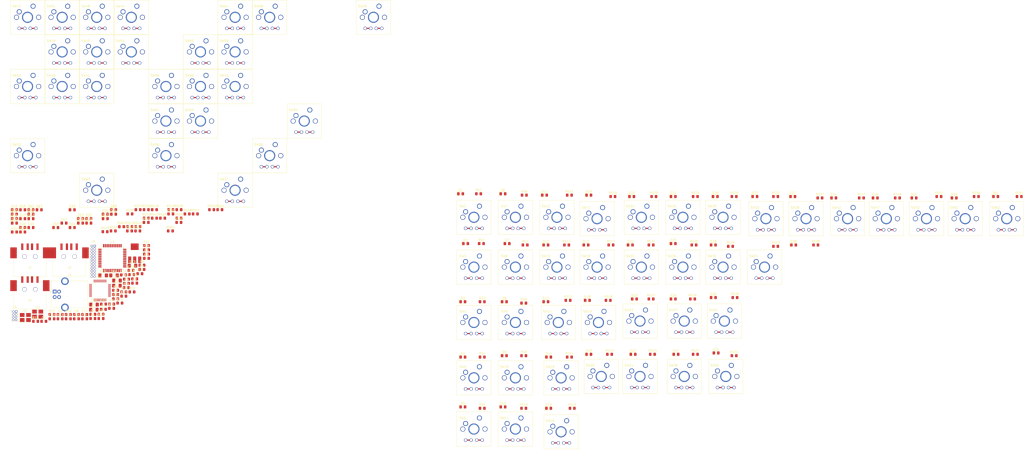
<source format=kicad_pcb>
(kicad_pcb (version 20171130) (host pcbnew "(5.0.1)-3")
  (layers (0 F.Cu signal) (31 B.Cu signal) (34 B.Paste user) (35 F.Paste user) (36 B.SilkS user) (37 F.SilkS user) (38 B.Mask user) (39 F.Mask user) (44 Edge.Cuts user))
  (net 0 "")
  (net 1 GND)
  (net 2 VCC)
  (net 3 DGND)
  (net 4 /RESET1#)
  (net 5 "Net-(C4-Pad2)")
  (net 6 "Net-(C5-Pad2)")
  (net 7 DVCC)
  (net 8 "Net-(C8-Pad2)")
  (net 9 "Net-(C9-Pad2)")
  (net 10 "Net-(C10-Pad1)")
  (net 11 AVCC)
  (net 12 "Net-(D1-Pad1)")
  (net 13 row1)
  (net 14 row2)
  (net 15 "Net-(D2-Pad1)")
  (net 16 "Net-(D3-Pad1)")
  (net 17 row3)
  (net 18 "Net-(D4-Pad1)")
  (net 19 row4)
  (net 20 row5)
  (net 21 "Net-(D5-Pad1)")
  (net 22 "Net-(D6-Pad1)")
  (net 23 "Net-(D7-Pad1)")
  (net 24 "Net-(D8-Pad1)")
  (net 25 "Net-(D9-Pad1)")
  (net 26 "Net-(D10-Pad1)")
  (net 27 "Net-(D11-Pad1)")
  (net 28 "Net-(D12-Pad1)")
  (net 29 "Net-(D13-Pad1)")
  (net 30 "Net-(D14-Pad1)")
  (net 31 "Net-(D15-Pad1)")
  (net 32 "Net-(D16-Pad1)")
  (net 33 "Net-(D17-Pad1)")
  (net 34 "Net-(D18-Pad1)")
  (net 35 "Net-(D19-Pad1)")
  (net 36 "Net-(D20-Pad1)")
  (net 37 "Net-(D21-Pad1)")
  (net 38 "Net-(D22-Pad1)")
  (net 39 "Net-(D23-Pad1)")
  (net 40 "Net-(D24-Pad1)")
  (net 41 "Net-(D25-Pad1)")
  (net 42 "Net-(D26-Pad1)")
  (net 43 "Net-(D27-Pad1)")
  (net 44 "Net-(D28-Pad1)")
  (net 45 "Net-(D29-Pad1)")
  (net 46 "Net-(D30-Pad1)")
  (net 47 "Net-(D31-Pad1)")
  (net 48 "Net-(D32-Pad1)")
  (net 49 "Net-(D33-Pad1)")
  (net 50 "Net-(D34-Pad1)")
  (net 51 "Net-(D35-Pad1)")
  (net 52 "Net-(D36-Pad1)")
  (net 53 "Net-(D37-Pad1)")
  (net 54 "Net-(D38-Pad1)")
  (net 55 "Net-(D39-Pad1)")
  (net 56 "Net-(D40-Pad1)")
  (net 57 "Net-(D41-Pad1)")
  (net 58 "Net-(D42-Pad1)")
  (net 59 "Net-(D43-Pad1)")
  (net 60 "Net-(D44-Pad1)")
  (net 61 "Net-(D45-Pad1)")
  (net 62 "Net-(D45-Pad2)")
  (net 63 "Net-(D46-Pad1)")
  (net 64 "Net-(D47-Pad1)")
  (net 65 "Net-(D48-Pad1)")
  (net 66 "Net-(D49-Pad1)")
  (net 67 "Net-(D50-Pad2)")
  (net 68 "Net-(D50-Pad1)")
  (net 69 "Net-(D51-Pad1)")
  (net 70 "Net-(D52-Pad1)")
  (net 71 "Net-(D53-Pad1)")
  (net 72 "Net-(D54-Pad1)")
  (net 73 "Net-(D55-Pad1)")
  (net 74 "Net-(D56-Pad1)")
  (net 75 "Net-(D57-Pad1)")
  (net 76 "Net-(D58-Pad1)")
  (net 77 "Net-(D59-Pad1)")
  (net 78 "Net-(D60-Pad1)")
  (net 79 "Net-(D61-Pad1)")
  (net 80 "Net-(D62-Pad1)")
  (net 81 "Net-(D63-Pad1)")
  (net 82 "Net-(D64-Pad1)")
  (net 83 "Net-(D65-Pad1)")
  (net 84 "Net-(DF1-Pad1)")
  (net 85 "Net-(DF2-Pad1)")
  (net 86 "Net-(DF3-Pad1)")
  (net 87 "Net-(DF4-Pad1)")
  (net 88 "Net-(DF5-Pad1)")
  (net 89 "Net-(J1-Pad2)")
  (net 90 "Net-(J1-Pad3)")
  (net 91 "Net-(J1-Pad5)")
  (net 92 "Net-(J2-Pad5)")
  (net 93 "Net-(J2-Pad3)")
  (net 94 "Net-(J2-Pad2)")
  (net 95 "Net-(J3-Pad2)")
  (net 96 "Net-(J3-Pad3)")
  (net 97 "Net-(J3-Pad5)")
  (net 98 "Net-(J4-Pad2)")
  (net 99 "Net-(J4-Pad3)")
  (net 100 "Net-(J4-Pad5)")
  (net 101 col8)
  (net 102 col14)
  (net 103 caps_led)
  (net 104 "Net-(J5-Pad5)")
  (net 105 "Net-(J5-Pad6)")
  (net 106 /RESET2#)
  (net 107 lrow1)
  (net 108 lrow2)
  (net 109 lrow3)
  (net 110 lrow4)
  (net 111 lrow5)
  (net 112 lcol1)
  (net 113 lcol2)
  (net 114 lcol3)
  (net 115 lcol4)
  (net 116 lcol5)
  (net 117 lcol6)
  (net 118 lcol7)
  (net 119 lcol8)
  (net 120 lcol9)
  (net 121 lcol10)
  (net 122 lcol11)
  (net 123 lcol12)
  (net 124 lcol13)
  (net 125 lcol14)
  (net 126 "Net-(J6-Pad20)")
  (net 127 /GPIO0)
  (net 128 /GPIO1)
  (net 129 /GPIO2)
  (net 130 /GPIO3)
  (net 131 /DP2)
  (net 132 /DM2)
  (net 133 "Net-(R4-Pad1)")
  (net 134 "Net-(R5-Pad1)")
  (net 135 "Net-(R7-Pad1)")
  (net 136 /DP3)
  (net 137 /DM3)
  (net 138 /DP4)
  (net 139 /DM4)
  (net 140 /DM0)
  (net 141 "Net-(R13-Pad1)")
  (net 142 /DP0)
  (net 143 "Net-(R17-Pad1)")
  (net 144 /DM1)
  (net 145 /DP1)
  (net 146 "Net-(R18-Pad1)")
  (net 147 "Net-(R19-Pad1)")
  (net 148 "Net-(RS1-Pad2)")
  (net 149 "Net-(RS2-Pad2)")
  (net 150 "Net-(RS3-Pad2)")
  (net 151 "Net-(RS4-Pad2)")
  (net 152 "Net-(RS5-Pad2)")
  (net 153 "Net-(RS6-Pad2)")
  (net 154 "Net-(RS7-Pad2)")
  (net 155 "Net-(RS8-Pad2)")
  (net 156 "Net-(RS9-Pad2)")
  (net 157 "Net-(RS10-Pad2)")
  (net 158 "Net-(RS11-Pad2)")
  (net 159 "Net-(RS12-Pad2)")
  (net 160 "Net-(RS13-Pad2)")
  (net 161 "Net-(RS14-Pad2)")
  (net 162 "Net-(RS15-Pad2)")
  (net 163 "Net-(RS16-Pad2)")
  (net 164 "Net-(RS17-Pad2)")
  (net 165 "Net-(RS18-Pad2)")
  (net 166 "Net-(RS19-Pad2)")
  (net 167 "Net-(RS20-Pad2)")
  (net 168 "Net-(RS21-Pad2)")
  (net 169 "Net-(RS22-Pad2)")
  (net 170 "Net-(RS23-Pad2)")
  (net 171 "Net-(RS24-Pad2)")
  (net 172 "Net-(RS25-Pad2)")
  (net 173 "Net-(RS26-Pad2)")
  (net 174 "Net-(RS27-Pad2)")
  (net 175 "Net-(RS28-Pad2)")
  (net 176 "Net-(RS29-Pad2)")
  (net 177 "Net-(RS30-Pad2)")
  (net 178 "Net-(RS31-Pad2)")
  (net 179 "Net-(RS32-Pad2)")
  (net 180 "Net-(RS33-Pad1)")
  (net 181 "Net-(RS33-Pad2)")
  (net 182 "Net-(RS34-Pad1)")
  (net 183 "Net-(RS34-Pad2)")
  (net 184 "Net-(RS35-Pad2)")
  (net 185 "Net-(RS36-Pad2)")
  (net 186 "Net-(RS37-Pad2)")
  (net 187 "Net-(RS38-Pad2)")
  (net 188 "Net-(RS39-Pad2)")
  (net 189 "Net-(RS40-Pad2)")
  (net 190 "Net-(RS41-Pad2)")
  (net 191 "Net-(RS42-Pad2)")
  (net 192 "Net-(RS43-Pad2)")
  (net 193 "Net-(RS44-Pad2)")
  (net 194 "Net-(RS45-Pad2)")
  (net 195 col11)
  (net 196 "Net-(RS46-Pad2)")
  (net 197 "Net-(RS47-Pad2)")
  (net 198 "Net-(RS48-Pad2)")
  (net 199 "Net-(RS49-Pad2)")
  (net 200 "Net-(RS50-Pad2)")
  (net 201 "Net-(RS51-Pad2)")
  (net 202 "Net-(RS52-Pad2)")
  (net 203 "Net-(RS53-Pad2)")
  (net 204 "Net-(RS54-Pad2)")
  (net 205 "Net-(RS55-Pad2)")
  (net 206 "Net-(RS56-Pad2)")
  (net 207 "Net-(RS57-Pad2)")
  (net 208 "Net-(RS58-Pad2)")
  (net 209 "Net-(RS59-Pad2)")
  (net 210 "Net-(RS60-Pad2)")
  (net 211 "Net-(RS61-Pad2)")
  (net 212 "Net-(RS62-Pad2)")
  (net 213 "Net-(RS63-Pad2)")
  (net 214 "Net-(RS64-Pad2)")
  (net 215 "Net-(RS65-Pad2)")
  (net 216 col1)
  (net 217 col2)
  (net 218 col3)
  (net 219 col4)
  (net 220 col5)
  (net 221 col6)
  (net 222 col7)
  (net 223 col9)
  (net 224 col10)
  (net 225 "Net-(SW46-Pad3)")
  (net 226 "Net-(SW51-Pad1)")
  (net 227 "Net-(SW51-Pad3)")
  (net 228 col12)
  (net 229 col13)
  (net 230 "Net-(U2-Pad24)")
  (net 231 "Net-(U2-Pad25)")
  (net 232 "Net-(U2-Pad31)")
  (net 233 "Net-(U2-Pad32)")
  (net 234 "Net-(U2-Pad35)")
  (net 235 "Net-(U2-Pad36)")
  (net 236 "Net-(U2-Pad45)")
  (net 237 "Net-(U2-Pad46)")
  (net 238 "Net-(U3-Pad8)")
  (net 239 /col15)
  (net 240 "Net-(U3-Pad42)")
  (net 241 "Net-(X1-Pad4)")
  (net 242 "Net-(X1-Pad2)")
  (net 243 "Net-(X2-Pad2)")
  (net 244 "Net-(X2-Pad4)")
  (module Capacitor_SMD:C_1206_3216Metric_Pad1.42x1.75mm_HandSolder (layer F.Cu) (at 117.125001 185.900001)
    (fp_text reference C1 (at 0 -1.82) (layer F.SilkS))
    (fp_text value 10u)
    (pad 2 smd roundrect (at 1.4875 0) (size 1.425 1.75) (layers F.Cu F.Paste F.Mask) (roundrect_rratio 0.175439) (net 1 GND))
    (pad 1 smd roundrect (at -1.4875 0) (size 1.425 1.75) (layers F.Cu F.Paste F.Mask) (roundrect_rratio 0.175439) (net 2 VCC))
  )
  (module Capacitor_SMD:C_0805_2012Metric_Pad1.15x1.40mm_HandSolder (layer F.Cu) (at 135.815001 173.730001)
    (fp_text reference C2 (at 0 -1.65) (layer F.SilkS))
    (fp_text value 104)
    (pad 2 smd roundrect (at 1.025 0) (size 1.15 1.4) (layers F.Cu F.Paste F.Mask) (roundrect_rratio 0.217391) (net 3 DGND))
    (pad 1 smd roundrect (at -1.025 0) (size 1.15 1.4) (layers F.Cu F.Paste F.Mask) (roundrect_rratio 0.217391) (net 4 /RESET1#))
  )
  (module Capacitor_SMD:C_0805_2012Metric_Pad1.15x1.40mm_HandSolder (layer F.Cu) (at 141.265001 162.340001)
    (fp_text reference C3 (at 0 -1.65) (layer F.SilkS))
    (fp_text value 104)
    (pad 2 smd roundrect (at 1.025 0) (size 1.15 1.4) (layers F.Cu F.Paste F.Mask) (roundrect_rratio 0.217391) (net 1 GND))
    (pad 1 smd roundrect (at -1.025 0) (size 1.15 1.4) (layers F.Cu F.Paste F.Mask) (roundrect_rratio 0.217391) (net 2 VCC))
  )
  (module Capacitor_SMD:C_0805_2012Metric_Pad1.15x1.40mm_HandSolder (layer F.Cu) (at 116.615001 188.020001)
    (fp_text reference C4 (at 0 -1.65) (layer F.SilkS))
    (fp_text value 22p)
    (pad 1 smd roundrect (at -1.025 0) (size 1.15 1.4) (layers F.Cu F.Paste F.Mask) (roundrect_rratio 0.217391) (net 3 DGND))
    (pad 2 smd roundrect (at 1.025 0) (size 1.15 1.4) (layers F.Cu F.Paste F.Mask) (roundrect_rratio 0.217391) (net 5 "Net-(C4-Pad2)"))
  )
  (module Capacitor_SMD:C_0805_2012Metric_Pad1.15x1.40mm_HandSolder (layer F.Cu) (at 141.265001 160.390001)
    (fp_text reference C5 (at 0 -1.65) (layer F.SilkS))
    (fp_text value 22p)
    (pad 1 smd roundrect (at -1.025 0) (size 1.15 1.4) (layers F.Cu F.Paste F.Mask) (roundrect_rratio 0.217391) (net 3 DGND))
    (pad 2 smd roundrect (at 1.025 0) (size 1.15 1.4) (layers F.Cu F.Paste F.Mask) (roundrect_rratio 0.217391) (net 6 "Net-(C5-Pad2)"))
  )
  (module Capacitor_SMD:C_1206_3216Metric_Pad1.42x1.75mm_HandSolder (layer F.Cu) (at 127.675001 174.890001)
    (fp_text reference C6 (at 0 -1.82) (layer F.SilkS))
    (fp_text value 10u)
    (pad 1 smd roundrect (at -1.4875 0) (size 1.425 1.75) (layers F.Cu F.Paste F.Mask) (roundrect_rratio 0.175439) (net 7 DVCC))
    (pad 2 smd roundrect (at 1.4875 0) (size 1.425 1.75) (layers F.Cu F.Paste F.Mask) (roundrect_rratio 0.175439) (net 3 DGND))
  )
  (module Capacitor_SMD:C_0805_2012Metric_Pad1.15x1.40mm_HandSolder (layer F.Cu) (at 94.115001 191.240001)
    (fp_text reference C7 (at 0 -1.65) (layer F.SilkS))
    (fp_text value 104)
    (pad 1 smd roundrect (at -1.025 0) (size 1.15 1.4) (layers F.Cu F.Paste F.Mask) (roundrect_rratio 0.217391) (net 7 DVCC))
    (pad 2 smd roundrect (at 1.025 0) (size 1.15 1.4) (layers F.Cu F.Paste F.Mask) (roundrect_rratio 0.217391) (net 3 DGND))
  )
  (module Capacitor_SMD:C_0805_2012Metric_Pad1.15x1.40mm_HandSolder (layer F.Cu) (at 109.115001 188.130001)
    (fp_text reference C8 (at 0 -1.65) (layer F.SilkS))
    (fp_text value 22p)
    (pad 2 smd roundrect (at 1.025 0) (size 1.15 1.4) (layers F.Cu F.Paste F.Mask) (roundrect_rratio 0.217391) (net 8 "Net-(C8-Pad2)"))
    (pad 1 smd roundrect (at -1.025 0) (size 1.15 1.4) (layers F.Cu F.Paste F.Mask) (roundrect_rratio 0.217391) (net 1 GND))
  )
  (module Capacitor_SMD:C_0805_2012Metric_Pad1.15x1.40mm_HandSolder (layer F.Cu) (at 101.615001 188.130001)
    (fp_text reference C9 (at 0 -1.65) (layer F.SilkS))
    (fp_text value 22p)
    (pad 1 smd roundrect (at -1.025 0) (size 1.15 1.4) (layers F.Cu F.Paste F.Mask) (roundrect_rratio 0.217391) (net 1 GND))
    (pad 2 smd roundrect (at 1.025 0) (size 1.15 1.4) (layers F.Cu F.Paste F.Mask) (roundrect_rratio 0.217391) (net 9 "Net-(C9-Pad2)"))
  )
  (module Capacitor_SMD:C_0805_2012Metric_Pad1.15x1.40mm_HandSolder (layer F.Cu) (at 97.865001 190.080001)
    (fp_text reference C10 (at 0 -1.65) (layer F.SilkS))
    (fp_text value 104)
    (pad 1 smd roundrect (at -1.025 0) (size 1.15 1.4) (layers F.Cu F.Paste F.Mask) (roundrect_rratio 0.217391) (net 10 "Net-(C10-Pad1)"))
    (pad 2 smd roundrect (at 1.025 0) (size 1.15 1.4) (layers F.Cu F.Paste F.Mask) (roundrect_rratio 0.217391) (net 1 GND))
  )
  (module Capacitor_SMD:C_0805_2012Metric_Pad1.15x1.40mm_HandSolder (layer F.Cu) (at 105.365001 190.080001)
    (fp_text reference C11 (at 0 -1.65) (layer F.SilkS))
    (fp_text value 104)
    (pad 1 smd roundrect (at -1.025 0) (size 1.15 1.4) (layers F.Cu F.Paste F.Mask) (roundrect_rratio 0.217391) (net 11 AVCC))
    (pad 2 smd roundrect (at 1.025 0) (size 1.15 1.4) (layers F.Cu F.Paste F.Mask) (roundrect_rratio 0.217391) (net 1 GND))
  )
  (module Capacitor_SMD:C_0805_2012Metric_Pad1.15x1.40mm_HandSolder (layer F.Cu) (at 134.165001 167.880001)
    (fp_text reference C12 (at 0 -1.65) (layer F.SilkS))
    (fp_text value 104)
    (pad 2 smd roundrect (at 1.025 0) (size 1.15 1.4) (layers F.Cu F.Paste F.Mask) (roundrect_rratio 0.217391) (net 1 GND))
    (pad 1 smd roundrect (at -1.025 0) (size 1.15 1.4) (layers F.Cu F.Paste F.Mask) (roundrect_rratio 0.217391) (net 11 AVCC))
  )
  (module Capacitor_SMD:C_0805_2012Metric_Pad1.15x1.40mm_HandSolder (layer F.Cu) (at 109.115001 190.080001)
    (fp_text reference C13 (at 0 -1.65) (layer F.SilkS))
    (fp_text value 104)
    (pad 1 smd roundrect (at -1.025 0) (size 1.15 1.4) (layers F.Cu F.Paste F.Mask) (roundrect_rratio 0.217391) (net 11 AVCC))
    (pad 2 smd roundrect (at 1.025 0) (size 1.15 1.4) (layers F.Cu F.Paste F.Mask) (roundrect_rratio 0.217391) (net 1 GND))
  )
  (module Capacitor_SMD:C_0805_2012Metric_Pad1.15x1.40mm_HandSolder (layer F.Cu) (at 112.865001 188.130001)
    (fp_text reference C14 (at 0 -1.65) (layer F.SilkS))
    (fp_text value 104)
    (pad 2 smd roundrect (at 1.025 0) (size 1.15 1.4) (layers F.Cu F.Paste F.Mask) (roundrect_rratio 0.217391) (net 1 GND))
    (pad 1 smd roundrect (at -1.025 0) (size 1.15 1.4) (layers F.Cu F.Paste F.Mask) (roundrect_rratio 0.217391) (net 11 AVCC))
  )
  (module Capacitor_SMD:C_0805_2012Metric_Pad1.15x1.40mm_HandSolder (layer F.Cu) (at 141.265001 158.440001)
    (fp_text reference C15 (at 0 -1.65) (layer F.SilkS))
    (fp_text value 104)
    (pad 1 smd roundrect (at -1.025 0) (size 1.15 1.4) (layers F.Cu F.Paste F.Mask) (roundrect_rratio 0.217391) (net 7 DVCC))
    (pad 2 smd roundrect (at 1.025 0) (size 1.15 1.4) (layers F.Cu F.Paste F.Mask) (roundrect_rratio 0.217391) (net 3 DGND))
  )
  (module Capacitor_SMD:C_0805_2012Metric_Pad1.15x1.40mm_HandSolder (layer F.Cu) (at 130.695001 169.940001)
    (fp_text reference C16 (at 0 -1.65) (layer F.SilkS))
    (fp_text value 104)
    (pad 2 smd roundrect (at 1.025 0) (size 1.15 1.4) (layers F.Cu F.Paste F.Mask) (roundrect_rratio 0.217391) (net 3 DGND))
    (pad 1 smd roundrect (at -1.025 0) (size 1.15 1.4) (layers F.Cu F.Paste F.Mask) (roundrect_rratio 0.217391) (net 7 DVCC))
  )
  (module Capacitor_SMD:C_0805_2012Metric_Pad1.15x1.40mm_HandSolder (layer F.Cu) (at 121.515001 183.340001)
    (fp_text reference C17 (at 0 -1.65) (layer F.SilkS))
    (fp_text value 104)
    (pad 2 smd roundrect (at 1.025 0) (size 1.15 1.4) (layers F.Cu F.Paste F.Mask) (roundrect_rratio 0.217391) (net 3 DGND))
    (pad 1 smd roundrect (at -1.025 0) (size 1.15 1.4) (layers F.Cu F.Paste F.Mask) (roundrect_rratio 0.217391) (net 7 DVCC))
  )
  (module Capacitor_SMD:C_0805_2012Metric_Pad1.15x1.40mm_HandSolder (layer F.Cu) (at 134.445001 169.830001)
    (fp_text reference C18 (at 0 -1.65) (layer F.SilkS))
    (fp_text value 104)
    (pad 2 smd roundrect (at 1.025 0) (size 1.15 1.4) (layers F.Cu F.Paste F.Mask) (roundrect_rratio 0.217391) (net 3 DGND))
    (pad 1 smd roundrect (at -1.025 0) (size 1.15 1.4) (layers F.Cu F.Paste F.Mask) (roundrect_rratio 0.217391) (net 7 DVCC))
  )
  (module Diode_SMD:D_0805_2012Metric_Pad1.15x1.40mm_HandSolder (layer F.Cu) (at 285.36 132.715)
    (fp_text reference D1 (at 0 -1.65) (layer F.SilkS))
    (fp_text value D_ALT)
    (pad 1 smd roundrect (at -1.025 0) (size 1.15 1.4) (layers F.Cu F.Paste F.Mask) (roundrect_rratio 0.217391) (net 12 "Net-(D1-Pad1)"))
    (pad 2 smd roundrect (at 1.025 0) (size 1.15 1.4) (layers F.Cu F.Paste F.Mask) (roundrect_rratio 0.217391) (net 13 row1))
  )
  (module Diode_SMD:D_0805_2012Metric_Pad1.15x1.40mm_HandSolder (layer F.Cu) (at 287.655 155.575)
    (fp_text reference D2 (at 0 -1.65) (layer F.SilkS))
    (fp_text value D_ALT)
    (pad 2 smd roundrect (at 1.025 0) (size 1.15 1.4) (layers F.Cu F.Paste F.Mask) (roundrect_rratio 0.217391) (net 14 row2))
    (pad 1 smd roundrect (at -1.025 0) (size 1.15 1.4) (layers F.Cu F.Paste F.Mask) (roundrect_rratio 0.217391) (net 15 "Net-(D2-Pad1)"))
  )
  (module Diode_SMD:D_0805_2012Metric_Pad1.15x1.40mm_HandSolder (layer F.Cu) (at 286.385 182.245)
    (fp_text reference D3 (at 0 -1.65) (layer F.SilkS))
    (fp_text value D_ALT)
    (pad 1 smd roundrect (at -1.025 0) (size 1.15 1.4) (layers F.Cu F.Paste F.Mask) (roundrect_rratio 0.217391) (net 16 "Net-(D3-Pad1)"))
    (pad 2 smd roundrect (at 1.025 0) (size 1.15 1.4) (layers F.Cu F.Paste F.Mask) (roundrect_rratio 0.217391) (net 17 row3))
  )
  (module Diode_SMD:D_0805_2012Metric_Pad1.15x1.40mm_HandSolder (layer F.Cu) (at 286.385 207.645)
    (fp_text reference D4 (at 0 -1.65) (layer F.SilkS))
    (fp_text value D_ALT)
    (pad 1 smd roundrect (at -1.025 0) (size 1.15 1.4) (layers F.Cu F.Paste F.Mask) (roundrect_rratio 0.217391) (net 18 "Net-(D4-Pad1)"))
    (pad 2 smd roundrect (at 1.025 0) (size 1.15 1.4) (layers F.Cu F.Paste F.Mask) (roundrect_rratio 0.217391) (net 19 row4))
  )
  (module Diode_SMD:D_0805_2012Metric_Pad1.15x1.40mm_HandSolder (layer F.Cu) (at 286.385 230.505)
    (fp_text reference D5 (at 0 -1.65) (layer F.SilkS))
    (fp_text value D_ALT)
    (pad 2 smd roundrect (at 1.025 0) (size 1.15 1.4) (layers F.Cu F.Paste F.Mask) (roundrect_rratio 0.217391) (net 20 row5))
    (pad 1 smd roundrect (at -1.025 0) (size 1.15 1.4) (layers F.Cu F.Paste F.Mask) (roundrect_rratio 0.217391) (net 21 "Net-(D5-Pad1)"))
  )
  (module Diode_SMD:D_0805_2012Metric_Pad1.15x1.40mm_HandSolder (layer F.Cu) (at 304.8 132.715)
    (fp_text reference D6 (at 0 -1.65) (layer F.SilkS))
    (fp_text value D_ALT)
    (pad 2 smd roundrect (at 1.025 0) (size 1.15 1.4) (layers F.Cu F.Paste F.Mask) (roundrect_rratio 0.217391) (net 13 row1))
    (pad 1 smd roundrect (at -1.025 0) (size 1.15 1.4) (layers F.Cu F.Paste F.Mask) (roundrect_rratio 0.217391) (net 22 "Net-(D6-Pad1)"))
  )
  (module Diode_SMD:D_0805_2012Metric_Pad1.15x1.40mm_HandSolder (layer F.Cu) (at 306.705 155.575)
    (fp_text reference D7 (at 0 -1.65) (layer F.SilkS))
    (fp_text value D_ALT)
    (pad 1 smd roundrect (at -1.025 0) (size 1.15 1.4) (layers F.Cu F.Paste F.Mask) (roundrect_rratio 0.217391) (net 23 "Net-(D7-Pad1)"))
    (pad 2 smd roundrect (at 1.025 0) (size 1.15 1.4) (layers F.Cu F.Paste F.Mask) (roundrect_rratio 0.217391) (net 14 row2))
  )
  (module Diode_SMD:D_0805_2012Metric_Pad1.15x1.40mm_HandSolder (layer F.Cu) (at 305.435 182.245)
    (fp_text reference D8 (at 0 -1.65) (layer F.SilkS))
    (fp_text value D_ALT)
    (pad 2 smd roundrect (at 1.025 0) (size 1.15 1.4) (layers F.Cu F.Paste F.Mask) (roundrect_rratio 0.217391) (net 17 row3))
    (pad 1 smd roundrect (at -1.025 0) (size 1.15 1.4) (layers F.Cu F.Paste F.Mask) (roundrect_rratio 0.217391) (net 24 "Net-(D8-Pad1)"))
  )
  (module Diode_SMD:D_0805_2012Metric_Pad1.15x1.40mm_HandSolder (layer F.Cu) (at 305.435 207.01)
    (fp_text reference D9 (at 0 -1.65) (layer F.SilkS))
    (fp_text value D_ALT)
    (pad 1 smd roundrect (at -1.025 0) (size 1.15 1.4) (layers F.Cu F.Paste F.Mask) (roundrect_rratio 0.217391) (net 25 "Net-(D9-Pad1)"))
    (pad 2 smd roundrect (at 1.025 0) (size 1.15 1.4) (layers F.Cu F.Paste F.Mask) (roundrect_rratio 0.217391) (net 19 row4))
  )
  (module Diode_SMD:D_0805_2012Metric_Pad1.15x1.40mm_HandSolder (layer F.Cu) (at 304.8 230.505)
    (fp_text reference D10 (at 0 -1.65) (layer F.SilkS))
    (fp_text value D_ALT)
    (pad 1 smd roundrect (at -1.025 0) (size 1.15 1.4) (layers F.Cu F.Paste F.Mask) (roundrect_rratio 0.217391) (net 26 "Net-(D10-Pad1)"))
    (pad 2 smd roundrect (at 1.025 0) (size 1.15 1.4) (layers F.Cu F.Paste F.Mask) (roundrect_rratio 0.217391) (net 20 row5))
  )
  (module Diode_SMD:D_0805_2012Metric_Pad1.15x1.40mm_HandSolder (layer F.Cu) (at 323.85 133.35)
    (fp_text reference D11 (at 0 -1.65) (layer F.SilkS))
    (fp_text value D_ALT)
    (pad 1 smd roundrect (at -1.025 0) (size 1.15 1.4) (layers F.Cu F.Paste F.Mask) (roundrect_rratio 0.217391) (net 27 "Net-(D11-Pad1)"))
    (pad 2 smd roundrect (at 1.025 0) (size 1.15 1.4) (layers F.Cu F.Paste F.Mask) (roundrect_rratio 0.217391) (net 13 row1))
  )
  (module Diode_SMD:D_0805_2012Metric_Pad1.15x1.40mm_HandSolder (layer F.Cu) (at 324.485 156.21)
    (fp_text reference D12 (at 0 -1.65) (layer F.SilkS))
    (fp_text value D_ALT)
    (pad 2 smd roundrect (at 1.025 0) (size 1.15 1.4) (layers F.Cu F.Paste F.Mask) (roundrect_rratio 0.217391) (net 14 row2))
    (pad 1 smd roundrect (at -1.025 0) (size 1.15 1.4) (layers F.Cu F.Paste F.Mask) (roundrect_rratio 0.217391) (net 28 "Net-(D12-Pad1)"))
  )
  (module Diode_SMD:D_0805_2012Metric_Pad1.15x1.40mm_HandSolder (layer F.Cu) (at 324.485 182.245)
    (fp_text reference D13 (at 0 -1.65) (layer F.SilkS))
    (fp_text value D_ALT)
    (pad 1 smd roundrect (at -1.025 0) (size 1.15 1.4) (layers F.Cu F.Paste F.Mask) (roundrect_rratio 0.217391) (net 29 "Net-(D13-Pad1)"))
    (pad 2 smd roundrect (at 1.025 0) (size 1.15 1.4) (layers F.Cu F.Paste F.Mask) (roundrect_rratio 0.217391) (net 17 row3))
  )
  (module Diode_SMD:D_0805_2012Metric_Pad1.15x1.40mm_HandSolder (layer F.Cu) (at 325.755 207.645)
    (fp_text reference D14 (at 0 -1.65) (layer F.SilkS))
    (fp_text value D_ALT)
    (pad 1 smd roundrect (at -1.025 0) (size 1.15 1.4) (layers F.Cu F.Paste F.Mask) (roundrect_rratio 0.217391) (net 30 "Net-(D14-Pad1)"))
    (pad 2 smd roundrect (at 1.025 0) (size 1.15 1.4) (layers F.Cu F.Paste F.Mask) (roundrect_rratio 0.217391) (net 19 row4))
  )
  (module Diode_SMD:D_0805_2012Metric_Pad1.15x1.40mm_HandSolder (layer F.Cu) (at 325.755 231.14)
    (fp_text reference D15 (at 0 -1.65) (layer F.SilkS))
    (fp_text value D_ALT)
    (pad 1 smd roundrect (at -1.025 0) (size 1.15 1.4) (layers F.Cu F.Paste F.Mask) (roundrect_rratio 0.217391) (net 31 "Net-(D15-Pad1)"))
    (pad 2 smd roundrect (at 1.025 0) (size 1.15 1.4) (layers F.Cu F.Paste F.Mask) (roundrect_rratio 0.217391) (net 20 row5))
  )
  (module Diode_SMD:D_0805_2012Metric_Pad1.15x1.40mm_HandSolder (layer F.Cu) (at 344.17 133.35)
    (fp_text reference D16 (at 0 -1.65) (layer F.SilkS))
    (fp_text value D_ALT)
    (pad 2 smd roundrect (at 1.025 0) (size 1.15 1.4) (layers F.Cu F.Paste F.Mask) (roundrect_rratio 0.217391) (net 13 row1))
    (pad 1 smd roundrect (at -1.025 0) (size 1.15 1.4) (layers F.Cu F.Paste F.Mask) (roundrect_rratio 0.217391) (net 32 "Net-(D16-Pad1)"))
  )
  (module Diode_SMD:D_0805_2012Metric_Pad1.15x1.40mm_HandSolder (layer F.Cu) (at 342.9 156.21)
    (fp_text reference D17 (at 0 -1.65) (layer F.SilkS))
    (fp_text value D_ALT)
    (pad 1 smd roundrect (at -1.025 0) (size 1.15 1.4) (layers F.Cu F.Paste F.Mask) (roundrect_rratio 0.217391) (net 33 "Net-(D17-Pad1)"))
    (pad 2 smd roundrect (at 1.025 0) (size 1.15 1.4) (layers F.Cu F.Paste F.Mask) (roundrect_rratio 0.217391) (net 14 row2))
  )
  (module Diode_SMD:D_0805_2012Metric_Pad1.15x1.40mm_HandSolder (layer F.Cu) (at 343.535 181.61)
    (fp_text reference D18 (at 0 -1.65) (layer F.SilkS))
    (fp_text value D_ALT)
    (pad 1 smd roundrect (at -1.025 0) (size 1.15 1.4) (layers F.Cu F.Paste F.Mask) (roundrect_rratio 0.217391) (net 34 "Net-(D18-Pad1)"))
    (pad 2 smd roundrect (at 1.025 0) (size 1.15 1.4) (layers F.Cu F.Paste F.Mask) (roundrect_rratio 0.217391) (net 17 row3))
  )
  (module Diode_SMD:D_0805_2012Metric_Pad1.15x1.40mm_HandSolder (layer F.Cu) (at 344.17 206.375)
    (fp_text reference D19 (at 0 -1.65) (layer F.SilkS))
    (fp_text value D_ALT)
    (pad 2 smd roundrect (at 1.025 0) (size 1.15 1.4) (layers F.Cu F.Paste F.Mask) (roundrect_rratio 0.217391) (net 19 row4))
    (pad 1 smd roundrect (at -1.025 0) (size 1.15 1.4) (layers F.Cu F.Paste F.Mask) (roundrect_rratio 0.217391) (net 35 "Net-(D19-Pad1)"))
  )
  (module Diode_SMD:D_0805_2012Metric_Pad1.15x1.40mm_HandSolder (layer F.Cu) (at 363.855 133.985)
    (fp_text reference D20 (at 0 -1.65) (layer F.SilkS))
    (fp_text value D_ALT)
    (pad 1 smd roundrect (at -1.025 0) (size 1.15 1.4) (layers F.Cu F.Paste F.Mask) (roundrect_rratio 0.217391) (net 36 "Net-(D20-Pad1)"))
    (pad 2 smd roundrect (at 1.025 0) (size 1.15 1.4) (layers F.Cu F.Paste F.Mask) (roundrect_rratio 0.217391) (net 13 row1))
  )
  (module Diode_SMD:D_0805_2012Metric_Pad1.15x1.40mm_HandSolder (layer F.Cu) (at 363.22 156.21)
    (fp_text reference D21 (at 0 -1.65) (layer F.SilkS))
    (fp_text value D_ALT)
    (pad 2 smd roundrect (at 1.025 0) (size 1.15 1.4) (layers F.Cu F.Paste F.Mask) (roundrect_rratio 0.217391) (net 14 row2))
    (pad 1 smd roundrect (at -1.025 0) (size 1.15 1.4) (layers F.Cu F.Paste F.Mask) (roundrect_rratio 0.217391) (net 37 "Net-(D21-Pad1)"))
  )
  (module Diode_SMD:D_0805_2012Metric_Pad1.15x1.40mm_HandSolder (layer F.Cu) (at 365.125 180.975)
    (fp_text reference D22 (at 0 -1.65) (layer F.SilkS))
    (fp_text value D_ALT)
    (pad 2 smd roundrect (at 1.025 0) (size 1.15 1.4) (layers F.Cu F.Paste F.Mask) (roundrect_rratio 0.217391) (net 17 row3))
    (pad 1 smd roundrect (at -1.025 0) (size 1.15 1.4) (layers F.Cu F.Paste F.Mask) (roundrect_rratio 0.217391) (net 38 "Net-(D22-Pad1)"))
  )
  (module Diode_SMD:D_0805_2012Metric_Pad1.15x1.40mm_HandSolder (layer F.Cu) (at 364.49 206.375)
    (fp_text reference D23 (at 0 -1.65) (layer F.SilkS))
    (fp_text value D_ALT)
    (pad 1 smd roundrect (at -1.025 0) (size 1.15 1.4) (layers F.Cu F.Paste F.Mask) (roundrect_rratio 0.217391) (net 39 "Net-(D23-Pad1)"))
    (pad 2 smd roundrect (at 1.025 0) (size 1.15 1.4) (layers F.Cu F.Paste F.Mask) (roundrect_rratio 0.217391) (net 19 row4))
  )
  (module Diode_SMD:D_0805_2012Metric_Pad1.15x1.40mm_HandSolder (layer F.Cu) (at 382.905 133.985)
    (fp_text reference D24 (at 0 -1.65) (layer F.SilkS))
    (fp_text value D_ALT)
    (pad 2 smd roundrect (at 1.025 0) (size 1.15 1.4) (layers F.Cu F.Paste F.Mask) (roundrect_rratio 0.217391) (net 13 row1))
    (pad 1 smd roundrect (at -1.025 0) (size 1.15 1.4) (layers F.Cu F.Paste F.Mask) (roundrect_rratio 0.217391) (net 40 "Net-(D24-Pad1)"))
  )
  (module Diode_SMD:D_0805_2012Metric_Pad1.15x1.40mm_HandSolder (layer F.Cu) (at 382.905 155.575)
    (fp_text reference D25 (at 0 -1.65) (layer F.SilkS))
    (fp_text value D_ALT)
    (pad 1 smd roundrect (at -1.025 0) (size 1.15 1.4) (layers F.Cu F.Paste F.Mask) (roundrect_rratio 0.217391) (net 41 "Net-(D25-Pad1)"))
    (pad 2 smd roundrect (at 1.025 0) (size 1.15 1.4) (layers F.Cu F.Paste F.Mask) (roundrect_rratio 0.217391) (net 14 row2))
  )
  (module Diode_SMD:D_0805_2012Metric_Pad1.15x1.40mm_HandSolder (layer F.Cu) (at 382.905 180.975)
    (fp_text reference D26 (at 0 -1.65) (layer F.SilkS))
    (fp_text value D_ALT)
    (pad 1 smd roundrect (at -1.025 0) (size 1.15 1.4) (layers F.Cu F.Paste F.Mask) (roundrect_rratio 0.217391) (net 42 "Net-(D26-Pad1)"))
    (pad 2 smd roundrect (at 1.025 0) (size 1.15 1.4) (layers F.Cu F.Paste F.Mask) (roundrect_rratio 0.217391) (net 17 row3))
  )
  (module Diode_SMD:D_0805_2012Metric_Pad1.15x1.40mm_HandSolder (layer F.Cu) (at 384.175 206.375)
    (fp_text reference D27 (at 0 -1.65) (layer F.SilkS))
    (fp_text value D_ALT)
    (pad 2 smd roundrect (at 1.025 0) (size 1.15 1.4) (layers F.Cu F.Paste F.Mask) (roundrect_rratio 0.217391) (net 19 row4))
    (pad 1 smd roundrect (at -1.025 0) (size 1.15 1.4) (layers F.Cu F.Paste F.Mask) (roundrect_rratio 0.217391) (net 43 "Net-(D27-Pad1)"))
  )
  (module Diode_SMD:D_0805_2012Metric_Pad1.15x1.40mm_HandSolder (layer F.Cu) (at 402.2 133.985)
    (fp_text reference D28 (at 0 -1.65) (layer F.SilkS))
    (fp_text value D_ALT)
    (pad 1 smd roundrect (at -1.025 0) (size 1.15 1.4) (layers F.Cu F.Paste F.Mask) (roundrect_rratio 0.217391) (net 44 "Net-(D28-Pad1)"))
    (pad 2 smd roundrect (at 1.025 0) (size 1.15 1.4) (layers F.Cu F.Paste F.Mask) (roundrect_rratio 0.217391) (net 13 row1))
  )
  (module Diode_SMD:D_0805_2012Metric_Pad1.15x1.40mm_HandSolder (layer F.Cu) (at 401.32 156.21)
    (fp_text reference D29 (at 0 -1.65) (layer F.SilkS))
    (fp_text value D_ALT)
    (pad 2 smd roundrect (at 1.025 0) (size 1.15 1.4) (layers F.Cu F.Paste F.Mask) (roundrect_rratio 0.217391) (net 14 row2))
    (pad 1 smd roundrect (at -1.025 0) (size 1.15 1.4) (layers F.Cu F.Paste F.Mask) (roundrect_rratio 0.217391) (net 45 "Net-(D29-Pad1)"))
  )
  (module Diode_SMD:D_0805_2012Metric_Pad1.15x1.40mm_HandSolder (layer F.Cu) (at 401.32 180.34)
    (fp_text reference D30 (at 0 -1.65) (layer F.SilkS))
    (fp_text value D_ALT)
    (pad 2 smd roundrect (at 1.025 0) (size 1.15 1.4) (layers F.Cu F.Paste F.Mask) (roundrect_rratio 0.217391) (net 17 row3))
    (pad 1 smd roundrect (at -1.025 0) (size 1.15 1.4) (layers F.Cu F.Paste F.Mask) (roundrect_rratio 0.217391) (net 46 "Net-(D30-Pad1)"))
  )
  (module Diode_SMD:D_0805_2012Metric_Pad1.15x1.40mm_HandSolder (layer F.Cu) (at 402.59 205.74)
    (fp_text reference D31 (at 0 -1.65) (layer F.SilkS))
    (fp_text value D_ALT)
    (pad 1 smd roundrect (at -1.025 0) (size 1.15 1.4) (layers F.Cu F.Paste F.Mask) (roundrect_rratio 0.217391) (net 47 "Net-(D31-Pad1)"))
    (pad 2 smd roundrect (at 1.025 0) (size 1.15 1.4) (layers F.Cu F.Paste F.Mask) (roundrect_rratio 0.217391) (net 19 row4))
  )
  (module Diode_SMD:D_0805_2012Metric_Pad1.15x1.40mm_HandSolder (layer F.Cu) (at 420.37 133.985)
    (fp_text reference D32 (at 0 -1.65) (layer F.SilkS))
    (fp_text value D_ALT)
    (pad 2 smd roundrect (at 1.025 0) (size 1.15 1.4) (layers F.Cu F.Paste F.Mask) (roundrect_rratio 0.217391) (net 13 row1))
    (pad 1 smd roundrect (at -1.025 0) (size 1.15 1.4) (layers F.Cu F.Paste F.Mask) (roundrect_rratio 0.217391) (net 48 "Net-(D32-Pad1)"))
  )
  (module Diode_SMD:D_0805_2012Metric_Pad1.15x1.40mm_HandSolder (layer F.Cu) (at 84.450001 150.255001)
    (fp_text reference D33 (at 0 -1.65) (layer F.SilkS))
    (fp_text value D_ALT)
    (pad 1 smd roundrect (at -1.025 0) (size 1.15 1.4) (layers F.Cu F.Paste F.Mask) (roundrect_rratio 0.217391) (net 49 "Net-(D33-Pad1)"))
    (pad 2 smd roundrect (at 1.025 0) (size 1.15 1.4) (layers F.Cu F.Paste F.Mask) (roundrect_rratio 0.217391) (net 14 row2))
  )
  (module Diode_SMD:D_0805_2012Metric_Pad1.15x1.40mm_HandSolder (layer F.Cu) (at 80.660001 150.255001)
    (fp_text reference D34 (at 0 -1.65) (layer F.SilkS))
    (fp_text value D_ALT)
    (pad 2 smd roundrect (at 1.025 0) (size 1.15 1.4) (layers F.Cu F.Paste F.Mask) (roundrect_rratio 0.217391) (net 17 row3))
    (pad 1 smd roundrect (at -1.025 0) (size 1.15 1.4) (layers F.Cu F.Paste F.Mask) (roundrect_rratio 0.217391) (net 50 "Net-(D34-Pad1)"))
  )
  (module Diode_SMD:D_0805_2012Metric_Pad1.15x1.40mm_HandSolder (layer F.Cu) (at 88.240001 148.215001)
    (fp_text reference D35 (at 0 -1.65) (layer F.SilkS))
    (fp_text value D_ALT)
    (pad 2 smd roundrect (at 1.025 0) (size 1.15 1.4) (layers F.Cu F.Paste F.Mask) (roundrect_rratio 0.217391) (net 19 row4))
    (pad 1 smd roundrect (at -1.025 0) (size 1.15 1.4) (layers F.Cu F.Paste F.Mask) (roundrect_rratio 0.217391) (net 51 "Net-(D35-Pad1)"))
  )
  (module Diode_SMD:D_0805_2012Metric_Pad1.15x1.40mm_HandSolder (layer F.Cu) (at 84.450001 148.215001)
    (fp_text reference D36 (at 0 -1.65) (layer F.SilkS))
    (fp_text value D_ALT)
    (pad 1 smd roundrect (at -1.025 0) (size 1.15 1.4) (layers F.Cu F.Paste F.Mask) (roundrect_rratio 0.217391) (net 52 "Net-(D36-Pad1)"))
    (pad 2 smd roundrect (at 1.025 0) (size 1.15 1.4) (layers F.Cu F.Paste F.Mask) (roundrect_rratio 0.217391) (net 20 row5))
  )
  (module Diode_SMD:D_0805_2012Metric_Pad1.15x1.40mm_HandSolder (layer F.Cu) (at 437.76 133.985)
    (fp_text reference D37 (at 0 -1.65) (layer F.SilkS))
    (fp_text value D_ALT)
    (pad 2 smd roundrect (at 1.025 0) (size 1.15 1.4) (layers F.Cu F.Paste F.Mask) (roundrect_rratio 0.217391) (net 13 row1))
    (pad 1 smd roundrect (at -1.025 0) (size 1.15 1.4) (layers F.Cu F.Paste F.Mask) (roundrect_rratio 0.217391) (net 53 "Net-(D37-Pad1)"))
  )
  (module Diode_SMD:D_0805_2012Metric_Pad1.15x1.40mm_HandSolder (layer F.Cu) (at 438.15 156.21)
    (fp_text reference D38 (at 0 -1.65) (layer F.SilkS))
    (fp_text value D_ALT)
    (pad 1 smd roundrect (at -1.025 0) (size 1.15 1.4) (layers F.Cu F.Paste F.Mask) (roundrect_rratio 0.217391) (net 54 "Net-(D38-Pad1)"))
    (pad 2 smd roundrect (at 1.025 0) (size 1.15 1.4) (layers F.Cu F.Paste F.Mask) (roundrect_rratio 0.217391) (net 14 row2))
  )
  (module Diode_SMD:D_0805_2012Metric_Pad1.15x1.40mm_HandSolder (layer F.Cu) (at 107.190001 140.055001)
    (fp_text reference D39 (at 0 -1.65) (layer F.SilkS))
    (fp_text value D_ALT)
    (pad 2 smd roundrect (at 1.025 0) (size 1.15 1.4) (layers F.Cu F.Paste F.Mask) (roundrect_rratio 0.217391) (net 17 row3))
    (pad 1 smd roundrect (at -1.025 0) (size 1.15 1.4) (layers F.Cu F.Paste F.Mask) (roundrect_rratio 0.217391) (net 55 "Net-(D39-Pad1)"))
  )
  (module Diode_SMD:D_0805_2012Metric_Pad1.15x1.40mm_HandSolder (layer F.Cu) (at 80.660001 146.175001)
    (fp_text reference D40 (at 0 -1.65) (layer F.SilkS))
    (fp_text value D_ALT)
    (pad 1 smd roundrect (at -1.025 0) (size 1.15 1.4) (layers F.Cu F.Paste F.Mask) (roundrect_rratio 0.217391) (net 56 "Net-(D40-Pad1)"))
    (pad 2 smd roundrect (at 1.025 0) (size 1.15 1.4) (layers F.Cu F.Paste F.Mask) (roundrect_rratio 0.217391) (net 19 row4))
  )
  (module Diode_SMD:D_0805_2012Metric_Pad1.15x1.40mm_HandSolder (layer F.Cu) (at 456.565 134.62)
    (fp_text reference D41 (at 0 -1.65) (layer F.SilkS))
    (fp_text value D_ALT)
    (pad 2 smd roundrect (at 1.025 0) (size 1.15 1.4) (layers F.Cu F.Paste F.Mask) (roundrect_rratio 0.217391) (net 13 row1))
    (pad 1 smd roundrect (at -1.025 0) (size 1.15 1.4) (layers F.Cu F.Paste F.Mask) (roundrect_rratio 0.217391) (net 57 "Net-(D41-Pad1)"))
  )
  (module Diode_SMD:D_0805_2012Metric_Pad1.15x1.40mm_HandSolder (layer F.Cu) (at 88.240001 144.135001)
    (fp_text reference D42 (at 0 -1.65) (layer F.SilkS))
    (fp_text value D_ALT)
    (pad 1 smd roundrect (at -1.025 0) (size 1.15 1.4) (layers F.Cu F.Paste F.Mask) (roundrect_rratio 0.217391) (net 58 "Net-(D42-Pad1)"))
    (pad 2 smd roundrect (at 1.025 0) (size 1.15 1.4) (layers F.Cu F.Paste F.Mask) (roundrect_rratio 0.217391) (net 14 row2))
  )
  (module Diode_SMD:D_0805_2012Metric_Pad1.15x1.40mm_HandSolder (layer F.Cu) (at 84.450001 144.135001)
    (fp_text reference D43 (at 0 -1.65) (layer F.SilkS))
    (fp_text value D_ALT)
    (pad 2 smd roundrect (at 1.025 0) (size 1.15 1.4) (layers F.Cu F.Paste F.Mask) (roundrect_rratio 0.217391) (net 17 row3))
    (pad 1 smd roundrect (at -1.025 0) (size 1.15 1.4) (layers F.Cu F.Paste F.Mask) (roundrect_rratio 0.217391) (net 59 "Net-(D43-Pad1)"))
  )
  (module Diode_SMD:D_0805_2012Metric_Pad1.15x1.40mm_HandSolder (layer F.Cu) (at 80.660001 144.135001)
    (fp_text reference D44 (at 0 -1.65) (layer F.SilkS))
    (fp_text value D_ALT)
    (pad 2 smd roundrect (at 1.025 0) (size 1.15 1.4) (layers F.Cu F.Paste F.Mask) (roundrect_rratio 0.217391) (net 19 row4))
    (pad 1 smd roundrect (at -1.025 0) (size 1.15 1.4) (layers F.Cu F.Paste F.Mask) (roundrect_rratio 0.217391) (net 60 "Net-(D44-Pad1)"))
  )
  (module Diode_SMD:D_0805_2012Metric_Pad1.15x1.40mm_HandSolder (layer F.Cu) (at 80.660001 140.055001)
    (fp_text reference D45 (at 0 -1.65) (layer F.SilkS))
    (fp_text value D_ALT)
    (pad 1 smd roundrect (at -1.025 0) (size 1.15 1.4) (layers F.Cu F.Paste F.Mask) (roundrect_rratio 0.217391) (net 61 "Net-(D45-Pad1)"))
    (pad 2 smd roundrect (at 1.025 0) (size 1.15 1.4) (layers F.Cu F.Paste F.Mask) (roundrect_rratio 0.217391) (net 62 "Net-(D45-Pad2)"))
  )
  (module Diode_SMD:D_0805_2012Metric_Pad1.15x1.40mm_HandSolder (layer F.Cu) (at 475.615 134.62)
    (fp_text reference D46 (at 0 -1.65) (layer F.SilkS))
    (fp_text value D_ALT)
    (pad 1 smd roundrect (at -1.025 0) (size 1.15 1.4) (layers F.Cu F.Paste F.Mask) (roundrect_rratio 0.217391) (net 63 "Net-(D46-Pad1)"))
    (pad 2 smd roundrect (at 1.025 0) (size 1.15 1.4) (layers F.Cu F.Paste F.Mask) (roundrect_rratio 0.217391) (net 13 row1))
  )
  (module Diode_SMD:D_0805_2012Metric_Pad1.15x1.40mm_HandSolder (layer F.Cu) (at 122.350001 144.135001)
    (fp_text reference D47 (at 0 -1.65) (layer F.SilkS))
    (fp_text value D_ALT)
    (pad 2 smd roundrect (at 1.025 0) (size 1.15 1.4) (layers F.Cu F.Paste F.Mask) (roundrect_rratio 0.217391) (net 14 row2))
    (pad 1 smd roundrect (at -1.025 0) (size 1.15 1.4) (layers F.Cu F.Paste F.Mask) (roundrect_rratio 0.217391) (net 64 "Net-(D47-Pad1)"))
  )
  (module Diode_SMD:D_0805_2012Metric_Pad1.15x1.40mm_HandSolder (layer F.Cu) (at 110.980001 146.175001)
    (fp_text reference D48 (at 0 -1.65) (layer F.SilkS))
    (fp_text value D_ALT)
    (pad 1 smd roundrect (at -1.025 0) (size 1.15 1.4) (layers F.Cu F.Paste F.Mask) (roundrect_rratio 0.217391) (net 65 "Net-(D48-Pad1)"))
    (pad 2 smd roundrect (at 1.025 0) (size 1.15 1.4) (layers F.Cu F.Paste F.Mask) (roundrect_rratio 0.217391) (net 17 row3))
  )
  (module Diode_SMD:D_0805_2012Metric_Pad1.15x1.40mm_HandSolder (layer F.Cu) (at 114.770001 146.175001)
    (fp_text reference D49 (at 0 -1.65) (layer F.SilkS))
    (fp_text value D_ALT)
    (pad 2 smd roundrect (at 1.025 0) (size 1.15 1.4) (layers F.Cu F.Paste F.Mask) (roundrect_rratio 0.217391) (net 19 row4))
    (pad 1 smd roundrect (at -1.025 0) (size 1.15 1.4) (layers F.Cu F.Paste F.Mask) (roundrect_rratio 0.217391) (net 66 "Net-(D49-Pad1)"))
  )
  (module Diode_SMD:D_0805_2012Metric_Pad1.15x1.40mm_HandSolder (layer F.Cu) (at 99.610001 148.215001)
    (fp_text reference D50 (at 0 -1.65) (layer F.SilkS))
    (fp_text value D_ALT)
    (pad 2 smd roundrect (at 1.025 0) (size 1.15 1.4) (layers F.Cu F.Paste F.Mask) (roundrect_rratio 0.217391) (net 67 "Net-(D50-Pad2)"))
    (pad 1 smd roundrect (at -1.025 0) (size 1.15 1.4) (layers F.Cu F.Paste F.Mask) (roundrect_rratio 0.217391) (net 68 "Net-(D50-Pad1)"))
  )
  (module Diode_SMD:D_0805_2012Metric_Pad1.15x1.40mm_HandSolder (layer F.Cu) (at 493.395 134.62)
    (fp_text reference D51 (at 0 -1.65) (layer F.SilkS))
    (fp_text value D_ALT)
    (pad 2 smd roundrect (at 1.025 0) (size 1.15 1.4) (layers F.Cu F.Paste F.Mask) (roundrect_rratio 0.217391) (net 13 row1))
    (pad 1 smd roundrect (at -1.025 0) (size 1.15 1.4) (layers F.Cu F.Paste F.Mask) (roundrect_rratio 0.217391) (net 69 "Net-(D51-Pad1)"))
  )
  (module Diode_SMD:D_0805_2012Metric_Pad1.15x1.40mm_HandSolder (layer F.Cu) (at 114.770001 144.135001)
    (fp_text reference D52 (at 0 -1.65) (layer F.SilkS))
    (fp_text value D_ALT)
    (pad 1 smd roundrect (at -1.025 0) (size 1.15 1.4) (layers F.Cu F.Paste F.Mask) (roundrect_rratio 0.217391) (net 70 "Net-(D52-Pad1)"))
    (pad 2 smd roundrect (at 1.025 0) (size 1.15 1.4) (layers F.Cu F.Paste F.Mask) (roundrect_rratio 0.217391) (net 14 row2))
  )
  (module Diode_SMD:D_0805_2012Metric_Pad1.15x1.40mm_HandSolder (layer F.Cu) (at 110.980001 144.135001)
    (fp_text reference D53 (at 0 -1.65) (layer F.SilkS))
    (fp_text value D_ALT)
    (pad 2 smd roundrect (at 1.025 0) (size 1.15 1.4) (layers F.Cu F.Paste F.Mask) (roundrect_rratio 0.217391) (net 17 row3))
    (pad 1 smd roundrect (at -1.025 0) (size 1.15 1.4) (layers F.Cu F.Paste F.Mask) (roundrect_rratio 0.217391) (net 71 "Net-(D53-Pad1)"))
  )
  (module Diode_SMD:D_0805_2012Metric_Pad1.15x1.40mm_HandSolder (layer F.Cu) (at 126.140001 142.095001)
    (fp_text reference D54 (at 0 -1.65) (layer F.SilkS))
    (fp_text value D_ALT)
    (pad 2 smd roundrect (at 1.025 0) (size 1.15 1.4) (layers F.Cu F.Paste F.Mask) (roundrect_rratio 0.217391) (net 19 row4))
    (pad 1 smd roundrect (at -1.025 0) (size 1.15 1.4) (layers F.Cu F.Paste F.Mask) (roundrect_rratio 0.217391) (net 72 "Net-(D54-Pad1)"))
  )
  (module Diode_SMD:D_0805_2012Metric_Pad1.15x1.40mm_HandSolder (layer F.Cu) (at 122.350001 142.095001)
    (fp_text reference D55 (at 0 -1.65) (layer F.SilkS))
    (fp_text value D_ALT)
    (pad 1 smd roundrect (at -1.025 0) (size 1.15 1.4) (layers F.Cu F.Paste F.Mask) (roundrect_rratio 0.217391) (net 73 "Net-(D55-Pad1)"))
    (pad 2 smd roundrect (at 1.025 0) (size 1.15 1.4) (layers F.Cu F.Paste F.Mask) (roundrect_rratio 0.217391) (net 20 row5))
  )
  (module Diode_SMD:D_0805_2012Metric_Pad1.15x1.40mm_HandSolder (layer F.Cu) (at 511.81 134.62)
    (fp_text reference D56 (at 0 -1.65) (layer F.SilkS))
    (fp_text value D_ALT)
    (pad 2 smd roundrect (at 1.025 0) (size 1.15 1.4) (layers F.Cu F.Paste F.Mask) (roundrect_rratio 0.217391) (net 13 row1))
    (pad 1 smd roundrect (at -1.025 0) (size 1.15 1.4) (layers F.Cu F.Paste F.Mask) (roundrect_rratio 0.217391) (net 74 "Net-(D56-Pad1)"))
  )
  (module Diode_SMD:D_0805_2012Metric_Pad1.15x1.40mm_HandSolder (layer F.Cu) (at 103.400001 146.175001)
    (fp_text reference D57 (at 0 -1.65) (layer F.SilkS))
    (fp_text value D_ALT)
    (pad 2 smd roundrect (at 1.025 0) (size 1.15 1.4) (layers F.Cu F.Paste F.Mask) (roundrect_rratio 0.217391) (net 14 row2))
    (pad 1 smd roundrect (at -1.025 0) (size 1.15 1.4) (layers F.Cu F.Paste F.Mask) (roundrect_rratio 0.217391) (net 75 "Net-(D57-Pad1)"))
  )
  (module Diode_SMD:D_0805_2012Metric_Pad1.15x1.40mm_HandSolder (layer F.Cu) (at 126.140001 140.055001)
    (fp_text reference D58 (at 0 -1.65) (layer F.SilkS))
    (fp_text value D_ALT)
    (pad 1 smd roundrect (at -1.025 0) (size 1.15 1.4) (layers F.Cu F.Paste F.Mask) (roundrect_rratio 0.217391) (net 76 "Net-(D58-Pad1)"))
    (pad 2 smd roundrect (at 1.025 0) (size 1.15 1.4) (layers F.Cu F.Paste F.Mask) (roundrect_rratio 0.217391) (net 17 row3))
  )
  (module Diode_SMD:D_0805_2012Metric_Pad1.15x1.40mm_HandSolder (layer F.Cu) (at 84.450001 140.055001)
    (fp_text reference D59 (at 0 -1.65) (layer F.SilkS))
    (fp_text value D_ALT)
    (pad 1 smd roundrect (at -1.025 0) (size 1.15 1.4) (layers F.Cu F.Paste F.Mask) (roundrect_rratio 0.217391) (net 77 "Net-(D59-Pad1)"))
    (pad 2 smd roundrect (at 1.025 0) (size 1.15 1.4) (layers F.Cu F.Paste F.Mask) (roundrect_rratio 0.217391) (net 19 row4))
  )
  (module Diode_SMD:D_0805_2012Metric_Pad1.15x1.40mm_HandSolder (layer F.Cu) (at 80.660001 142.095001)
    (fp_text reference D60 (at 0 -1.65) (layer F.SilkS))
    (fp_text value D_ALT)
    (pad 2 smd roundrect (at 1.025 0) (size 1.15 1.4) (layers F.Cu F.Paste F.Mask) (roundrect_rratio 0.217391) (net 20 row5))
    (pad 1 smd roundrect (at -1.025 0) (size 1.15 1.4) (layers F.Cu F.Paste F.Mask) (roundrect_rratio 0.217391) (net 78 "Net-(D60-Pad1)"))
  )
  (module Diode_SMD:D_0805_2012Metric_Pad1.15x1.40mm_HandSolder (layer F.Cu) (at 530.86 133.985)
    (fp_text reference D61 (at 0 -1.65) (layer F.SilkS))
    (fp_text value D_ALT)
    (pad 1 smd roundrect (at -1.025 0) (size 1.15 1.4) (layers F.Cu F.Paste F.Mask) (roundrect_rratio 0.217391) (net 79 "Net-(D61-Pad1)"))
    (pad 2 smd roundrect (at 1.025 0) (size 1.15 1.4) (layers F.Cu F.Paste F.Mask) (roundrect_rratio 0.217391) (net 13 row1))
  )
  (module Diode_SMD:D_0805_2012Metric_Pad1.15x1.40mm_HandSolder (layer F.Cu) (at 88.240001 140.055001)
    (fp_text reference D62 (at 0 -1.65) (layer F.SilkS))
    (fp_text value D_ALT)
    (pad 1 smd roundrect (at -1.025 0) (size 1.15 1.4) (layers F.Cu F.Paste F.Mask) (roundrect_rratio 0.217391) (net 80 "Net-(D62-Pad1)"))
    (pad 2 smd roundrect (at 1.025 0) (size 1.15 1.4) (layers F.Cu F.Paste F.Mask) (roundrect_rratio 0.217391) (net 14 row2))
  )
  (module Diode_SMD:D_0805_2012Metric_Pad1.15x1.40mm_HandSolder (layer F.Cu) (at 92.030001 140.055001)
    (fp_text reference D63 (at 0 -1.65) (layer F.SilkS))
    (fp_text value D_ALT)
    (pad 2 smd roundrect (at 1.025 0) (size 1.15 1.4) (layers F.Cu F.Paste F.Mask) (roundrect_rratio 0.217391) (net 17 row3))
    (pad 1 smd roundrect (at -1.025 0) (size 1.15 1.4) (layers F.Cu F.Paste F.Mask) (roundrect_rratio 0.217391) (net 81 "Net-(D63-Pad1)"))
  )
  (module Diode_SMD:D_0805_2012Metric_Pad1.15x1.40mm_HandSolder (layer F.Cu) (at 107.190001 148.215001)
    (fp_text reference D64 (at 0 -1.65) (layer F.SilkS))
    (fp_text value D_ALT)
    (pad 2 smd roundrect (at 1.025 0) (size 1.15 1.4) (layers F.Cu F.Paste F.Mask) (roundrect_rratio 0.217391) (net 19 row4))
    (pad 1 smd roundrect (at -1.025 0) (size 1.15 1.4) (layers F.Cu F.Paste F.Mask) (roundrect_rratio 0.217391) (net 82 "Net-(D64-Pad1)"))
  )
  (module Diode_SMD:D_0805_2012Metric_Pad1.15x1.40mm_HandSolder (layer F.Cu) (at 88.240001 142.095001)
    (fp_text reference D65 (at 0 -1.65) (layer F.SilkS))
    (fp_text value D_ALT)
    (pad 1 smd roundrect (at -1.025 0) (size 1.15 1.4) (layers F.Cu F.Paste F.Mask) (roundrect_rratio 0.217391) (net 83 "Net-(D65-Pad1)"))
    (pad 2 smd roundrect (at 1.025 0) (size 1.15 1.4) (layers F.Cu F.Paste F.Mask) (roundrect_rratio 0.217391) (net 20 row5))
  )
  (module LED_SMD:LED_1206_3216Metric_Pad1.42x1.75mm_HandSolder (layer F.Cu) (at 121.360001 170.160001)
    (fp_text reference DF1 (at 0 -1.82) (layer F.SilkS))
    (fp_text value 0603G)
    (pad 1 smd roundrect (at -1.4875 0) (size 1.425 1.75) (layers F.Cu F.Paste F.Mask) (roundrect_rratio 0.175439) (net 84 "Net-(DF1-Pad1)"))
    (pad 2 smd roundrect (at 1.4875 0) (size 1.425 1.75) (layers F.Cu F.Paste F.Mask) (roundrect_rratio 0.175439) (net 2 VCC))
  )
  (module LED_SMD:LED_1206_3216Metric_Pad1.42x1.75mm_HandSolder (layer F.Cu) (at 127.720001 172.550001)
    (fp_text reference DF2 (at 0 -1.82) (layer F.SilkS))
    (fp_text value 0603G)
    (pad 1 smd roundrect (at -1.4875 0) (size 1.425 1.75) (layers F.Cu F.Paste F.Mask) (roundrect_rratio 0.175439) (net 85 "Net-(DF2-Pad1)"))
    (pad 2 smd roundrect (at 1.4875 0) (size 1.425 1.75) (layers F.Cu F.Paste F.Mask) (roundrect_rratio 0.175439) (net 2 VCC))
  )
  (module LED_SMD:LED_1206_3216Metric_Pad1.42x1.75mm_HandSolder (layer F.Cu) (at 134.810001 165.710001)
    (fp_text reference DF3 (at 0 -1.82) (layer F.SilkS))
    (fp_text value 0603G)
    (pad 2 smd roundrect (at 1.4875 0) (size 1.425 1.75) (layers F.Cu F.Paste F.Mask) (roundrect_rratio 0.175439) (net 2 VCC))
    (pad 1 smd roundrect (at -1.4875 0) (size 1.425 1.75) (layers F.Cu F.Paste F.Mask) (roundrect_rratio 0.175439) (net 86 "Net-(DF3-Pad1)"))
  )
  (module LED_SMD:LED_1206_3216Metric_Pad1.42x1.75mm_HandSolder (layer F.Cu) (at 126.350001 170.160001)
    (fp_text reference DF4 (at 0 -1.82) (layer F.SilkS))
    (fp_text value 0603G)
    (pad 1 smd roundrect (at -1.4875 0) (size 1.425 1.75) (layers F.Cu F.Paste F.Mask) (roundrect_rratio 0.175439) (net 87 "Net-(DF4-Pad1)"))
    (pad 2 smd roundrect (at 1.4875 0) (size 1.425 1.75) (layers F.Cu F.Paste F.Mask) (roundrect_rratio 0.175439) (net 2 VCC))
  )
  (module LED_SMD:LED_1206_3216Metric_Pad1.42x1.75mm_HandSolder (layer F.Cu) (at 117.170001 183.560001)
    (fp_text reference DF5 (at 0 -1.82) (layer F.SilkS))
    (fp_text value 0603G)
    (pad 2 smd roundrect (at 1.4875 0) (size 1.425 1.75) (layers F.Cu F.Paste F.Mask) (roundrect_rratio 0.175439) (net 2 VCC))
    (pad 1 smd roundrect (at -1.4875 0) (size 1.425 1.75) (layers F.Cu F.Paste F.Mask) (roundrect_rratio 0.175439) (net 88 "Net-(DF5-Pad1)"))
  )
  (module Inductor_SMD:L_0805_2012Metric_Pad1.15x1.40mm_HandSolder (layer F.Cu) (at 112.865001 190.080001)
    (fp_text reference FB1 (at 0 -1.65) (layer F.SilkS))
    (fp_text value ~)
    (pad 1 smd roundrect (at -1.025 0) (size 1.15 1.4) (layers F.Cu F.Paste F.Mask) (roundrect_rratio 0.217391) (net 11 AVCC))
    (pad 2 smd roundrect (at 1.025 0) (size 1.15 1.4) (layers F.Cu F.Paste F.Mask) (roundrect_rratio 0.217391) (net 7 DVCC))
  )
  (module Inductor_SMD:L_0805_2012Metric_Pad1.15x1.40mm_HandSolder (layer F.Cu) (at 127.075001 180.910001)
    (fp_text reference FB2 (at 0 -1.65) (layer F.SilkS))
    (fp_text value ~)
    (pad 2 smd roundrect (at 1.025 0) (size 1.15 1.4) (layers F.Cu F.Paste F.Mask) (roundrect_rratio 0.217391) (net 3 DGND))
    (pad 1 smd roundrect (at -1.025 0) (size 1.15 1.4) (layers F.Cu F.Paste F.Mask) (roundrect_rratio 0.217391) (net 1 GND))
  )
  (module mykeyboard:USB-A (layer F.Cu) (at 87.74 161.515)
    (fp_text reference J1 (at 0 5.08) (layer F.SilkS))
    (fp_text value USB_A)
    (pad 1 smd rect (at -3.5 -4.5) (size 1 3) (layers F.Cu F.Paste F.Mask) (net 2 VCC))
    (pad 2 smd rect (at -1 -4.5) (size 1 3) (layers F.Cu F.Paste F.Mask) (net 89 "Net-(J1-Pad2)"))
    (pad 3 smd rect (at 1 -4.5) (size 1 3) (layers F.Cu F.Paste F.Mask) (net 90 "Net-(J1-Pad3)"))
    (pad 4 smd rect (at 3.5 -4.5) (size 1 3) (layers F.Cu F.Paste F.Mask) (net 1 GND))
    (pad 5 smd rect (at 7.5 -1.7) (size 3 5) (layers F.Cu F.Paste F.Mask) (net 91 "Net-(J1-Pad5)"))
    (pad 5 smd rect (at -7.5 -1.7) (size 3 5) (layers F.Cu F.Paste F.Mask) (net 91 "Net-(J1-Pad5)"))
    (pad "" np_thru_hole circle (at 2.5 0) (size 2 2) (drill 1.8) (layers *.Cu *.Mask))
    (pad "" np_thru_hole circle (at -2.5 0) (size 2 2) (drill 1.8) (layers *.Cu *.Mask))
  )
  (module mykeyboard:USB-A (layer F.Cu) (at 87.74 176.565)
    (fp_text reference J2 (at 0 5.08) (layer F.SilkS))
    (fp_text value USB_A)
    (pad "" np_thru_hole circle (at -2.5 0) (size 2 2) (drill 1.8) (layers *.Cu *.Mask))
    (pad "" np_thru_hole circle (at 2.5 0) (size 2 2) (drill 1.8) (layers *.Cu *.Mask))
    (pad 5 smd rect (at -7.5 -1.7) (size 3 5) (layers F.Cu F.Paste F.Mask) (net 92 "Net-(J2-Pad5)"))
    (pad 5 smd rect (at 7.5 -1.7) (size 3 5) (layers F.Cu F.Paste F.Mask) (net 92 "Net-(J2-Pad5)"))
    (pad 4 smd rect (at 3.5 -4.5) (size 1 3) (layers F.Cu F.Paste F.Mask) (net 1 GND))
    (pad 3 smd rect (at 1 -4.5) (size 1 3) (layers F.Cu F.Paste F.Mask) (net 93 "Net-(J2-Pad3)"))
    (pad 2 smd rect (at -1 -4.5) (size 1 3) (layers F.Cu F.Paste F.Mask) (net 94 "Net-(J2-Pad2)"))
    (pad 1 smd rect (at -3.5 -4.5) (size 1 3) (layers F.Cu F.Paste F.Mask) (net 2 VCC))
  )
  (module mykeyboard:USB-A (layer F.Cu) (at 105.74 161.515)
    (fp_text reference J3 (at 0 5.08) (layer F.SilkS))
    (fp_text value USB_A)
    (pad 1 smd rect (at -3.5 -4.5) (size 1 3) (layers F.Cu F.Paste F.Mask) (net 2 VCC))
    (pad 2 smd rect (at -1 -4.5) (size 1 3) (layers F.Cu F.Paste F.Mask) (net 95 "Net-(J3-Pad2)"))
    (pad 3 smd rect (at 1 -4.5) (size 1 3) (layers F.Cu F.Paste F.Mask) (net 96 "Net-(J3-Pad3)"))
    (pad 4 smd rect (at 3.5 -4.5) (size 1 3) (layers F.Cu F.Paste F.Mask) (net 1 GND))
    (pad 5 smd rect (at 7.5 -1.7) (size 3 5) (layers F.Cu F.Paste F.Mask) (net 97 "Net-(J3-Pad5)"))
    (pad 5 smd rect (at -7.5 -1.7) (size 3 5) (layers F.Cu F.Paste F.Mask) (net 97 "Net-(J3-Pad5)"))
    (pad "" np_thru_hole circle (at 2.5 0) (size 2 2) (drill 1.8) (layers *.Cu *.Mask))
    (pad "" np_thru_hole circle (at -2.5 0) (size 2 2) (drill 1.8) (layers *.Cu *.Mask))
  )
  (module Connector_USB:USB_B_OST_USB-B1HSxx_Horizontal (layer F.Cu) (at 99.120001 177.610001)
    (fp_text reference J4 (at 6.76 -7.77) (layer F.SilkS))
    (fp_text value USB_B)
    (pad 1 thru_hole rect (at 0 0) (size 1.7 1.7) (drill 0.92) (layers *.Cu *.Mask) (net 2 VCC))
    (pad 2 thru_hole circle (at 0 2.5) (size 1.7 1.7) (drill 0.92) (layers *.Cu *.Mask) (net 98 "Net-(J4-Pad2)"))
    (pad 3 thru_hole circle (at 2 2.5) (size 1.7 1.7) (drill 0.92) (layers *.Cu *.Mask) (net 99 "Net-(J4-Pad3)"))
    (pad 4 thru_hole circle (at 2 0) (size 1.7 1.7) (drill 0.92) (layers *.Cu *.Mask) (net 1 GND))
    (pad 5 thru_hole circle (at 4.71 -4.77) (size 3.5 3.5) (drill 2.33) (layers *.Cu *.Mask) (net 100 "Net-(J4-Pad5)"))
    (pad 5 thru_hole circle (at 4.71 7.27) (size 3.5 3.5) (drill 2.33) (layers *.Cu *.Mask) (net 100 "Net-(J4-Pad5)"))
  )
  (module Connector_PinSocket_1.27mm:PinSocket_2x04_P1.27mm_Vertical (layer F.Cu) (at 81.435001 186.790001)
    (fp_text reference J5 (at -0.635 -2.135) (layer F.SilkS))
    (fp_text value Conn_01x08_Male)
    (pad 1 thru_hole rect (at 0 0) (size 1 1) (drill 0.7) (layers *.Cu *.Mask) (net 101 col8))
    (pad 2 thru_hole oval (at -1.27 0) (size 1 1) (drill 0.7) (layers *.Cu *.Mask) (net 2 VCC))
    (pad 3 thru_hole oval (at 0 1.27) (size 1 1) (drill 0.7) (layers *.Cu *.Mask) (net 102 col14))
    (pad 4 thru_hole oval (at -1.27 1.27) (size 1 1) (drill 0.7) (layers *.Cu *.Mask) (net 103 caps_led))
    (pad 5 thru_hole oval (at 0 2.54) (size 1 1) (drill 0.7) (layers *.Cu *.Mask) (net 104 "Net-(J5-Pad5)"))
    (pad 6 thru_hole oval (at -1.27 2.54) (size 1 1) (drill 0.7) (layers *.Cu *.Mask) (net 105 "Net-(J5-Pad6)"))
    (pad 7 thru_hole oval (at 0 3.81) (size 1 1) (drill 0.7) (layers *.Cu *.Mask) (net 106 /RESET2#))
    (pad 8 thru_hole oval (at -1.27 3.81) (size 1 1) (drill 0.7) (layers *.Cu *.Mask) (net 1 GND))
  )
  (module Connector_PinSocket_1.27mm:PinSocket_2x12_P1.27mm_Vertical (layer F.Cu) (at 117.435001 156.690001)
    (fp_text reference J6 (at -0.635 -2.135) (layer F.SilkS))
    (fp_text value Conn_01x24_Female)
    (pad 1 thru_hole rect (at 0 0) (size 1 1) (drill 0.7) (layers *.Cu *.Mask) (net 107 lrow1))
    (pad 2 thru_hole oval (at -1.27 0) (size 1 1) (drill 0.7) (layers *.Cu *.Mask) (net 108 lrow2))
    (pad 3 thru_hole oval (at 0 1.27) (size 1 1) (drill 0.7) (layers *.Cu *.Mask) (net 109 lrow3))
    (pad 4 thru_hole oval (at -1.27 1.27) (size 1 1) (drill 0.7) (layers *.Cu *.Mask) (net 110 lrow4))
    (pad 5 thru_hole oval (at 0 2.54) (size 1 1) (drill 0.7) (layers *.Cu *.Mask) (net 111 lrow5))
    (pad 6 thru_hole oval (at -1.27 2.54) (size 1 1) (drill 0.7) (layers *.Cu *.Mask) (net 112 lcol1))
    (pad 7 thru_hole oval (at 0 3.81) (size 1 1) (drill 0.7) (layers *.Cu *.Mask) (net 113 lcol2))
    (pad 8 thru_hole oval (at -1.27 3.81) (size 1 1) (drill 0.7) (layers *.Cu *.Mask) (net 114 lcol3))
    (pad 9 thru_hole oval (at 0 5.08) (size 1 1) (drill 0.7) (layers *.Cu *.Mask) (net 115 lcol4))
    (pad 10 thru_hole oval (at -1.27 5.08) (size 1 1) (drill 0.7) (layers *.Cu *.Mask) (net 116 lcol5))
    (pad 11 thru_hole oval (at 0 6.35) (size 1 1) (drill 0.7) (layers *.Cu *.Mask) (net 117 lcol6))
    (pad 12 thru_hole oval (at -1.27 6.35) (size 1 1) (drill 0.7) (layers *.Cu *.Mask) (net 118 lcol7))
    (pad 13 thru_hole oval (at 0 7.62) (size 1 1) (drill 0.7) (layers *.Cu *.Mask) (net 119 lcol8))
    (pad 14 thru_hole oval (at -1.27 7.62) (size 1 1) (drill 0.7) (layers *.Cu *.Mask) (net 120 lcol9))
    (pad 15 thru_hole oval (at 0 8.89) (size 1 1) (drill 0.7) (layers *.Cu *.Mask) (net 121 lcol10))
    (pad 16 thru_hole oval (at -1.27 8.89) (size 1 1) (drill 0.7) (layers *.Cu *.Mask) (net 122 lcol11))
    (pad 17 thru_hole oval (at 0 10.16) (size 1 1) (drill 0.7) (layers *.Cu *.Mask) (net 123 lcol12))
    (pad 18 thru_hole oval (at -1.27 10.16) (size 1 1) (drill 0.7) (layers *.Cu *.Mask) (net 124 lcol13))
    (pad 19 thru_hole oval (at 0 11.43) (size 1 1) (drill 0.7) (layers *.Cu *.Mask) (net 125 lcol14))
    (pad 20 thru_hole oval (at -1.27 11.43) (size 1 1) (drill 0.7) (layers *.Cu *.Mask) (net 126 "Net-(J6-Pad20)"))
    (pad 21 thru_hole oval (at 0 12.7) (size 1 1) (drill 0.7) (layers *.Cu *.Mask) (net 127 /GPIO0))
    (pad 22 thru_hole oval (at -1.27 12.7) (size 1 1) (drill 0.7) (layers *.Cu *.Mask) (net 128 /GPIO1))
    (pad 23 thru_hole oval (at 0 13.97) (size 1 1) (drill 0.7) (layers *.Cu *.Mask) (net 129 /GPIO2))
    (pad 24 thru_hole oval (at -1.27 13.97) (size 1 1) (drill 0.7) (layers *.Cu *.Mask) (net 130 /GPIO3))
  )
  (module Resistor_SMD:R_0805_2012Metric_Pad1.15x1.40mm_HandSolder (layer F.Cu) (at 116.615001 189.970001)
    (fp_text reference R1 (at 0 -1.65) (layer F.SilkS))
    (fp_text value 100k)
    (pad 2 smd roundrect (at 1.025 0) (size 1.15 1.4) (layers F.Cu F.Paste F.Mask) (roundrect_rratio 0.217391) (net 4 /RESET1#))
    (pad 1 smd roundrect (at -1.025 0) (size 1.15 1.4) (layers F.Cu F.Paste F.Mask) (roundrect_rratio 0.217391) (net 7 DVCC))
  )
  (module Resistor_SMD:R_0805_2012Metric_Pad1.15x1.40mm_HandSolder (layer F.Cu) (at 127.075001 178.960001)
    (fp_text reference R2 (at 0 -1.65) (layer F.SilkS))
    (fp_text value 22)
    (pad 2 smd roundrect (at 1.025 0) (size 1.15 1.4) (layers F.Cu F.Paste F.Mask) (roundrect_rratio 0.217391) (net 131 /DP2))
    (pad 1 smd roundrect (at -1.025 0) (size 1.15 1.4) (layers F.Cu F.Paste F.Mask) (roundrect_rratio 0.217391) (net 90 "Net-(J1-Pad3)"))
  )
  (module Resistor_SMD:R_0805_2012Metric_Pad1.15x1.40mm_HandSolder (layer F.Cu) (at 132.065001 173.840001)
    (fp_text reference R3 (at 0 -1.65) (layer F.SilkS))
    (fp_text value 22)
    (pad 1 smd roundrect (at -1.025 0) (size 1.15 1.4) (layers F.Cu F.Paste F.Mask) (roundrect_rratio 0.217391) (net 132 /DM2))
    (pad 2 smd roundrect (at 1.025 0) (size 1.15 1.4) (layers F.Cu F.Paste F.Mask) (roundrect_rratio 0.217391) (net 89 "Net-(J1-Pad2)"))
  )
  (module Resistor_SMD:R_0805_2012Metric_Pad1.15x1.40mm_HandSolder (layer F.Cu) (at 139.155001 167.440001)
    (fp_text reference R4 (at 0 -1.65) (layer F.SilkS))
    (fp_text value 100k)
    (pad 1 smd roundrect (at -1.025 0) (size 1.15 1.4) (layers F.Cu F.Paste F.Mask) (roundrect_rratio 0.217391) (net 133 "Net-(R4-Pad1)"))
    (pad 2 smd roundrect (at 1.025 0) (size 1.15 1.4) (layers F.Cu F.Paste F.Mask) (roundrect_rratio 0.217391) (net 7 DVCC))
  )
  (module Resistor_SMD:R_0805_2012Metric_Pad1.15x1.40mm_HandSolder (layer F.Cu) (at 121.475001 185.730001)
    (fp_text reference R5 (at 0 -1.65) (layer F.SilkS))
    (fp_text value 100k)
    (pad 2 smd roundrect (at 1.025 0) (size 1.15 1.4) (layers F.Cu F.Paste F.Mask) (roundrect_rratio 0.217391) (net 7 DVCC))
    (pad 1 smd roundrect (at -1.025 0) (size 1.15 1.4) (layers F.Cu F.Paste F.Mask) (roundrect_rratio 0.217391) (net 134 "Net-(R5-Pad1)"))
  )
  (module Resistor_SMD:R_0805_2012Metric_Pad1.15x1.40mm_HandSolder (layer F.Cu) (at 139.155001 165.490001)
    (fp_text reference R6 (at 0 -1.65) (layer F.SilkS))
    (fp_text value 1M)
    (pad 1 smd roundrect (at -1.025 0) (size 1.15 1.4) (layers F.Cu F.Paste F.Mask) (roundrect_rratio 0.217391) (net 6 "Net-(C5-Pad2)"))
    (pad 2 smd roundrect (at 1.025 0) (size 1.15 1.4) (layers F.Cu F.Paste F.Mask) (roundrect_rratio 0.217391) (net 5 "Net-(C4-Pad2)"))
  )
  (module Resistor_SMD:R_0805_2012Metric_Pad1.15x1.40mm_HandSolder (layer F.Cu) (at 132.065001 171.890001)
    (fp_text reference R7 (at 0 -1.65) (layer F.SilkS))
    (fp_text value 100k)
    (pad 1 smd roundrect (at -1.025 0) (size 1.15 1.4) (layers F.Cu F.Paste F.Mask) (roundrect_rratio 0.217391) (net 135 "Net-(R7-Pad1)"))
    (pad 2 smd roundrect (at 1.025 0) (size 1.15 1.4) (layers F.Cu F.Paste F.Mask) (roundrect_rratio 0.217391) (net 3 DGND))
  )
  (module Resistor_SMD:R_0805_2012Metric_Pad1.15x1.40mm_HandSolder (layer F.Cu) (at 127.075001 177.010001)
    (fp_text reference R8 (at 0 -1.65) (layer F.SilkS))
    (fp_text value 22)
    (pad 2 smd roundrect (at 1.025 0) (size 1.15 1.4) (layers F.Cu F.Paste F.Mask) (roundrect_rratio 0.217391) (net 136 /DP3))
    (pad 1 smd roundrect (at -1.025 0) (size 1.15 1.4) (layers F.Cu F.Paste F.Mask) (roundrect_rratio 0.217391) (net 93 "Net-(J2-Pad3)"))
  )
  (module Resistor_SMD:R_0805_2012Metric_Pad1.15x1.40mm_HandSolder (layer F.Cu) (at 125.265001 183.340001)
    (fp_text reference R9 (at 0 -1.65) (layer F.SilkS))
    (fp_text value 22)
    (pad 1 smd roundrect (at -1.025 0) (size 1.15 1.4) (layers F.Cu F.Paste F.Mask) (roundrect_rratio 0.217391) (net 137 /DM3))
    (pad 2 smd roundrect (at 1.025 0) (size 1.15 1.4) (layers F.Cu F.Paste F.Mask) (roundrect_rratio 0.217391) (net 94 "Net-(J2-Pad2)"))
  )
  (module Resistor_SMD:R_0805_2012Metric_Pad1.15x1.40mm_HandSolder (layer F.Cu) (at 105.365001 188.130001)
    (fp_text reference R10 (at 0 -1.65) (layer F.SilkS))
    (fp_text value 22)
    (pad 2 smd roundrect (at 1.025 0) (size 1.15 1.4) (layers F.Cu F.Paste F.Mask) (roundrect_rratio 0.217391) (net 138 /DP4))
    (pad 1 smd roundrect (at -1.025 0) (size 1.15 1.4) (layers F.Cu F.Paste F.Mask) (roundrect_rratio 0.217391) (net 96 "Net-(J3-Pad3)"))
  )
  (module Resistor_SMD:R_0805_2012Metric_Pad1.15x1.40mm_HandSolder (layer F.Cu) (at 141.265001 156.490001)
    (fp_text reference R11 (at 0 -1.65) (layer F.SilkS))
    (fp_text value 22)
    (pad 1 smd roundrect (at -1.025 0) (size 1.15 1.4) (layers F.Cu F.Paste F.Mask) (roundrect_rratio 0.217391) (net 139 /DM4))
    (pad 2 smd roundrect (at 1.025 0) (size 1.15 1.4) (layers F.Cu F.Paste F.Mask) (roundrect_rratio 0.217391) (net 95 "Net-(J3-Pad2)"))
  )
  (module Resistor_SMD:R_0805_2012Metric_Pad1.15x1.40mm_HandSolder (layer F.Cu) (at 101.615001 190.080001)
    (fp_text reference R12 (at 0 -1.65) (layer F.SilkS))
    (fp_text value 22)
    (pad 2 smd roundrect (at 1.025 0) (size 1.15 1.4) (layers F.Cu F.Paste F.Mask) (roundrect_rratio 0.217391) (net 98 "Net-(J4-Pad2)"))
    (pad 1 smd roundrect (at -1.025 0) (size 1.15 1.4) (layers F.Cu F.Paste F.Mask) (roundrect_rratio 0.217391) (net 140 /DM0))
  )
  (module Resistor_SMD:R_0805_2012Metric_Pad1.15x1.40mm_HandSolder (layer F.Cu) (at 90.365001 191.240001)
    (fp_text reference R13 (at 0 -1.65) (layer F.SilkS))
    (fp_text value 680)
    (pad 2 smd roundrect (at 1.025 0) (size 1.15 1.4) (layers F.Cu F.Paste F.Mask) (roundrect_rratio 0.217391) (net 1 GND))
    (pad 1 smd roundrect (at -1.025 0) (size 1.15 1.4) (layers F.Cu F.Paste F.Mask) (roundrect_rratio 0.217391) (net 141 "Net-(R13-Pad1)"))
  )
  (module Resistor_SMD:R_0805_2012Metric_Pad1.15x1.40mm_HandSolder (layer F.Cu) (at 132.025001 175.790001)
    (fp_text reference R14 (at 0 -1.65) (layer F.SilkS))
    (fp_text value 22)
    (pad 1 smd roundrect (at -1.025 0) (size 1.15 1.4) (layers F.Cu F.Paste F.Mask) (roundrect_rratio 0.217391) (net 99 "Net-(J4-Pad3)"))
    (pad 2 smd roundrect (at 1.025 0) (size 1.15 1.4) (layers F.Cu F.Paste F.Mask) (roundrect_rratio 0.217391) (net 142 /DP0))
  )
  (module Resistor_SMD:R_0805_2012Metric_Pad1.15x1.40mm_HandSolder (layer F.Cu) (at 134.575001 177.740001)
    (fp_text reference R15 (at 0 -1.65) (layer F.SilkS))
    (fp_text value 1M)
    (pad 2 smd roundrect (at 1.025 0) (size 1.15 1.4) (layers F.Cu F.Paste F.Mask) (roundrect_rratio 0.217391) (net 8 "Net-(C8-Pad2)"))
    (pad 1 smd roundrect (at -1.025 0) (size 1.15 1.4) (layers F.Cu F.Paste F.Mask) (roundrect_rratio 0.217391) (net 9 "Net-(C9-Pad2)"))
  )
  (module Resistor_SMD:R_0805_2012Metric_Pad1.15x1.40mm_HandSolder (layer F.Cu) (at 129.015001 182.860001)
    (fp_text reference R16 (at 0 -1.65) (layer F.SilkS))
    (fp_text value 22)
    (pad 1 smd roundrect (at -1.025 0) (size 1.15 1.4) (layers F.Cu F.Paste F.Mask) (roundrect_rratio 0.217391) (net 2 VCC))
    (pad 2 smd roundrect (at 1.025 0) (size 1.15 1.4) (layers F.Cu F.Paste F.Mask) (roundrect_rratio 0.217391) (net 106 /RESET2#))
  )
  (module Resistor_SMD:R_0805_2012Metric_Pad1.15x1.40mm_HandSolder (layer F.Cu) (at 130.825001 179.690001)
    (fp_text reference R17 (at 0 -1.65) (layer F.SilkS))
    (fp_text value 22)
    (pad 1 smd roundrect (at -1.025 0) (size 1.15 1.4) (layers F.Cu F.Paste F.Mask) (roundrect_rratio 0.217391) (net 143 "Net-(R17-Pad1)"))
    (pad 2 smd roundrect (at 1.025 0) (size 1.15 1.4) (layers F.Cu F.Paste F.Mask) (roundrect_rratio 0.217391) (net 144 /DM1))
  )
  (module Resistor_SMD:R_0805_2012Metric_Pad1.15x1.40mm_HandSolder (layer F.Cu) (at 130.825001 177.740001)
    (fp_text reference R18 (at 0 -1.65) (layer F.SilkS))
    (fp_text value 22)
    (pad 2 smd roundrect (at 1.025 0) (size 1.15 1.4) (layers F.Cu F.Paste F.Mask) (roundrect_rratio 0.217391) (net 145 /DP1))
    (pad 1 smd roundrect (at -1.025 0) (size 1.15 1.4) (layers F.Cu F.Paste F.Mask) (roundrect_rratio 0.217391) (net 146 "Net-(R18-Pad1)"))
  )
  (module Resistor_SMD:R_0805_2012Metric_Pad1.15x1.40mm_HandSolder (layer F.Cu) (at 138.195001 169.390001)
    (fp_text reference R19 (at 0 -1.65) (layer F.SilkS))
    (fp_text value 10k)
    (pad 2 smd roundrect (at 1.025 0) (size 1.15 1.4) (layers F.Cu F.Paste F.Mask) (roundrect_rratio 0.217391) (net 1 GND))
    (pad 1 smd roundrect (at -1.025 0) (size 1.15 1.4) (layers F.Cu F.Paste F.Mask) (roundrect_rratio 0.217391) (net 147 "Net-(R19-Pad1)"))
  )
  (module Resistor_SMD:R_0805_2012Metric_Pad1.15x1.40mm_HandSolder (layer F.Cu) (at 120.365001 189.970001)
    (fp_text reference R20 (at 0 -1.65) (layer F.SilkS))
    (fp_text value 300)
    (pad 2 smd roundrect (at 1.025 0) (size 1.15 1.4) (layers F.Cu F.Paste F.Mask) (roundrect_rratio 0.217391) (net 84 "Net-(DF1-Pad1)"))
    (pad 1 smd roundrect (at -1.025 0) (size 1.15 1.4) (layers F.Cu F.Paste F.Mask) (roundrect_rratio 0.217391) (net 103 caps_led))
  )
  (module Resistor_SMD:R_0805_2012Metric_Pad1.15x1.40mm_HandSolder (layer F.Cu) (at 125.225001 185.290001)
    (fp_text reference R21 (at 0 -1.65) (layer F.SilkS))
    (fp_text value 1k)
    (pad 2 smd roundrect (at 1.025 0) (size 1.15 1.4) (layers F.Cu F.Paste F.Mask) (roundrect_rratio 0.217391) (net 85 "Net-(DF2-Pad1)"))
    (pad 1 smd roundrect (at -1.025 0) (size 1.15 1.4) (layers F.Cu F.Paste F.Mask) (roundrect_rratio 0.217391) (net 127 /GPIO0))
  )
  (module Resistor_SMD:R_0805_2012Metric_Pad1.15x1.40mm_HandSolder (layer F.Cu) (at 97.865001 188.130001)
    (fp_text reference R22 (at 0 -1.65) (layer F.SilkS))
    (fp_text value 1k)
    (pad 1 smd roundrect (at -1.025 0) (size 1.15 1.4) (layers F.Cu F.Paste F.Mask) (roundrect_rratio 0.217391) (net 128 /GPIO1))
    (pad 2 smd roundrect (at 1.025 0) (size 1.15 1.4) (layers F.Cu F.Paste F.Mask) (roundrect_rratio 0.217391) (net 86 "Net-(DF3-Pad1)"))
  )
  (module Resistor_SMD:R_0805_2012Metric_Pad1.15x1.40mm_HandSolder (layer F.Cu) (at 120.365001 188.020001)
    (fp_text reference R23 (at 0 -1.65) (layer F.SilkS))
    (fp_text value 1k)
    (pad 2 smd roundrect (at 1.025 0) (size 1.15 1.4) (layers F.Cu F.Paste F.Mask) (roundrect_rratio 0.217391) (net 87 "Net-(DF4-Pad1)"))
    (pad 1 smd roundrect (at -1.025 0) (size 1.15 1.4) (layers F.Cu F.Paste F.Mask) (roundrect_rratio 0.217391) (net 129 /GPIO2))
  )
  (module Resistor_SMD:R_0805_2012Metric_Pad1.15x1.40mm_HandSolder (layer F.Cu) (at 135.815001 171.780001)
    (fp_text reference R24 (at 0 -1.65) (layer F.SilkS))
    (fp_text value 1k)
    (pad 1 smd roundrect (at -1.025 0) (size 1.15 1.4) (layers F.Cu F.Paste F.Mask) (roundrect_rratio 0.217391) (net 130 /GPIO3))
    (pad 2 smd roundrect (at 1.025 0) (size 1.15 1.4) (layers F.Cu F.Paste F.Mask) (roundrect_rratio 0.217391) (net 88 "Net-(DF5-Pad1)"))
  )
  (module Resistor_SMD:R_0805_2012Metric_Pad1.15x1.40mm_HandSolder (layer F.Cu) (at 293.615 132.715)
    (fp_text reference RS1 (at 0 -1.65) (layer F.SilkS))
    (fp_text value 1k)
    (pad 2 smd roundrect (at 1.025 0) (size 1.15 1.4) (layers F.Cu F.Paste F.Mask) (roundrect_rratio 0.217391) (net 148 "Net-(RS1-Pad2)"))
    (pad 1 smd roundrect (at -1.025 0) (size 1.15 1.4) (layers F.Cu F.Paste F.Mask) (roundrect_rratio 0.217391) (net 112 lcol1))
  )
  (module Resistor_SMD:R_0805_2012Metric_Pad1.15x1.40mm_HandSolder (layer F.Cu) (at 294.885 155.575)
    (fp_text reference RS2 (at 0 -1.65) (layer F.SilkS))
    (fp_text value 1k)
    (pad 2 smd roundrect (at 1.025 0) (size 1.15 1.4) (layers F.Cu F.Paste F.Mask) (roundrect_rratio 0.217391) (net 149 "Net-(RS2-Pad2)"))
    (pad 1 smd roundrect (at -1.025 0) (size 1.15 1.4) (layers F.Cu F.Paste F.Mask) (roundrect_rratio 0.217391) (net 112 lcol1))
  )
  (module Resistor_SMD:R_0805_2012Metric_Pad1.15x1.40mm_HandSolder (layer F.Cu) (at 295.275 182.245)
    (fp_text reference RS3 (at 0 -1.65) (layer F.SilkS))
    (fp_text value 1k)
    (pad 2 smd roundrect (at 1.025 0) (size 1.15 1.4) (layers F.Cu F.Paste F.Mask) (roundrect_rratio 0.217391) (net 150 "Net-(RS3-Pad2)"))
    (pad 1 smd roundrect (at -1.025 0) (size 1.15 1.4) (layers F.Cu F.Paste F.Mask) (roundrect_rratio 0.217391) (net 112 lcol1))
  )
  (module Resistor_SMD:R_0805_2012Metric_Pad1.15x1.40mm_HandSolder (layer F.Cu) (at 295.275 207.645)
    (fp_text reference RS4 (at 0 -1.65) (layer F.SilkS))
    (fp_text value 1k)
    (pad 1 smd roundrect (at -1.025 0) (size 1.15 1.4) (layers F.Cu F.Paste F.Mask) (roundrect_rratio 0.217391) (net 112 lcol1))
    (pad 2 smd roundrect (at 1.025 0) (size 1.15 1.4) (layers F.Cu F.Paste F.Mask) (roundrect_rratio 0.217391) (net 151 "Net-(RS4-Pad2)"))
  )
  (module Resistor_SMD:R_0805_2012Metric_Pad1.15x1.40mm_HandSolder (layer F.Cu) (at 295.275 231.14)
    (fp_text reference RS5 (at 0 -1.65) (layer F.SilkS))
    (fp_text value 1k)
    (pad 1 smd roundrect (at -1.025 0) (size 1.15 1.4) (layers F.Cu F.Paste F.Mask) (roundrect_rratio 0.217391) (net 112 lcol1))
    (pad 2 smd roundrect (at 1.025 0) (size 1.15 1.4) (layers F.Cu F.Paste F.Mask) (roundrect_rratio 0.217391) (net 152 "Net-(RS5-Pad2)"))
  )
  (module Resistor_SMD:R_0805_2012Metric_Pad1.15x1.40mm_HandSolder (layer F.Cu) (at 314.57 133.35)
    (fp_text reference RS6 (at 0 -1.65) (layer F.SilkS))
    (fp_text value 1k)
    (pad 1 smd roundrect (at -1.025 0) (size 1.15 1.4) (layers F.Cu F.Paste F.Mask) (roundrect_rratio 0.217391) (net 113 lcol2))
    (pad 2 smd roundrect (at 1.025 0) (size 1.15 1.4) (layers F.Cu F.Paste F.Mask) (roundrect_rratio 0.217391) (net 153 "Net-(RS6-Pad2)"))
  )
  (module Resistor_SMD:R_0805_2012Metric_Pad1.15x1.40mm_HandSolder (layer F.Cu) (at 314.96 156.21)
    (fp_text reference RS7 (at 0 -1.65) (layer F.SilkS))
    (fp_text value 1k)
    (pad 1 smd roundrect (at -1.025 0) (size 1.15 1.4) (layers F.Cu F.Paste F.Mask) (roundrect_rratio 0.217391) (net 113 lcol2))
    (pad 2 smd roundrect (at 1.025 0) (size 1.15 1.4) (layers F.Cu F.Paste F.Mask) (roundrect_rratio 0.217391) (net 154 "Net-(RS7-Pad2)"))
  )
  (module Resistor_SMD:R_0805_2012Metric_Pad1.15x1.40mm_HandSolder (layer F.Cu) (at 314.325 182.88)
    (fp_text reference RS8 (at 0 -1.65) (layer F.SilkS))
    (fp_text value 1k)
    (pad 1 smd roundrect (at -1.025 0) (size 1.15 1.4) (layers F.Cu F.Paste F.Mask) (roundrect_rratio 0.217391) (net 113 lcol2))
    (pad 2 smd roundrect (at 1.025 0) (size 1.15 1.4) (layers F.Cu F.Paste F.Mask) (roundrect_rratio 0.217391) (net 155 "Net-(RS8-Pad2)"))
  )
  (module Resistor_SMD:R_0805_2012Metric_Pad1.15x1.40mm_HandSolder (layer F.Cu) (at 314.325 207.01)
    (fp_text reference RS9 (at 0 -1.65) (layer F.SilkS))
    (fp_text value 1k)
    (pad 2 smd roundrect (at 1.025 0) (size 1.15 1.4) (layers F.Cu F.Paste F.Mask) (roundrect_rratio 0.217391) (net 156 "Net-(RS9-Pad2)"))
    (pad 1 smd roundrect (at -1.025 0) (size 1.15 1.4) (layers F.Cu F.Paste F.Mask) (roundrect_rratio 0.217391) (net 113 lcol2))
  )
  (module Resistor_SMD:R_0805_2012Metric_Pad1.15x1.40mm_HandSolder (layer F.Cu) (at 314.325 231.14)
    (fp_text reference RS10 (at 0 -1.65) (layer F.SilkS))
    (fp_text value 1k)
    (pad 2 smd roundrect (at 1.025 0) (size 1.15 1.4) (layers F.Cu F.Paste F.Mask) (roundrect_rratio 0.217391) (net 157 "Net-(RS10-Pad2)"))
    (pad 1 smd roundrect (at -1.025 0) (size 1.15 1.4) (layers F.Cu F.Paste F.Mask) (roundrect_rratio 0.217391) (net 113 lcol2))
  )
  (module Resistor_SMD:R_0805_2012Metric_Pad1.15x1.40mm_HandSolder (layer F.Cu) (at 335.28 133.35)
    (fp_text reference RS11 (at 0 -1.65) (layer F.SilkS))
    (fp_text value 1k)
    (pad 2 smd roundrect (at 1.025 0) (size 1.15 1.4) (layers F.Cu F.Paste F.Mask) (roundrect_rratio 0.217391) (net 158 "Net-(RS11-Pad2)"))
    (pad 1 smd roundrect (at -1.025 0) (size 1.15 1.4) (layers F.Cu F.Paste F.Mask) (roundrect_rratio 0.217391) (net 114 lcol3))
  )
  (module Resistor_SMD:R_0805_2012Metric_Pad1.15x1.40mm_HandSolder (layer F.Cu) (at 334.01 156.21)
    (fp_text reference RS12 (at 0 -1.65) (layer F.SilkS))
    (fp_text value 1k)
    (pad 2 smd roundrect (at 1.025 0) (size 1.15 1.4) (layers F.Cu F.Paste F.Mask) (roundrect_rratio 0.217391) (net 159 "Net-(RS12-Pad2)"))
    (pad 1 smd roundrect (at -1.025 0) (size 1.15 1.4) (layers F.Cu F.Paste F.Mask) (roundrect_rratio 0.217391) (net 114 lcol3))
  )
  (module Resistor_SMD:R_0805_2012Metric_Pad1.15x1.40mm_HandSolder (layer F.Cu) (at 334.645 181.61)
    (fp_text reference RS13 (at 0 -1.65) (layer F.SilkS))
    (fp_text value 1k)
    (pad 2 smd roundrect (at 1.025 0) (size 1.15 1.4) (layers F.Cu F.Paste F.Mask) (roundrect_rratio 0.217391) (net 160 "Net-(RS13-Pad2)"))
    (pad 1 smd roundrect (at -1.025 0) (size 1.15 1.4) (layers F.Cu F.Paste F.Mask) (roundrect_rratio 0.217391) (net 114 lcol3))
  )
  (module Resistor_SMD:R_0805_2012Metric_Pad1.15x1.40mm_HandSolder (layer F.Cu) (at 335.28 207.645)
    (fp_text reference RS14 (at 0 -1.65) (layer F.SilkS))
    (fp_text value 1k)
    (pad 1 smd roundrect (at -1.025 0) (size 1.15 1.4) (layers F.Cu F.Paste F.Mask) (roundrect_rratio 0.217391) (net 114 lcol3))
    (pad 2 smd roundrect (at 1.025 0) (size 1.15 1.4) (layers F.Cu F.Paste F.Mask) (roundrect_rratio 0.217391) (net 161 "Net-(RS14-Pad2)"))
  )
  (module Resistor_SMD:R_0805_2012Metric_Pad1.15x1.40mm_HandSolder (layer F.Cu) (at 336.55 231.14)
    (fp_text reference RS15 (at 0 -1.65) (layer F.SilkS))
    (fp_text value 1k)
    (pad 2 smd roundrect (at 1.025 0) (size 1.15 1.4) (layers F.Cu F.Paste F.Mask) (roundrect_rratio 0.217391) (net 162 "Net-(RS15-Pad2)"))
    (pad 1 smd roundrect (at -1.025 0) (size 1.15 1.4) (layers F.Cu F.Paste F.Mask) (roundrect_rratio 0.217391) (net 114 lcol3))
  )
  (module Resistor_SMD:R_0805_2012Metric_Pad1.15x1.40mm_HandSolder (layer F.Cu) (at 355.21 133.985)
    (fp_text reference RS16 (at 0 -1.65) (layer F.SilkS))
    (fp_text value 1k)
    (pad 1 smd roundrect (at -1.025 0) (size 1.15 1.4) (layers F.Cu F.Paste F.Mask) (roundrect_rratio 0.217391) (net 115 lcol4))
    (pad 2 smd roundrect (at 1.025 0) (size 1.15 1.4) (layers F.Cu F.Paste F.Mask) (roundrect_rratio 0.217391) (net 163 "Net-(RS16-Pad2)"))
  )
  (module Resistor_SMD:R_0805_2012Metric_Pad1.15x1.40mm_HandSolder (layer F.Cu) (at 354.33 156.21)
    (fp_text reference RS17 (at 0 -1.65) (layer F.SilkS))
    (fp_text value 1k)
    (pad 1 smd roundrect (at -1.025 0) (size 1.15 1.4) (layers F.Cu F.Paste F.Mask) (roundrect_rratio 0.217391) (net 115 lcol4))
    (pad 2 smd roundrect (at 1.025 0) (size 1.15 1.4) (layers F.Cu F.Paste F.Mask) (roundrect_rratio 0.217391) (net 164 "Net-(RS17-Pad2)"))
  )
  (module Resistor_SMD:R_0805_2012Metric_Pad1.15x1.40mm_HandSolder (layer F.Cu) (at 353.06 181.61)
    (fp_text reference RS18 (at 0 -1.65) (layer F.SilkS))
    (fp_text value 1k)
    (pad 1 smd roundrect (at -1.025 0) (size 1.15 1.4) (layers F.Cu F.Paste F.Mask) (roundrect_rratio 0.217391) (net 115 lcol4))
    (pad 2 smd roundrect (at 1.025 0) (size 1.15 1.4) (layers F.Cu F.Paste F.Mask) (roundrect_rratio 0.217391) (net 165 "Net-(RS18-Pad2)"))
  )
  (module Resistor_SMD:R_0805_2012Metric_Pad1.15x1.40mm_HandSolder (layer F.Cu) (at 353.695 206.375)
    (fp_text reference RS19 (at 0 -1.65) (layer F.SilkS))
    (fp_text value 1k)
    (pad 2 smd roundrect (at 1.025 0) (size 1.15 1.4) (layers F.Cu F.Paste F.Mask) (roundrect_rratio 0.217391) (net 166 "Net-(RS19-Pad2)"))
    (pad 1 smd roundrect (at -1.025 0) (size 1.15 1.4) (layers F.Cu F.Paste F.Mask) (roundrect_rratio 0.217391) (net 115 lcol4))
  )
  (module Resistor_SMD:R_0805_2012Metric_Pad1.15x1.40mm_HandSolder (layer F.Cu) (at 374.015 133.985)
    (fp_text reference RS20 (at 0 -1.65) (layer F.SilkS))
    (fp_text value 1k)
    (pad 1 smd roundrect (at -1.025 0) (size 1.15 1.4) (layers F.Cu F.Paste F.Mask) (roundrect_rratio 0.217391) (net 116 lcol5))
    (pad 2 smd roundrect (at 1.025 0) (size 1.15 1.4) (layers F.Cu F.Paste F.Mask) (roundrect_rratio 0.217391) (net 167 "Net-(RS20-Pad2)"))
  )
  (module Resistor_SMD:R_0805_2012Metric_Pad1.15x1.40mm_HandSolder (layer F.Cu) (at 372.745 156.21)
    (fp_text reference RS21 (at 0 -1.65) (layer F.SilkS))
    (fp_text value 1k)
    (pad 2 smd roundrect (at 1.025 0) (size 1.15 1.4) (layers F.Cu F.Paste F.Mask) (roundrect_rratio 0.217391) (net 168 "Net-(RS21-Pad2)"))
    (pad 1 smd roundrect (at -1.025 0) (size 1.15 1.4) (layers F.Cu F.Paste F.Mask) (roundrect_rratio 0.217391) (net 116 lcol5))
  )
  (module Resistor_SMD:R_0805_2012Metric_Pad1.15x1.40mm_HandSolder (layer F.Cu) (at 372.745 180.975)
    (fp_text reference RS22 (at 0 -1.65) (layer F.SilkS))
    (fp_text value 1k)
    (pad 2 smd roundrect (at 1.025 0) (size 1.15 1.4) (layers F.Cu F.Paste F.Mask) (roundrect_rratio 0.217391) (net 169 "Net-(RS22-Pad2)"))
    (pad 1 smd roundrect (at -1.025 0) (size 1.15 1.4) (layers F.Cu F.Paste F.Mask) (roundrect_rratio 0.217391) (net 116 lcol5))
  )
  (module Resistor_SMD:R_0805_2012Metric_Pad1.15x1.40mm_HandSolder (layer F.Cu) (at 373.38 206.375)
    (fp_text reference RS23 (at 0 -1.65) (layer F.SilkS))
    (fp_text value 1k)
    (pad 1 smd roundrect (at -1.025 0) (size 1.15 1.4) (layers F.Cu F.Paste F.Mask) (roundrect_rratio 0.217391) (net 116 lcol5))
    (pad 2 smd roundrect (at 1.025 0) (size 1.15 1.4) (layers F.Cu F.Paste F.Mask) (roundrect_rratio 0.217391) (net 170 "Net-(RS23-Pad2)"))
  )
  (module Resistor_SMD:R_0805_2012Metric_Pad1.15x1.40mm_HandSolder (layer F.Cu) (at 393.065 133.985)
    (fp_text reference RS24 (at 0 -1.65) (layer F.SilkS))
    (fp_text value 1k)
    (pad 2 smd roundrect (at 1.025 0) (size 1.15 1.4) (layers F.Cu F.Paste F.Mask) (roundrect_rratio 0.217391) (net 171 "Net-(RS24-Pad2)"))
    (pad 1 smd roundrect (at -1.025 0) (size 1.15 1.4) (layers F.Cu F.Paste F.Mask) (roundrect_rratio 0.217391) (net 117 lcol6))
  )
  (module Resistor_SMD:R_0805_2012Metric_Pad1.15x1.40mm_HandSolder (layer F.Cu) (at 392.43 156.21)
    (fp_text reference RS25 (at 0 -1.65) (layer F.SilkS))
    (fp_text value 1k)
    (pad 1 smd roundrect (at -1.025 0) (size 1.15 1.4) (layers F.Cu F.Paste F.Mask) (roundrect_rratio 0.217391) (net 117 lcol6))
    (pad 2 smd roundrect (at 1.025 0) (size 1.15 1.4) (layers F.Cu F.Paste F.Mask) (roundrect_rratio 0.217391) (net 172 "Net-(RS25-Pad2)"))
  )
  (module Resistor_SMD:R_0805_2012Metric_Pad1.15x1.40mm_HandSolder (layer F.Cu) (at 391.795 180.975)
    (fp_text reference RS26 (at 0 -1.65) (layer F.SilkS))
    (fp_text value 1k)
    (pad 1 smd roundrect (at -1.025 0) (size 1.15 1.4) (layers F.Cu F.Paste F.Mask) (roundrect_rratio 0.217391) (net 117 lcol6))
    (pad 2 smd roundrect (at 1.025 0) (size 1.15 1.4) (layers F.Cu F.Paste F.Mask) (roundrect_rratio 0.217391) (net 173 "Net-(RS26-Pad2)"))
  )
  (module Resistor_SMD:R_0805_2012Metric_Pad1.15x1.40mm_HandSolder (layer F.Cu) (at 393.065 206.375)
    (fp_text reference RS27 (at 0 -1.65) (layer F.SilkS))
    (fp_text value 1k)
    (pad 2 smd roundrect (at 1.025 0) (size 1.15 1.4) (layers F.Cu F.Paste F.Mask) (roundrect_rratio 0.217391) (net 174 "Net-(RS27-Pad2)"))
    (pad 1 smd roundrect (at -1.025 0) (size 1.15 1.4) (layers F.Cu F.Paste F.Mask) (roundrect_rratio 0.217391) (net 117 lcol6))
  )
  (module Resistor_SMD:R_0805_2012Metric_Pad1.15x1.40mm_HandSolder (layer F.Cu) (at 410.845 133.985)
    (fp_text reference RS28 (at 0 -1.65) (layer F.SilkS))
    (fp_text value 1k)
    (pad 1 smd roundrect (at -1.025 0) (size 1.15 1.4) (layers F.Cu F.Paste F.Mask) (roundrect_rratio 0.217391) (net 118 lcol7))
    (pad 2 smd roundrect (at 1.025 0) (size 1.15 1.4) (layers F.Cu F.Paste F.Mask) (roundrect_rratio 0.217391) (net 175 "Net-(RS28-Pad2)"))
  )
  (module Resistor_SMD:R_0805_2012Metric_Pad1.15x1.40mm_HandSolder (layer F.Cu) (at 409.185 156.845)
    (fp_text reference RS29 (at 0 -1.65) (layer F.SilkS))
    (fp_text value 1k)
    (pad 2 smd roundrect (at 1.025 0) (size 1.15 1.4) (layers F.Cu F.Paste F.Mask) (roundrect_rratio 0.217391) (net 176 "Net-(RS29-Pad2)"))
    (pad 1 smd roundrect (at -1.025 0) (size 1.15 1.4) (layers F.Cu F.Paste F.Mask) (roundrect_rratio 0.217391) (net 118 lcol7))
  )
  (module Resistor_SMD:R_0805_2012Metric_Pad1.15x1.40mm_HandSolder (layer F.Cu) (at 411.235 180.34)
    (fp_text reference RS30 (at 0 -1.65) (layer F.SilkS))
    (fp_text value 1k)
    (pad 2 smd roundrect (at 1.025 0) (size 1.15 1.4) (layers F.Cu F.Paste F.Mask) (roundrect_rratio 0.217391) (net 177 "Net-(RS30-Pad2)"))
    (pad 1 smd roundrect (at -1.025 0) (size 1.15 1.4) (layers F.Cu F.Paste F.Mask) (roundrect_rratio 0.217391) (net 118 lcol7))
  )
  (module Resistor_SMD:R_0805_2012Metric_Pad1.15x1.40mm_HandSolder (layer F.Cu) (at 410.845 207.01)
    (fp_text reference RS31 (at 0 -1.65) (layer F.SilkS))
    (fp_text value 1k)
    (pad 1 smd roundrect (at -1.025 0) (size 1.15 1.4) (layers F.Cu F.Paste F.Mask) (roundrect_rratio 0.217391) (net 118 lcol7))
    (pad 2 smd roundrect (at 1.025 0) (size 1.15 1.4) (layers F.Cu F.Paste F.Mask) (roundrect_rratio 0.217391) (net 178 "Net-(RS31-Pad2)"))
  )
  (module Resistor_SMD:R_0805_2012Metric_Pad1.15x1.40mm_HandSolder (layer F.Cu) (at 429.895 133.985)
    (fp_text reference RS32 (at 0 -1.65) (layer F.SilkS))
    (fp_text value 1k)
    (pad 1 smd roundrect (at -1.025 0) (size 1.15 1.4) (layers F.Cu F.Paste F.Mask) (roundrect_rratio 0.217391) (net 119 lcol8))
    (pad 2 smd roundrect (at 1.025 0) (size 1.15 1.4) (layers F.Cu F.Paste F.Mask) (roundrect_rratio 0.217391) (net 179 "Net-(RS32-Pad2)"))
  )
  (module Resistor_SMD:R_0805_2012Metric_Pad1.15x1.40mm_HandSolder (layer F.Cu) (at 429.895 156.845)
    (fp_text reference RS33 (at 0 -1.65) (layer F.SilkS))
    (fp_text value 1k)
    (pad 1 smd roundrect (at -1.025 0) (size 1.15 1.4) (layers F.Cu F.Paste F.Mask) (roundrect_rratio 0.217391) (net 180 "Net-(RS33-Pad1)"))
    (pad 2 smd roundrect (at 1.025 0) (size 1.15 1.4) (layers F.Cu F.Paste F.Mask) (roundrect_rratio 0.217391) (net 181 "Net-(RS33-Pad2)"))
  )
  (module Resistor_SMD:R_0805_2012Metric_Pad1.15x1.40mm_HandSolder (layer F.Cu) (at 137.385001 140.010001)
    (fp_text reference RS34 (at 0 -1.65) (layer F.SilkS))
    (fp_text value 1k)
    (pad 1 smd roundrect (at -1.025 0) (size 1.15 1.4) (layers F.Cu F.Paste F.Mask) (roundrect_rratio 0.217391) (net 182 "Net-(RS34-Pad1)"))
    (pad 2 smd roundrect (at 1.025 0) (size 1.15 1.4) (layers F.Cu F.Paste F.Mask) (roundrect_rratio 0.217391) (net 183 "Net-(RS34-Pad2)"))
  )
  (module Resistor_SMD:R_0805_2012Metric_Pad1.15x1.40mm_HandSolder (layer F.Cu) (at 141.135001 140.010001)
    (fp_text reference RS35 (at 0 -1.65) (layer F.SilkS))
    (fp_text value 1k)
    (pad 2 smd roundrect (at 1.025 0) (size 1.15 1.4) (layers F.Cu F.Paste F.Mask) (roundrect_rratio 0.217391) (net 184 "Net-(RS35-Pad2)"))
    (pad 1 smd roundrect (at -1.025 0) (size 1.15 1.4) (layers F.Cu F.Paste F.Mask) (roundrect_rratio 0.217391) (net 119 lcol8))
  )
  (module Resistor_SMD:R_0805_2012Metric_Pad1.15x1.40mm_HandSolder (layer F.Cu) (at 133.635001 141.960001)
    (fp_text reference RS36 (at 0 -1.65) (layer F.SilkS))
    (fp_text value 1k)
    (pad 1 smd roundrect (at -1.025 0) (size 1.15 1.4) (layers F.Cu F.Paste F.Mask) (roundrect_rratio 0.217391) (net 119 lcol8))
    (pad 2 smd roundrect (at 1.025 0) (size 1.15 1.4) (layers F.Cu F.Paste F.Mask) (roundrect_rratio 0.217391) (net 185 "Net-(RS36-Pad2)"))
  )
  (module Resistor_SMD:R_0805_2012Metric_Pad1.15x1.40mm_HandSolder (layer F.Cu) (at 450.215 134.62)
    (fp_text reference RS37 (at 0 -1.65) (layer F.SilkS))
    (fp_text value 1k)
    (pad 1 smd roundrect (at -1.025 0) (size 1.15 1.4) (layers F.Cu F.Paste F.Mask) (roundrect_rratio 0.217391) (net 120 lcol9))
    (pad 2 smd roundrect (at 1.025 0) (size 1.15 1.4) (layers F.Cu F.Paste F.Mask) (roundrect_rratio 0.217391) (net 186 "Net-(RS37-Pad2)"))
  )
  (module Resistor_SMD:R_0805_2012Metric_Pad1.15x1.40mm_HandSolder (layer F.Cu) (at 448.31 156.21)
    (fp_text reference RS38 (at 0 -1.65) (layer F.SilkS))
    (fp_text value 1k)
    (pad 2 smd roundrect (at 1.025 0) (size 1.15 1.4) (layers F.Cu F.Paste F.Mask) (roundrect_rratio 0.217391) (net 187 "Net-(RS38-Pad2)"))
    (pad 1 smd roundrect (at -1.025 0) (size 1.15 1.4) (layers F.Cu F.Paste F.Mask) (roundrect_rratio 0.217391) (net 120 lcol9))
  )
  (module Resistor_SMD:R_0805_2012Metric_Pad1.15x1.40mm_HandSolder (layer F.Cu) (at 156.135001 140.010001)
    (fp_text reference RS39 (at 0 -1.65) (layer F.SilkS))
    (fp_text value 1k)
    (pad 1 smd roundrect (at -1.025 0) (size 1.15 1.4) (layers F.Cu F.Paste F.Mask) (roundrect_rratio 0.217391) (net 120 lcol9))
    (pad 2 smd roundrect (at 1.025 0) (size 1.15 1.4) (layers F.Cu F.Paste F.Mask) (roundrect_rratio 0.217391) (net 188 "Net-(RS39-Pad2)"))
  )
  (module Resistor_SMD:R_0805_2012Metric_Pad1.15x1.40mm_HandSolder (layer F.Cu) (at 152.385001 140.010001)
    (fp_text reference RS40 (at 0 -1.65) (layer F.SilkS))
    (fp_text value 1k)
    (pad 1 smd roundrect (at -1.025 0) (size 1.15 1.4) (layers F.Cu F.Paste F.Mask) (roundrect_rratio 0.217391) (net 120 lcol9))
    (pad 2 smd roundrect (at 1.025 0) (size 1.15 1.4) (layers F.Cu F.Paste F.Mask) (roundrect_rratio 0.217391) (net 189 "Net-(RS40-Pad2)"))
  )
  (module Resistor_SMD:R_0805_2012Metric_Pad1.15x1.40mm_HandSolder (layer F.Cu) (at 469.265 134.62)
    (fp_text reference RS41 (at 0 -1.65) (layer F.SilkS))
    (fp_text value 1k)
    (pad 2 smd roundrect (at 1.025 0) (size 1.15 1.4) (layers F.Cu F.Paste F.Mask) (roundrect_rratio 0.217391) (net 190 "Net-(RS41-Pad2)"))
    (pad 1 smd roundrect (at -1.025 0) (size 1.15 1.4) (layers F.Cu F.Paste F.Mask) (roundrect_rratio 0.217391) (net 121 lcol10))
  )
  (module Resistor_SMD:R_0805_2012Metric_Pad1.15x1.40mm_HandSolder (layer F.Cu) (at 144.885001 143.910001)
    (fp_text reference RS42 (at 0 -1.65) (layer F.SilkS))
    (fp_text value 1k)
    (pad 1 smd roundrect (at -1.025 0) (size 1.15 1.4) (layers F.Cu F.Paste F.Mask) (roundrect_rratio 0.217391) (net 121 lcol10))
    (pad 2 smd roundrect (at 1.025 0) (size 1.15 1.4) (layers F.Cu F.Paste F.Mask) (roundrect_rratio 0.217391) (net 191 "Net-(RS42-Pad2)"))
  )
  (module Resistor_SMD:R_0805_2012Metric_Pad1.15x1.40mm_HandSolder (layer F.Cu) (at 133.555001 147.810001)
    (fp_text reference RS43 (at 0 -1.65) (layer F.SilkS))
    (fp_text value 1k)
    (pad 1 smd roundrect (at -1.025 0) (size 1.15 1.4) (layers F.Cu F.Paste F.Mask) (roundrect_rratio 0.217391) (net 121 lcol10))
    (pad 2 smd roundrect (at 1.025 0) (size 1.15 1.4) (layers F.Cu F.Paste F.Mask) (roundrect_rratio 0.217391) (net 192 "Net-(RS43-Pad2)"))
  )
  (module Resistor_SMD:R_0805_2012Metric_Pad1.15x1.40mm_HandSolder (layer F.Cu) (at 141.095001 145.860001)
    (fp_text reference RS44 (at 0 -1.65) (layer F.SilkS))
    (fp_text value 1k)
    (pad 2 smd roundrect (at 1.025 0) (size 1.15 1.4) (layers F.Cu F.Paste F.Mask) (roundrect_rratio 0.217391) (net 193 "Net-(RS44-Pad2)"))
    (pad 1 smd roundrect (at -1.025 0) (size 1.15 1.4) (layers F.Cu F.Paste F.Mask) (roundrect_rratio 0.217391) (net 121 lcol10))
  )
  (module Resistor_SMD:R_0805_2012Metric_Pad1.15x1.40mm_HandSolder (layer F.Cu) (at 137.305001 147.810001)
    (fp_text reference RS45 (at 0 -1.65) (layer F.SilkS))
    (fp_text value 1k)
    (pad 2 smd roundrect (at 1.025 0) (size 1.15 1.4) (layers F.Cu F.Paste F.Mask) (roundrect_rratio 0.217391) (net 194 "Net-(RS45-Pad2)"))
    (pad 1 smd roundrect (at -1.025 0) (size 1.15 1.4) (layers F.Cu F.Paste F.Mask) (roundrect_rratio 0.217391) (net 121 lcol10))
  )
  (module Resistor_SMD:R_0805_2012Metric_Pad1.15x1.40mm_HandSolder (layer F.Cu) (at 485.775 134.62)
    (fp_text reference RS46 (at 0 -1.65) (layer F.SilkS))
    (fp_text value 1k)
    (pad 1 smd roundrect (at -1.025 0) (size 1.15 1.4) (layers F.Cu F.Paste F.Mask) (roundrect_rratio 0.217391) (net 195 col11))
    (pad 2 smd roundrect (at 1.025 0) (size 1.15 1.4) (layers F.Cu F.Paste F.Mask) (roundrect_rratio 0.217391) (net 196 "Net-(RS46-Pad2)"))
  )
  (module Resistor_SMD:R_0805_2012Metric_Pad1.15x1.40mm_HandSolder (layer F.Cu) (at 137.225001 149.760001)
    (fp_text reference RS47 (at 0 -1.65) (layer F.SilkS))
    (fp_text value 1k)
    (pad 2 smd roundrect (at 1.025 0) (size 1.15 1.4) (layers F.Cu F.Paste F.Mask) (roundrect_rratio 0.217391) (net 197 "Net-(RS47-Pad2)"))
    (pad 1 smd roundrect (at -1.025 0) (size 1.15 1.4) (layers F.Cu F.Paste F.Mask) (roundrect_rratio 0.217391) (net 195 col11))
  )
  (module Resistor_SMD:R_0805_2012Metric_Pad1.15x1.40mm_HandSolder (layer F.Cu) (at 144.885001 140.010001)
    (fp_text reference RS48 (at 0 -1.65) (layer F.SilkS))
    (fp_text value 1k)
    (pad 1 smd roundrect (at -1.025 0) (size 1.15 1.4) (layers F.Cu F.Paste F.Mask) (roundrect_rratio 0.217391) (net 195 col11))
    (pad 2 smd roundrect (at 1.025 0) (size 1.15 1.4) (layers F.Cu F.Paste F.Mask) (roundrect_rratio 0.217391) (net 198 "Net-(RS48-Pad2)"))
  )
  (module Resistor_SMD:R_0805_2012Metric_Pad1.15x1.40mm_HandSolder (layer F.Cu) (at 122.225001 150.120001)
    (fp_text reference RS49 (at 0 -1.65) (layer F.SilkS))
    (fp_text value 1k)
    (pad 1 smd roundrect (at -1.025 0) (size 1.15 1.4) (layers F.Cu F.Paste F.Mask) (roundrect_rratio 0.217391) (net 195 col11))
    (pad 2 smd roundrect (at 1.025 0) (size 1.15 1.4) (layers F.Cu F.Paste F.Mask) (roundrect_rratio 0.217391) (net 199 "Net-(RS49-Pad2)"))
  )
  (module Resistor_SMD:R_0805_2012Metric_Pad1.15x1.40mm_HandSolder (layer F.Cu) (at 152.385001 141.960001)
    (fp_text reference RS50 (at 0 -1.65) (layer F.SilkS))
    (fp_text value 1k)
    (pad 2 smd roundrect (at 1.025 0) (size 1.15 1.4) (layers F.Cu F.Paste F.Mask) (roundrect_rratio 0.217391) (net 200 "Net-(RS50-Pad2)"))
    (pad 1 smd roundrect (at -1.025 0) (size 1.15 1.4) (layers F.Cu F.Paste F.Mask) (roundrect_rratio 0.217391) (net 195 col11))
  )
  (module Resistor_SMD:R_0805_2012Metric_Pad1.15x1.40mm_HandSolder (layer F.Cu) (at 504.825 133.985)
    (fp_text reference RS51 (at 0 -1.65) (layer F.SilkS))
    (fp_text value 1k)
    (pad 2 smd roundrect (at 1.025 0) (size 1.15 1.4) (layers F.Cu F.Paste F.Mask) (roundrect_rratio 0.217391) (net 201 "Net-(RS51-Pad2)"))
    (pad 1 smd roundrect (at -1.025 0) (size 1.15 1.4) (layers F.Cu F.Paste F.Mask) (roundrect_rratio 0.217391) (net 123 lcol12))
  )
  (module Resistor_SMD:R_0805_2012Metric_Pad1.15x1.40mm_HandSolder (layer F.Cu) (at 125.975001 149.760001)
    (fp_text reference RS52 (at 0 -1.65) (layer F.SilkS))
    (fp_text value 1k)
    (pad 1 smd roundrect (at -1.025 0) (size 1.15 1.4) (layers F.Cu F.Paste F.Mask) (roundrect_rratio 0.217391) (net 123 lcol12))
    (pad 2 smd roundrect (at 1.025 0) (size 1.15 1.4) (layers F.Cu F.Paste F.Mask) (roundrect_rratio 0.217391) (net 202 "Net-(RS52-Pad2)"))
  )
  (module Resistor_SMD:R_0805_2012Metric_Pad1.15x1.40mm_HandSolder (layer F.Cu) (at 141.135001 143.910001)
    (fp_text reference RS53 (at 0 -1.65) (layer F.SilkS))
    (fp_text value 1k)
    (pad 2 smd roundrect (at 1.025 0) (size 1.15 1.4) (layers F.Cu F.Paste F.Mask) (roundrect_rratio 0.217391) (net 203 "Net-(RS53-Pad2)"))
    (pad 1 smd roundrect (at -1.025 0) (size 1.15 1.4) (layers F.Cu F.Paste F.Mask) (roundrect_rratio 0.217391) (net 123 lcol12))
  )
  (module Resistor_SMD:R_0805_2012Metric_Pad1.15x1.40mm_HandSolder (layer F.Cu) (at 174.885001 140.010001)
    (fp_text reference RS54 (at 0 -1.65) (layer F.SilkS))
    (fp_text value 1k)
    (pad 2 smd roundrect (at 1.025 0) (size 1.15 1.4) (layers F.Cu F.Paste F.Mask) (roundrect_rratio 0.217391) (net 204 "Net-(RS54-Pad2)"))
    (pad 1 smd roundrect (at -1.025 0) (size 1.15 1.4) (layers F.Cu F.Paste F.Mask) (roundrect_rratio 0.217391) (net 123 lcol12))
  )
  (module Resistor_SMD:R_0805_2012Metric_Pad1.15x1.40mm_HandSolder (layer F.Cu) (at 171.135001 140.010001)
    (fp_text reference RS55 (at 0 -1.65) (layer F.SilkS))
    (fp_text value 1k)
    (pad 2 smd roundrect (at 1.025 0) (size 1.15 1.4) (layers F.Cu F.Paste F.Mask) (roundrect_rratio 0.217391) (net 205 "Net-(RS55-Pad2)"))
    (pad 1 smd roundrect (at -1.025 0) (size 1.15 1.4) (layers F.Cu F.Paste F.Mask) (roundrect_rratio 0.217391) (net 123 lcol12))
  )
  (module Resistor_SMD:R_0805_2012Metric_Pad1.15x1.40mm_HandSolder (layer F.Cu) (at 521.97 133.985)
    (fp_text reference RS56 (at 0 -1.65) (layer F.SilkS))
    (fp_text value 1k)
    (pad 1 smd roundrect (at -1.025 0) (size 1.15 1.4) (layers F.Cu F.Paste F.Mask) (roundrect_rratio 0.217391) (net 124 lcol13))
    (pad 2 smd roundrect (at 1.025 0) (size 1.15 1.4) (layers F.Cu F.Paste F.Mask) (roundrect_rratio 0.217391) (net 206 "Net-(RS56-Pad2)"))
  )
  (module Resistor_SMD:R_0805_2012Metric_Pad1.15x1.40mm_HandSolder (layer F.Cu) (at 163.635001 141.960001)
    (fp_text reference RS57 (at 0 -1.65) (layer F.SilkS))
    (fp_text value 1k)
    (pad 2 smd roundrect (at 1.025 0) (size 1.15 1.4) (layers F.Cu F.Paste F.Mask) (roundrect_rratio 0.217391) (net 207 "Net-(RS57-Pad2)"))
    (pad 1 smd roundrect (at -1.025 0) (size 1.15 1.4) (layers F.Cu F.Paste F.Mask) (roundrect_rratio 0.217391) (net 124 lcol13))
  )
  (module Resistor_SMD:R_0805_2012Metric_Pad1.15x1.40mm_HandSolder (layer F.Cu) (at 159.885001 141.960001)
    (fp_text reference RS58 (at 0 -1.65) (layer F.SilkS))
    (fp_text value 1k)
    (pad 1 smd roundrect (at -1.025 0) (size 1.15 1.4) (layers F.Cu F.Paste F.Mask) (roundrect_rratio 0.217391) (net 124 lcol13))
    (pad 2 smd roundrect (at 1.025 0) (size 1.15 1.4) (layers F.Cu F.Paste F.Mask) (roundrect_rratio 0.217391) (net 208 "Net-(RS58-Pad2)"))
  )
  (module Resistor_SMD:R_0805_2012Metric_Pad1.15x1.40mm_HandSolder (layer F.Cu) (at 156.135001 143.910001)
    (fp_text reference RS59 (at 0 -1.65) (layer F.SilkS))
    (fp_text value 1k)
    (pad 2 smd roundrect (at 1.025 0) (size 1.15 1.4) (layers F.Cu F.Paste F.Mask) (roundrect_rratio 0.217391) (net 209 "Net-(RS59-Pad2)"))
    (pad 1 smd roundrect (at -1.025 0) (size 1.15 1.4) (layers F.Cu F.Paste F.Mask) (roundrect_rratio 0.217391) (net 124 lcol13))
  )
  (module Resistor_SMD:R_0805_2012Metric_Pad1.15x1.40mm_HandSolder (layer F.Cu) (at 156.095001 145.860001)
    (fp_text reference RS60 (at 0 -1.65) (layer F.SilkS))
    (fp_text value 1k)
    (pad 1 smd roundrect (at -1.025 0) (size 1.15 1.4) (layers F.Cu F.Paste F.Mask) (roundrect_rratio 0.217391) (net 124 lcol13))
    (pad 2 smd roundrect (at 1.025 0) (size 1.15 1.4) (layers F.Cu F.Paste F.Mask) (roundrect_rratio 0.217391) (net 210 "Net-(RS60-Pad2)"))
  )
  (module Resistor_SMD:R_0805_2012Metric_Pad1.15x1.40mm_HandSolder (layer F.Cu) (at 541.655 133.985)
    (fp_text reference RS61 (at 0 -1.65) (layer F.SilkS))
    (fp_text value 1k)
    (pad 2 smd roundrect (at 1.025 0) (size 1.15 1.4) (layers F.Cu F.Paste F.Mask) (roundrect_rratio 0.217391) (net 211 "Net-(RS61-Pad2)"))
    (pad 1 smd roundrect (at -1.025 0) (size 1.15 1.4) (layers F.Cu F.Paste F.Mask) (roundrect_rratio 0.217391) (net 125 lcol14))
  )
  (module Resistor_SMD:R_0805_2012Metric_Pad1.15x1.40mm_HandSolder (layer F.Cu) (at 152.225001 149.760001)
    (fp_text reference RS62 (at 0 -1.65) (layer F.SilkS))
    (fp_text value 1k)
    (pad 1 smd roundrect (at -1.025 0) (size 1.15 1.4) (layers F.Cu F.Paste F.Mask) (roundrect_rratio 0.217391) (net 125 lcol14))
    (pad 2 smd roundrect (at 1.025 0) (size 1.15 1.4) (layers F.Cu F.Paste F.Mask) (roundrect_rratio 0.217391) (net 212 "Net-(RS62-Pad2)"))
  )
  (module Resistor_SMD:R_0805_2012Metric_Pad1.15x1.40mm_HandSolder (layer F.Cu) (at 133.475001 149.760001)
    (fp_text reference RS63 (at 0 -1.65) (layer F.SilkS))
    (fp_text value 1k)
    (pad 2 smd roundrect (at 1.025 0) (size 1.15 1.4) (layers F.Cu F.Paste F.Mask) (roundrect_rratio 0.217391) (net 213 "Net-(RS63-Pad2)"))
    (pad 1 smd roundrect (at -1.025 0) (size 1.15 1.4) (layers F.Cu F.Paste F.Mask) (roundrect_rratio 0.217391) (net 125 lcol14))
  )
  (module Resistor_SMD:R_0805_2012Metric_Pad1.15x1.40mm_HandSolder (layer F.Cu) (at 129.805001 147.810001)
    (fp_text reference RS64 (at 0 -1.65) (layer F.SilkS))
    (fp_text value 1k)
    (pad 1 smd roundrect (at -1.025 0) (size 1.15 1.4) (layers F.Cu F.Paste F.Mask) (roundrect_rratio 0.217391) (net 125 lcol14))
    (pad 2 smd roundrect (at 1.025 0) (size 1.15 1.4) (layers F.Cu F.Paste F.Mask) (roundrect_rratio 0.217391) (net 214 "Net-(RS64-Pad2)"))
  )
  (module Resistor_SMD:R_0805_2012Metric_Pad1.15x1.40mm_HandSolder (layer F.Cu) (at 148.635001 143.910001)
    (fp_text reference RS65 (at 0 -1.65) (layer F.SilkS))
    (fp_text value 1k)
    (pad 1 smd roundrect (at -1.025 0) (size 1.15 1.4) (layers F.Cu F.Paste F.Mask) (roundrect_rratio 0.217391) (net 125 lcol14))
    (pad 2 smd roundrect (at 1.025 0) (size 1.15 1.4) (layers F.Cu F.Paste F.Mask) (roundrect_rratio 0.217391) (net 215 "Net-(RS65-Pad2)"))
  )
  (module mykeyboard:MX_LED (layer F.Cu) (at 291.465 143.51)
    (fp_text reference SW2 (at -5.08 -5.08) (layer F.SilkS))
    (fp_text value KEY)
    (pad "" np_thru_hole circle (at 0 0) (size 5.08 5.08) (drill 4.064) (layers *.Cu *.Mask))
    (pad 2 thru_hole circle (at -3.81 -2.54) (size 2.286 2.286) (drill 1.6002) (layers *.Cu *.Mask) (net 12 "Net-(D1-Pad1)"))
    (pad 1 thru_hole circle (at 2.54 -5.08) (size 2.286 2.286) (drill 1.6002) (layers *.Cu *.Mask) (net 216 col1))
    (pad 3 thru_hole circle (at -3.81 5.08) (size 1.524 1.524) (drill 1.143) (layers *.Cu *.Mask) (net 107 lrow1))
    (pad 3 thru_hole circle (at -1.27 5.08) (size 1.524 1.524) (drill 1.143) (layers *.Cu *.Mask) (net 107 lrow1))
    (pad 4 thru_hole circle (at 1.27 5.08) (size 1.524 1.524) (drill 1.143) (layers *.Cu *.Mask) (net 148 "Net-(RS1-Pad2)"))
    (pad 4 thru_hole circle (at 3.81 5.08) (size 1.524 1.524) (drill 1.143) (layers *.Cu *.Mask) (net 148 "Net-(RS1-Pad2)"))
    (pad "" np_thru_hole circle (at -5.08 0) (size 2.286 2.286) (drill 1.778) (layers *.Cu *.Mask))
    (pad "" np_thru_hole circle (at 5.08 0) (size 2.286 2.286) (drill 1.778) (layers *.Cu *.Mask))
    (pad "" connect rect (at -2.54 5.08) (size 1.27 0.508) (layers F.Cu F.Mask))
    (pad "" connect rect (at 2.54 5.08) (size 1.27 0.508) (layers F.Cu F.Mask))
  )
  (module mykeyboard:MX_LED (layer F.Cu) (at 291.465 166.37)
    (fp_text reference SW3 (at -5.08 -5.08) (layer F.SilkS))
    (fp_text value KEY)
    (pad "" np_thru_hole circle (at 0 0) (size 5.08 5.08) (drill 4.064) (layers *.Cu *.Mask))
    (pad 2 thru_hole circle (at -3.81 -2.54) (size 2.286 2.286) (drill 1.6002) (layers *.Cu *.Mask) (net 15 "Net-(D2-Pad1)"))
    (pad 1 thru_hole circle (at 2.54 -5.08) (size 2.286 2.286) (drill 1.6002) (layers *.Cu *.Mask) (net 216 col1))
    (pad 3 thru_hole circle (at -3.81 5.08) (size 1.524 1.524) (drill 1.143) (layers *.Cu *.Mask) (net 108 lrow2))
    (pad 3 thru_hole circle (at -1.27 5.08) (size 1.524 1.524) (drill 1.143) (layers *.Cu *.Mask) (net 108 lrow2))
    (pad 4 thru_hole circle (at 1.27 5.08) (size 1.524 1.524) (drill 1.143) (layers *.Cu *.Mask) (net 149 "Net-(RS2-Pad2)"))
    (pad 4 thru_hole circle (at 3.81 5.08) (size 1.524 1.524) (drill 1.143) (layers *.Cu *.Mask) (net 149 "Net-(RS2-Pad2)"))
    (pad "" np_thru_hole circle (at -5.08 0) (size 2.286 2.286) (drill 1.778) (layers *.Cu *.Mask))
    (pad "" np_thru_hole circle (at 5.08 0) (size 2.286 2.286) (drill 1.778) (layers *.Cu *.Mask))
    (pad "" connect rect (at -2.54 5.08) (size 1.27 0.508) (layers F.Cu F.Mask))
    (pad "" connect rect (at 2.54 5.08) (size 1.27 0.508) (layers F.Cu F.Mask))
  )
  (module mykeyboard:MX_LED (layer F.Cu) (at 291.465 191.77)
    (fp_text reference SW4 (at -5.08 -5.08) (layer F.SilkS))
    (fp_text value KEY)
    (pad "" np_thru_hole circle (at 0 0) (size 5.08 5.08) (drill 4.064) (layers *.Cu *.Mask))
    (pad 2 thru_hole circle (at -3.81 -2.54) (size 2.286 2.286) (drill 1.6002) (layers *.Cu *.Mask) (net 16 "Net-(D3-Pad1)"))
    (pad 1 thru_hole circle (at 2.54 -5.08) (size 2.286 2.286) (drill 1.6002) (layers *.Cu *.Mask) (net 216 col1))
    (pad 3 thru_hole circle (at -3.81 5.08) (size 1.524 1.524) (drill 1.143) (layers *.Cu *.Mask) (net 109 lrow3))
    (pad 3 thru_hole circle (at -1.27 5.08) (size 1.524 1.524) (drill 1.143) (layers *.Cu *.Mask) (net 109 lrow3))
    (pad 4 thru_hole circle (at 1.27 5.08) (size 1.524 1.524) (drill 1.143) (layers *.Cu *.Mask) (net 150 "Net-(RS3-Pad2)"))
    (pad 4 thru_hole circle (at 3.81 5.08) (size 1.524 1.524) (drill 1.143) (layers *.Cu *.Mask) (net 150 "Net-(RS3-Pad2)"))
    (pad "" np_thru_hole circle (at -5.08 0) (size 2.286 2.286) (drill 1.778) (layers *.Cu *.Mask))
    (pad "" np_thru_hole circle (at 5.08 0) (size 2.286 2.286) (drill 1.778) (layers *.Cu *.Mask))
    (pad "" connect rect (at -2.54 5.08) (size 1.27 0.508) (layers F.Cu F.Mask))
    (pad "" connect rect (at 2.54 5.08) (size 1.27 0.508) (layers F.Cu F.Mask))
  )
  (module mykeyboard:MX_LED (layer F.Cu) (at 291.465 217.17)
    (fp_text reference SW5 (at -5.08 -5.08) (layer F.SilkS))
    (fp_text value KEY)
    (pad "" connect rect (at 2.54 5.08) (size 1.27 0.508) (layers F.Cu F.Mask))
    (pad "" connect rect (at -2.54 5.08) (size 1.27 0.508) (layers F.Cu F.Mask))
    (pad "" np_thru_hole circle (at 5.08 0) (size 2.286 2.286) (drill 1.778) (layers *.Cu *.Mask))
    (pad "" np_thru_hole circle (at -5.08 0) (size 2.286 2.286) (drill 1.778) (layers *.Cu *.Mask))
    (pad 4 thru_hole circle (at 3.81 5.08) (size 1.524 1.524) (drill 1.143) (layers *.Cu *.Mask) (net 151 "Net-(RS4-Pad2)"))
    (pad 4 thru_hole circle (at 1.27 5.08) (size 1.524 1.524) (drill 1.143) (layers *.Cu *.Mask) (net 151 "Net-(RS4-Pad2)"))
    (pad 3 thru_hole circle (at -1.27 5.08) (size 1.524 1.524) (drill 1.143) (layers *.Cu *.Mask) (net 110 lrow4))
    (pad 3 thru_hole circle (at -3.81 5.08) (size 1.524 1.524) (drill 1.143) (layers *.Cu *.Mask) (net 110 lrow4))
    (pad 1 thru_hole circle (at 2.54 -5.08) (size 2.286 2.286) (drill 1.6002) (layers *.Cu *.Mask) (net 216 col1))
    (pad 2 thru_hole circle (at -3.81 -2.54) (size 2.286 2.286) (drill 1.6002) (layers *.Cu *.Mask) (net 18 "Net-(D4-Pad1)"))
    (pad "" np_thru_hole circle (at 0 0) (size 5.08 5.08) (drill 4.064) (layers *.Cu *.Mask))
  )
  (module mykeyboard:MX_LED (layer F.Cu) (at 291.465 240.665)
    (fp_text reference SW6 (at -5.08 -5.08) (layer F.SilkS))
    (fp_text value KEY)
    (pad "" connect rect (at 2.54 5.08) (size 1.27 0.508) (layers F.Cu F.Mask))
    (pad "" connect rect (at -2.54 5.08) (size 1.27 0.508) (layers F.Cu F.Mask))
    (pad "" np_thru_hole circle (at 5.08 0) (size 2.286 2.286) (drill 1.778) (layers *.Cu *.Mask))
    (pad "" np_thru_hole circle (at -5.08 0) (size 2.286 2.286) (drill 1.778) (layers *.Cu *.Mask))
    (pad 4 thru_hole circle (at 3.81 5.08) (size 1.524 1.524) (drill 1.143) (layers *.Cu *.Mask) (net 152 "Net-(RS5-Pad2)"))
    (pad 4 thru_hole circle (at 1.27 5.08) (size 1.524 1.524) (drill 1.143) (layers *.Cu *.Mask) (net 152 "Net-(RS5-Pad2)"))
    (pad 3 thru_hole circle (at -1.27 5.08) (size 1.524 1.524) (drill 1.143) (layers *.Cu *.Mask) (net 111 lrow5))
    (pad 3 thru_hole circle (at -3.81 5.08) (size 1.524 1.524) (drill 1.143) (layers *.Cu *.Mask) (net 111 lrow5))
    (pad 1 thru_hole circle (at 2.54 -5.08) (size 2.286 2.286) (drill 1.6002) (layers *.Cu *.Mask) (net 216 col1))
    (pad 2 thru_hole circle (at -3.81 -2.54) (size 2.286 2.286) (drill 1.6002) (layers *.Cu *.Mask) (net 21 "Net-(D5-Pad1)"))
    (pad "" np_thru_hole circle (at 0 0) (size 5.08 5.08) (drill 4.064) (layers *.Cu *.Mask))
  )
  (module mykeyboard:MX_LED (layer F.Cu) (at 310.515 143.51)
    (fp_text reference SW7 (at -5.08 -5.08) (layer F.SilkS))
    (fp_text value KEY)
    (pad "" np_thru_hole circle (at 0 0) (size 5.08 5.08) (drill 4.064) (layers *.Cu *.Mask))
    (pad 2 thru_hole circle (at -3.81 -2.54) (size 2.286 2.286) (drill 1.6002) (layers *.Cu *.Mask) (net 22 "Net-(D6-Pad1)"))
    (pad 1 thru_hole circle (at 2.54 -5.08) (size 2.286 2.286) (drill 1.6002) (layers *.Cu *.Mask) (net 217 col2))
    (pad 3 thru_hole circle (at -3.81 5.08) (size 1.524 1.524) (drill 1.143) (layers *.Cu *.Mask) (net 107 lrow1))
    (pad 3 thru_hole circle (at -1.27 5.08) (size 1.524 1.524) (drill 1.143) (layers *.Cu *.Mask) (net 107 lrow1))
    (pad 4 thru_hole circle (at 1.27 5.08) (size 1.524 1.524) (drill 1.143) (layers *.Cu *.Mask) (net 153 "Net-(RS6-Pad2)"))
    (pad 4 thru_hole circle (at 3.81 5.08) (size 1.524 1.524) (drill 1.143) (layers *.Cu *.Mask) (net 153 "Net-(RS6-Pad2)"))
    (pad "" np_thru_hole circle (at -5.08 0) (size 2.286 2.286) (drill 1.778) (layers *.Cu *.Mask))
    (pad "" np_thru_hole circle (at 5.08 0) (size 2.286 2.286) (drill 1.778) (layers *.Cu *.Mask))
    (pad "" connect rect (at -2.54 5.08) (size 1.27 0.508) (layers F.Cu F.Mask))
    (pad "" connect rect (at 2.54 5.08) (size 1.27 0.508) (layers F.Cu F.Mask))
  )
  (module mykeyboard:MX_LED (layer F.Cu) (at 310.515 166.37)
    (fp_text reference SW8 (at -5.08 -5.08) (layer F.SilkS))
    (fp_text value KEY)
    (pad "" connect rect (at 2.54 5.08) (size 1.27 0.508) (layers F.Cu F.Mask))
    (pad "" connect rect (at -2.54 5.08) (size 1.27 0.508) (layers F.Cu F.Mask))
    (pad "" np_thru_hole circle (at 5.08 0) (size 2.286 2.286) (drill 1.778) (layers *.Cu *.Mask))
    (pad "" np_thru_hole circle (at -5.08 0) (size 2.286 2.286) (drill 1.778) (layers *.Cu *.Mask))
    (pad 4 thru_hole circle (at 3.81 5.08) (size 1.524 1.524) (drill 1.143) (layers *.Cu *.Mask) (net 154 "Net-(RS7-Pad2)"))
    (pad 4 thru_hole circle (at 1.27 5.08) (size 1.524 1.524) (drill 1.143) (layers *.Cu *.Mask) (net 154 "Net-(RS7-Pad2)"))
    (pad 3 thru_hole circle (at -1.27 5.08) (size 1.524 1.524) (drill 1.143) (layers *.Cu *.Mask) (net 108 lrow2))
    (pad 3 thru_hole circle (at -3.81 5.08) (size 1.524 1.524) (drill 1.143) (layers *.Cu *.Mask) (net 108 lrow2))
    (pad 1 thru_hole circle (at 2.54 -5.08) (size 2.286 2.286) (drill 1.6002) (layers *.Cu *.Mask) (net 217 col2))
    (pad 2 thru_hole circle (at -3.81 -2.54) (size 2.286 2.286) (drill 1.6002) (layers *.Cu *.Mask) (net 23 "Net-(D7-Pad1)"))
    (pad "" np_thru_hole circle (at 0 0) (size 5.08 5.08) (drill 4.064) (layers *.Cu *.Mask))
  )
  (module mykeyboard:MX_LED (layer F.Cu) (at 310.515 191.77)
    (fp_text reference SW9 (at -5.08 -5.08) (layer F.SilkS))
    (fp_text value KEY)
    (pad "" connect rect (at 2.54 5.08) (size 1.27 0.508) (layers F.Cu F.Mask))
    (pad "" connect rect (at -2.54 5.08) (size 1.27 0.508) (layers F.Cu F.Mask))
    (pad "" np_thru_hole circle (at 5.08 0) (size 2.286 2.286) (drill 1.778) (layers *.Cu *.Mask))
    (pad "" np_thru_hole circle (at -5.08 0) (size 2.286 2.286) (drill 1.778) (layers *.Cu *.Mask))
    (pad 4 thru_hole circle (at 3.81 5.08) (size 1.524 1.524) (drill 1.143) (layers *.Cu *.Mask) (net 155 "Net-(RS8-Pad2)"))
    (pad 4 thru_hole circle (at 1.27 5.08) (size 1.524 1.524) (drill 1.143) (layers *.Cu *.Mask) (net 155 "Net-(RS8-Pad2)"))
    (pad 3 thru_hole circle (at -1.27 5.08) (size 1.524 1.524) (drill 1.143) (layers *.Cu *.Mask) (net 109 lrow3))
    (pad 3 thru_hole circle (at -3.81 5.08) (size 1.524 1.524) (drill 1.143) (layers *.Cu *.Mask) (net 109 lrow3))
    (pad 1 thru_hole circle (at 2.54 -5.08) (size 2.286 2.286) (drill 1.6002) (layers *.Cu *.Mask) (net 217 col2))
    (pad 2 thru_hole circle (at -3.81 -2.54) (size 2.286 2.286) (drill 1.6002) (layers *.Cu *.Mask) (net 24 "Net-(D8-Pad1)"))
    (pad "" np_thru_hole circle (at 0 0) (size 5.08 5.08) (drill 4.064) (layers *.Cu *.Mask))
  )
  (module mykeyboard:MX_LED (layer F.Cu) (at 310.515 217.17)
    (fp_text reference SW10 (at -5.08 -5.08) (layer F.SilkS))
    (fp_text value KEY)
    (pad "" np_thru_hole circle (at 0 0) (size 5.08 5.08) (drill 4.064) (layers *.Cu *.Mask))
    (pad 2 thru_hole circle (at -3.81 -2.54) (size 2.286 2.286) (drill 1.6002) (layers *.Cu *.Mask) (net 25 "Net-(D9-Pad1)"))
    (pad 1 thru_hole circle (at 2.54 -5.08) (size 2.286 2.286) (drill 1.6002) (layers *.Cu *.Mask) (net 217 col2))
    (pad 3 thru_hole circle (at -3.81 5.08) (size 1.524 1.524) (drill 1.143) (layers *.Cu *.Mask) (net 110 lrow4))
    (pad 3 thru_hole circle (at -1.27 5.08) (size 1.524 1.524) (drill 1.143) (layers *.Cu *.Mask) (net 110 lrow4))
    (pad 4 thru_hole circle (at 1.27 5.08) (size 1.524 1.524) (drill 1.143) (layers *.Cu *.Mask) (net 156 "Net-(RS9-Pad2)"))
    (pad 4 thru_hole circle (at 3.81 5.08) (size 1.524 1.524) (drill 1.143) (layers *.Cu *.Mask) (net 156 "Net-(RS9-Pad2)"))
    (pad "" np_thru_hole circle (at -5.08 0) (size 2.286 2.286) (drill 1.778) (layers *.Cu *.Mask))
    (pad "" np_thru_hole circle (at 5.08 0) (size 2.286 2.286) (drill 1.778) (layers *.Cu *.Mask))
    (pad "" connect rect (at -2.54 5.08) (size 1.27 0.508) (layers F.Cu F.Mask))
    (pad "" connect rect (at 2.54 5.08) (size 1.27 0.508) (layers F.Cu F.Mask))
  )
  (module mykeyboard:MX_LED (layer F.Cu) (at 310.515 240.665)
    (fp_text reference SW11 (at -5.08 -5.08) (layer F.SilkS))
    (fp_text value KEY)
    (pad "" np_thru_hole circle (at 0 0) (size 5.08 5.08) (drill 4.064) (layers *.Cu *.Mask))
    (pad 2 thru_hole circle (at -3.81 -2.54) (size 2.286 2.286) (drill 1.6002) (layers *.Cu *.Mask) (net 26 "Net-(D10-Pad1)"))
    (pad 1 thru_hole circle (at 2.54 -5.08) (size 2.286 2.286) (drill 1.6002) (layers *.Cu *.Mask) (net 217 col2))
    (pad 3 thru_hole circle (at -3.81 5.08) (size 1.524 1.524) (drill 1.143) (layers *.Cu *.Mask) (net 111 lrow5))
    (pad 3 thru_hole circle (at -1.27 5.08) (size 1.524 1.524) (drill 1.143) (layers *.Cu *.Mask) (net 111 lrow5))
    (pad 4 thru_hole circle (at 1.27 5.08) (size 1.524 1.524) (drill 1.143) (layers *.Cu *.Mask) (net 157 "Net-(RS10-Pad2)"))
    (pad 4 thru_hole circle (at 3.81 5.08) (size 1.524 1.524) (drill 1.143) (layers *.Cu *.Mask) (net 157 "Net-(RS10-Pad2)"))
    (pad "" np_thru_hole circle (at -5.08 0) (size 2.286 2.286) (drill 1.778) (layers *.Cu *.Mask))
    (pad "" np_thru_hole circle (at 5.08 0) (size 2.286 2.286) (drill 1.778) (layers *.Cu *.Mask))
    (pad "" connect rect (at -2.54 5.08) (size 1.27 0.508) (layers F.Cu F.Mask))
    (pad "" connect rect (at 2.54 5.08) (size 1.27 0.508) (layers F.Cu F.Mask))
  )
  (module mykeyboard:MX_LED (layer F.Cu) (at 329.565 143.51)
    (fp_text reference SW12 (at -5.08 -5.08) (layer F.SilkS))
    (fp_text value KEY)
    (pad "" connect rect (at 2.54 5.08) (size 1.27 0.508) (layers F.Cu F.Mask))
    (pad "" connect rect (at -2.54 5.08) (size 1.27 0.508) (layers F.Cu F.Mask))
    (pad "" np_thru_hole circle (at 5.08 0) (size 2.286 2.286) (drill 1.778) (layers *.Cu *.Mask))
    (pad "" np_thru_hole circle (at -5.08 0) (size 2.286 2.286) (drill 1.778) (layers *.Cu *.Mask))
    (pad 4 thru_hole circle (at 3.81 5.08) (size 1.524 1.524) (drill 1.143) (layers *.Cu *.Mask) (net 158 "Net-(RS11-Pad2)"))
    (pad 4 thru_hole circle (at 1.27 5.08) (size 1.524 1.524) (drill 1.143) (layers *.Cu *.Mask) (net 158 "Net-(RS11-Pad2)"))
    (pad 3 thru_hole circle (at -1.27 5.08) (size 1.524 1.524) (drill 1.143) (layers *.Cu *.Mask) (net 107 lrow1))
    (pad 3 thru_hole circle (at -3.81 5.08) (size 1.524 1.524) (drill 1.143) (layers *.Cu *.Mask) (net 107 lrow1))
    (pad 1 thru_hole circle (at 2.54 -5.08) (size 2.286 2.286) (drill 1.6002) (layers *.Cu *.Mask) (net 218 col3))
    (pad 2 thru_hole circle (at -3.81 -2.54) (size 2.286 2.286) (drill 1.6002) (layers *.Cu *.Mask) (net 27 "Net-(D11-Pad1)"))
    (pad "" np_thru_hole circle (at 0 0) (size 5.08 5.08) (drill 4.064) (layers *.Cu *.Mask))
  )
  (module mykeyboard:MX_LED (layer F.Cu) (at 329.565 166.37)
    (fp_text reference SW13 (at -5.08 -5.08) (layer F.SilkS))
    (fp_text value KEY)
    (pad "" np_thru_hole circle (at 0 0) (size 5.08 5.08) (drill 4.064) (layers *.Cu *.Mask))
    (pad 2 thru_hole circle (at -3.81 -2.54) (size 2.286 2.286) (drill 1.6002) (layers *.Cu *.Mask) (net 28 "Net-(D12-Pad1)"))
    (pad 1 thru_hole circle (at 2.54 -5.08) (size 2.286 2.286) (drill 1.6002) (layers *.Cu *.Mask) (net 218 col3))
    (pad 3 thru_hole circle (at -3.81 5.08) (size 1.524 1.524) (drill 1.143) (layers *.Cu *.Mask) (net 108 lrow2))
    (pad 3 thru_hole circle (at -1.27 5.08) (size 1.524 1.524) (drill 1.143) (layers *.Cu *.Mask) (net 108 lrow2))
    (pad 4 thru_hole circle (at 1.27 5.08) (size 1.524 1.524) (drill 1.143) (layers *.Cu *.Mask) (net 159 "Net-(RS12-Pad2)"))
    (pad 4 thru_hole circle (at 3.81 5.08) (size 1.524 1.524) (drill 1.143) (layers *.Cu *.Mask) (net 159 "Net-(RS12-Pad2)"))
    (pad "" np_thru_hole circle (at -5.08 0) (size 2.286 2.286) (drill 1.778) (layers *.Cu *.Mask))
    (pad "" np_thru_hole circle (at 5.08 0) (size 2.286 2.286) (drill 1.778) (layers *.Cu *.Mask))
    (pad "" connect rect (at -2.54 5.08) (size 1.27 0.508) (layers F.Cu F.Mask))
    (pad "" connect rect (at 2.54 5.08) (size 1.27 0.508) (layers F.Cu F.Mask))
  )
  (module mykeyboard:MX_LED (layer F.Cu) (at 330.2 191.77)
    (fp_text reference SW14 (at -5.08 -5.08) (layer F.SilkS))
    (fp_text value KEY)
    (pad "" np_thru_hole circle (at 0 0) (size 5.08 5.08) (drill 4.064) (layers *.Cu *.Mask))
    (pad 2 thru_hole circle (at -3.81 -2.54) (size 2.286 2.286) (drill 1.6002) (layers *.Cu *.Mask) (net 29 "Net-(D13-Pad1)"))
    (pad 1 thru_hole circle (at 2.54 -5.08) (size 2.286 2.286) (drill 1.6002) (layers *.Cu *.Mask) (net 218 col3))
    (pad 3 thru_hole circle (at -3.81 5.08) (size 1.524 1.524) (drill 1.143) (layers *.Cu *.Mask) (net 109 lrow3))
    (pad 3 thru_hole circle (at -1.27 5.08) (size 1.524 1.524) (drill 1.143) (layers *.Cu *.Mask) (net 109 lrow3))
    (pad 4 thru_hole circle (at 1.27 5.08) (size 1.524 1.524) (drill 1.143) (layers *.Cu *.Mask) (net 160 "Net-(RS13-Pad2)"))
    (pad 4 thru_hole circle (at 3.81 5.08) (size 1.524 1.524) (drill 1.143) (layers *.Cu *.Mask) (net 160 "Net-(RS13-Pad2)"))
    (pad "" np_thru_hole circle (at -5.08 0) (size 2.286 2.286) (drill 1.778) (layers *.Cu *.Mask))
    (pad "" np_thru_hole circle (at 5.08 0) (size 2.286 2.286) (drill 1.778) (layers *.Cu *.Mask))
    (pad "" connect rect (at -2.54 5.08) (size 1.27 0.508) (layers F.Cu F.Mask))
    (pad "" connect rect (at 2.54 5.08) (size 1.27 0.508) (layers F.Cu F.Mask))
  )
  (module mykeyboard:MX_LED (layer F.Cu) (at 331.47 217.17)
    (fp_text reference SW15 (at -5.08 -5.08) (layer F.SilkS))
    (fp_text value KEY)
    (pad "" connect rect (at 2.54 5.08) (size 1.27 0.508) (layers F.Cu F.Mask))
    (pad "" connect rect (at -2.54 5.08) (size 1.27 0.508) (layers F.Cu F.Mask))
    (pad "" np_thru_hole circle (at 5.08 0) (size 2.286 2.286) (drill 1.778) (layers *.Cu *.Mask))
    (pad "" np_thru_hole circle (at -5.08 0) (size 2.286 2.286) (drill 1.778) (layers *.Cu *.Mask))
    (pad 4 thru_hole circle (at 3.81 5.08) (size 1.524 1.524) (drill 1.143) (layers *.Cu *.Mask) (net 161 "Net-(RS14-Pad2)"))
    (pad 4 thru_hole circle (at 1.27 5.08) (size 1.524 1.524) (drill 1.143) (layers *.Cu *.Mask) (net 161 "Net-(RS14-Pad2)"))
    (pad 3 thru_hole circle (at -1.27 5.08) (size 1.524 1.524) (drill 1.143) (layers *.Cu *.Mask) (net 110 lrow4))
    (pad 3 thru_hole circle (at -3.81 5.08) (size 1.524 1.524) (drill 1.143) (layers *.Cu *.Mask) (net 110 lrow4))
    (pad 1 thru_hole circle (at 2.54 -5.08) (size 2.286 2.286) (drill 1.6002) (layers *.Cu *.Mask) (net 218 col3))
    (pad 2 thru_hole circle (at -3.81 -2.54) (size 2.286 2.286) (drill 1.6002) (layers *.Cu *.Mask) (net 30 "Net-(D14-Pad1)"))
    (pad "" np_thru_hole circle (at 0 0) (size 5.08 5.08) (drill 4.064) (layers *.Cu *.Mask))
  )
  (module mykeyboard:MX_LED (layer F.Cu) (at 331.47 241.935)
    (fp_text reference SW16 (at -5.08 -5.08) (layer F.SilkS))
    (fp_text value KEY)
    (pad "" connect rect (at 2.54 5.08) (size 1.27 0.508) (layers F.Cu F.Mask))
    (pad "" connect rect (at -2.54 5.08) (size 1.27 0.508) (layers F.Cu F.Mask))
    (pad "" np_thru_hole circle (at 5.08 0) (size 2.286 2.286) (drill 1.778) (layers *.Cu *.Mask))
    (pad "" np_thru_hole circle (at -5.08 0) (size 2.286 2.286) (drill 1.778) (layers *.Cu *.Mask))
    (pad 4 thru_hole circle (at 3.81 5.08) (size 1.524 1.524) (drill 1.143) (layers *.Cu *.Mask) (net 162 "Net-(RS15-Pad2)"))
    (pad 4 thru_hole circle (at 1.27 5.08) (size 1.524 1.524) (drill 1.143) (layers *.Cu *.Mask) (net 162 "Net-(RS15-Pad2)"))
    (pad 3 thru_hole circle (at -1.27 5.08) (size 1.524 1.524) (drill 1.143) (layers *.Cu *.Mask) (net 111 lrow5))
    (pad 3 thru_hole circle (at -3.81 5.08) (size 1.524 1.524) (drill 1.143) (layers *.Cu *.Mask) (net 111 lrow5))
    (pad 1 thru_hole circle (at 2.54 -5.08) (size 2.286 2.286) (drill 1.6002) (layers *.Cu *.Mask) (net 218 col3))
    (pad 2 thru_hole circle (at -3.81 -2.54) (size 2.286 2.286) (drill 1.6002) (layers *.Cu *.Mask) (net 31 "Net-(D15-Pad1)"))
    (pad "" np_thru_hole circle (at 0 0) (size 5.08 5.08) (drill 4.064) (layers *.Cu *.Mask))
  )
  (module mykeyboard:MX_LED (layer F.Cu) (at 347.98 144.145)
    (fp_text reference SW17 (at -5.08 -5.08) (layer F.SilkS))
    (fp_text value KEY)
    (pad "" connect rect (at 2.54 5.08) (size 1.27 0.508) (layers F.Cu F.Mask))
    (pad "" connect rect (at -2.54 5.08) (size 1.27 0.508) (layers F.Cu F.Mask))
    (pad "" np_thru_hole circle (at 5.08 0) (size 2.286 2.286) (drill 1.778) (layers *.Cu *.Mask))
    (pad "" np_thru_hole circle (at -5.08 0) (size 2.286 2.286) (drill 1.778) (layers *.Cu *.Mask))
    (pad 4 thru_hole circle (at 3.81 5.08) (size 1.524 1.524) (drill 1.143) (layers *.Cu *.Mask) (net 163 "Net-(RS16-Pad2)"))
    (pad 4 thru_hole circle (at 1.27 5.08) (size 1.524 1.524) (drill 1.143) (layers *.Cu *.Mask) (net 163 "Net-(RS16-Pad2)"))
    (pad 3 thru_hole circle (at -1.27 5.08) (size 1.524 1.524) (drill 1.143) (layers *.Cu *.Mask) (net 107 lrow1))
    (pad 3 thru_hole circle (at -3.81 5.08) (size 1.524 1.524) (drill 1.143) (layers *.Cu *.Mask) (net 107 lrow1))
    (pad 1 thru_hole circle (at 2.54 -5.08) (size 2.286 2.286) (drill 1.6002) (layers *.Cu *.Mask) (net 219 col4))
    (pad 2 thru_hole circle (at -3.81 -2.54) (size 2.286 2.286) (drill 1.6002) (layers *.Cu *.Mask) (net 32 "Net-(D16-Pad1)"))
    (pad "" np_thru_hole circle (at 0 0) (size 5.08 5.08) (drill 4.064) (layers *.Cu *.Mask))
  )
  (module mykeyboard:MX_LED (layer F.Cu) (at 347.98 166.37)
    (fp_text reference SW18 (at -5.08 -5.08) (layer F.SilkS))
    (fp_text value KEY)
    (pad "" connect rect (at 2.54 5.08) (size 1.27 0.508) (layers F.Cu F.Mask))
    (pad "" connect rect (at -2.54 5.08) (size 1.27 0.508) (layers F.Cu F.Mask))
    (pad "" np_thru_hole circle (at 5.08 0) (size 2.286 2.286) (drill 1.778) (layers *.Cu *.Mask))
    (pad "" np_thru_hole circle (at -5.08 0) (size 2.286 2.286) (drill 1.778) (layers *.Cu *.Mask))
    (pad 4 thru_hole circle (at 3.81 5.08) (size 1.524 1.524) (drill 1.143) (layers *.Cu *.Mask) (net 164 "Net-(RS17-Pad2)"))
    (pad 4 thru_hole circle (at 1.27 5.08) (size 1.524 1.524) (drill 1.143) (layers *.Cu *.Mask) (net 164 "Net-(RS17-Pad2)"))
    (pad 3 thru_hole circle (at -1.27 5.08) (size 1.524 1.524) (drill 1.143) (layers *.Cu *.Mask) (net 108 lrow2))
    (pad 3 thru_hole circle (at -3.81 5.08) (size 1.524 1.524) (drill 1.143) (layers *.Cu *.Mask) (net 108 lrow2))
    (pad 1 thru_hole circle (at 2.54 -5.08) (size 2.286 2.286) (drill 1.6002) (layers *.Cu *.Mask) (net 219 col4))
    (pad 2 thru_hole circle (at -3.81 -2.54) (size 2.286 2.286) (drill 1.6002) (layers *.Cu *.Mask) (net 33 "Net-(D17-Pad1)"))
    (pad "" np_thru_hole circle (at 0 0) (size 5.08 5.08) (drill 4.064) (layers *.Cu *.Mask))
  )
  (module mykeyboard:MX_LED (layer F.Cu) (at 348.615 191.77)
    (fp_text reference SW19 (at -5.08 -5.08) (layer F.SilkS))
    (fp_text value KEY)
    (pad "" connect rect (at 2.54 5.08) (size 1.27 0.508) (layers F.Cu F.Mask))
    (pad "" connect rect (at -2.54 5.08) (size 1.27 0.508) (layers F.Cu F.Mask))
    (pad "" np_thru_hole circle (at 5.08 0) (size 2.286 2.286) (drill 1.778) (layers *.Cu *.Mask))
    (pad "" np_thru_hole circle (at -5.08 0) (size 2.286 2.286) (drill 1.778) (layers *.Cu *.Mask))
    (pad 4 thru_hole circle (at 3.81 5.08) (size 1.524 1.524) (drill 1.143) (layers *.Cu *.Mask) (net 165 "Net-(RS18-Pad2)"))
    (pad 4 thru_hole circle (at 1.27 5.08) (size 1.524 1.524) (drill 1.143) (layers *.Cu *.Mask) (net 165 "Net-(RS18-Pad2)"))
    (pad 3 thru_hole circle (at -1.27 5.08) (size 1.524 1.524) (drill 1.143) (layers *.Cu *.Mask) (net 109 lrow3))
    (pad 3 thru_hole circle (at -3.81 5.08) (size 1.524 1.524) (drill 1.143) (layers *.Cu *.Mask) (net 109 lrow3))
    (pad 1 thru_hole circle (at 2.54 -5.08) (size 2.286 2.286) (drill 1.6002) (layers *.Cu *.Mask) (net 219 col4))
    (pad 2 thru_hole circle (at -3.81 -2.54) (size 2.286 2.286) (drill 1.6002) (layers *.Cu *.Mask) (net 34 "Net-(D18-Pad1)"))
    (pad "" np_thru_hole circle (at 0 0) (size 5.08 5.08) (drill 4.064) (layers *.Cu *.Mask))
  )
  (module mykeyboard:MX_LED (layer F.Cu) (at 349.885 216.535)
    (fp_text reference SW20 (at -5.08 -5.08) (layer F.SilkS))
    (fp_text value KEY)
    (pad "" np_thru_hole circle (at 0 0) (size 5.08 5.08) (drill 4.064) (layers *.Cu *.Mask))
    (pad 2 thru_hole circle (at -3.81 -2.54) (size 2.286 2.286) (drill 1.6002) (layers *.Cu *.Mask) (net 35 "Net-(D19-Pad1)"))
    (pad 1 thru_hole circle (at 2.54 -5.08) (size 2.286 2.286) (drill 1.6002) (layers *.Cu *.Mask) (net 219 col4))
    (pad 3 thru_hole circle (at -3.81 5.08) (size 1.524 1.524) (drill 1.143) (layers *.Cu *.Mask) (net 110 lrow4))
    (pad 3 thru_hole circle (at -1.27 5.08) (size 1.524 1.524) (drill 1.143) (layers *.Cu *.Mask) (net 110 lrow4))
    (pad 4 thru_hole circle (at 1.27 5.08) (size 1.524 1.524) (drill 1.143) (layers *.Cu *.Mask) (net 166 "Net-(RS19-Pad2)"))
    (pad 4 thru_hole circle (at 3.81 5.08) (size 1.524 1.524) (drill 1.143) (layers *.Cu *.Mask) (net 166 "Net-(RS19-Pad2)"))
    (pad "" np_thru_hole circle (at -5.08 0) (size 2.286 2.286) (drill 1.778) (layers *.Cu *.Mask))
    (pad "" np_thru_hole circle (at 5.08 0) (size 2.286 2.286) (drill 1.778) (layers *.Cu *.Mask))
    (pad "" connect rect (at -2.54 5.08) (size 1.27 0.508) (layers F.Cu F.Mask))
    (pad "" connect rect (at 2.54 5.08) (size 1.27 0.508) (layers F.Cu F.Mask))
  )
  (module mykeyboard:MX_LED (layer F.Cu) (at 368.3 143.51)
    (fp_text reference SW21 (at -5.08 -5.08) (layer F.SilkS))
    (fp_text value KEY)
    (pad "" np_thru_hole circle (at 0 0) (size 5.08 5.08) (drill 4.064) (layers *.Cu *.Mask))
    (pad 2 thru_hole circle (at -3.81 -2.54) (size 2.286 2.286) (drill 1.6002) (layers *.Cu *.Mask) (net 36 "Net-(D20-Pad1)"))
    (pad 1 thru_hole circle (at 2.54 -5.08) (size 2.286 2.286) (drill 1.6002) (layers *.Cu *.Mask) (net 220 col5))
    (pad 3 thru_hole circle (at -3.81 5.08) (size 1.524 1.524) (drill 1.143) (layers *.Cu *.Mask) (net 107 lrow1))
    (pad 3 thru_hole circle (at -1.27 5.08) (size 1.524 1.524) (drill 1.143) (layers *.Cu *.Mask) (net 107 lrow1))
    (pad 4 thru_hole circle (at 1.27 5.08) (size 1.524 1.524) (drill 1.143) (layers *.Cu *.Mask) (net 167 "Net-(RS20-Pad2)"))
    (pad 4 thru_hole circle (at 3.81 5.08) (size 1.524 1.524) (drill 1.143) (layers *.Cu *.Mask) (net 167 "Net-(RS20-Pad2)"))
    (pad "" np_thru_hole circle (at -5.08 0) (size 2.286 2.286) (drill 1.778) (layers *.Cu *.Mask))
    (pad "" np_thru_hole circle (at 5.08 0) (size 2.286 2.286) (drill 1.778) (layers *.Cu *.Mask))
    (pad "" connect rect (at -2.54 5.08) (size 1.27 0.508) (layers F.Cu F.Mask))
    (pad "" connect rect (at 2.54 5.08) (size 1.27 0.508) (layers F.Cu F.Mask))
  )
  (module mykeyboard:MX_LED (layer F.Cu) (at 368.3 166.37)
    (fp_text reference SW22 (at -5.08 -5.08) (layer F.SilkS))
    (fp_text value KEY)
    (pad "" connect rect (at 2.54 5.08) (size 1.27 0.508) (layers F.Cu F.Mask))
    (pad "" connect rect (at -2.54 5.08) (size 1.27 0.508) (layers F.Cu F.Mask))
    (pad "" np_thru_hole circle (at 5.08 0) (size 2.286 2.286) (drill 1.778) (layers *.Cu *.Mask))
    (pad "" np_thru_hole circle (at -5.08 0) (size 2.286 2.286) (drill 1.778) (layers *.Cu *.Mask))
    (pad 4 thru_hole circle (at 3.81 5.08) (size 1.524 1.524) (drill 1.143) (layers *.Cu *.Mask) (net 168 "Net-(RS21-Pad2)"))
    (pad 4 thru_hole circle (at 1.27 5.08) (size 1.524 1.524) (drill 1.143) (layers *.Cu *.Mask) (net 168 "Net-(RS21-Pad2)"))
    (pad 3 thru_hole circle (at -1.27 5.08) (size 1.524 1.524) (drill 1.143) (layers *.Cu *.Mask) (net 108 lrow2))
    (pad 3 thru_hole circle (at -3.81 5.08) (size 1.524 1.524) (drill 1.143) (layers *.Cu *.Mask) (net 108 lrow2))
    (pad 1 thru_hole circle (at 2.54 -5.08) (size 2.286 2.286) (drill 1.6002) (layers *.Cu *.Mask) (net 220 col5))
    (pad 2 thru_hole circle (at -3.81 -2.54) (size 2.286 2.286) (drill 1.6002) (layers *.Cu *.Mask) (net 37 "Net-(D21-Pad1)"))
    (pad "" np_thru_hole circle (at 0 0) (size 5.08 5.08) (drill 4.064) (layers *.Cu *.Mask))
  )
  (module mykeyboard:MX_LED (layer F.Cu) (at 367.665 191.135)
    (fp_text reference SW23 (at -5.08 -5.08) (layer F.SilkS))
    (fp_text value KEY)
    (pad "" np_thru_hole circle (at 0 0) (size 5.08 5.08) (drill 4.064) (layers *.Cu *.Mask))
    (pad 2 thru_hole circle (at -3.81 -2.54) (size 2.286 2.286) (drill 1.6002) (layers *.Cu *.Mask) (net 38 "Net-(D22-Pad1)"))
    (pad 1 thru_hole circle (at 2.54 -5.08) (size 2.286 2.286) (drill 1.6002) (layers *.Cu *.Mask) (net 220 col5))
    (pad 3 thru_hole circle (at -3.81 5.08) (size 1.524 1.524) (drill 1.143) (layers *.Cu *.Mask) (net 109 lrow3))
    (pad 3 thru_hole circle (at -1.27 5.08) (size 1.524 1.524) (drill 1.143) (layers *.Cu *.Mask) (net 109 lrow3))
    (pad 4 thru_hole circle (at 1.27 5.08) (size 1.524 1.524) (drill 1.143) (layers *.Cu *.Mask) (net 169 "Net-(RS22-Pad2)"))
    (pad 4 thru_hole circle (at 3.81 5.08) (size 1.524 1.524) (drill 1.143) (layers *.Cu *.Mask) (net 169 "Net-(RS22-Pad2)"))
    (pad "" np_thru_hole circle (at -5.08 0) (size 2.286 2.286) (drill 1.778) (layers *.Cu *.Mask))
    (pad "" np_thru_hole circle (at 5.08 0) (size 2.286 2.286) (drill 1.778) (layers *.Cu *.Mask))
    (pad "" connect rect (at -2.54 5.08) (size 1.27 0.508) (layers F.Cu F.Mask))
    (pad "" connect rect (at 2.54 5.08) (size 1.27 0.508) (layers F.Cu F.Mask))
  )
  (module mykeyboard:MX_LED (layer F.Cu) (at 367.665 216.535)
    (fp_text reference SW24 (at -5.08 -5.08) (layer F.SilkS))
    (fp_text value KEY)
    (pad "" connect rect (at 2.54 5.08) (size 1.27 0.508) (layers F.Cu F.Mask))
    (pad "" connect rect (at -2.54 5.08) (size 1.27 0.508) (layers F.Cu F.Mask))
    (pad "" np_thru_hole circle (at 5.08 0) (size 2.286 2.286) (drill 1.778) (layers *.Cu *.Mask))
    (pad "" np_thru_hole circle (at -5.08 0) (size 2.286 2.286) (drill 1.778) (layers *.Cu *.Mask))
    (pad 4 thru_hole circle (at 3.81 5.08) (size 1.524 1.524) (drill 1.143) (layers *.Cu *.Mask) (net 170 "Net-(RS23-Pad2)"))
    (pad 4 thru_hole circle (at 1.27 5.08) (size 1.524 1.524) (drill 1.143) (layers *.Cu *.Mask) (net 170 "Net-(RS23-Pad2)"))
    (pad 3 thru_hole circle (at -1.27 5.08) (size 1.524 1.524) (drill 1.143) (layers *.Cu *.Mask) (net 110 lrow4))
    (pad 3 thru_hole circle (at -3.81 5.08) (size 1.524 1.524) (drill 1.143) (layers *.Cu *.Mask) (net 110 lrow4))
    (pad 1 thru_hole circle (at 2.54 -5.08) (size 2.286 2.286) (drill 1.6002) (layers *.Cu *.Mask) (net 220 col5))
    (pad 2 thru_hole circle (at -3.81 -2.54) (size 2.286 2.286) (drill 1.6002) (layers *.Cu *.Mask) (net 39 "Net-(D23-Pad1)"))
    (pad "" np_thru_hole circle (at 0 0) (size 5.08 5.08) (drill 4.064) (layers *.Cu *.Mask))
  )
  (module mykeyboard:MX_LED (layer F.Cu) (at 387.35 143.51)
    (fp_text reference SW25 (at -5.08 -5.08) (layer F.SilkS))
    (fp_text value KEY)
    (pad "" connect rect (at 2.54 5.08) (size 1.27 0.508) (layers F.Cu F.Mask))
    (pad "" connect rect (at -2.54 5.08) (size 1.27 0.508) (layers F.Cu F.Mask))
    (pad "" np_thru_hole circle (at 5.08 0) (size 2.286 2.286) (drill 1.778) (layers *.Cu *.Mask))
    (pad "" np_thru_hole circle (at -5.08 0) (size 2.286 2.286) (drill 1.778) (layers *.Cu *.Mask))
    (pad 4 thru_hole circle (at 3.81 5.08) (size 1.524 1.524) (drill 1.143) (layers *.Cu *.Mask) (net 171 "Net-(RS24-Pad2)"))
    (pad 4 thru_hole circle (at 1.27 5.08) (size 1.524 1.524) (drill 1.143) (layers *.Cu *.Mask) (net 171 "Net-(RS24-Pad2)"))
    (pad 3 thru_hole circle (at -1.27 5.08) (size 1.524 1.524) (drill 1.143) (layers *.Cu *.Mask) (net 107 lrow1))
    (pad 3 thru_hole circle (at -3.81 5.08) (size 1.524 1.524) (drill 1.143) (layers *.Cu *.Mask) (net 107 lrow1))
    (pad 1 thru_hole circle (at 2.54 -5.08) (size 2.286 2.286) (drill 1.6002) (layers *.Cu *.Mask) (net 221 col6))
    (pad 2 thru_hole circle (at -3.81 -2.54) (size 2.286 2.286) (drill 1.6002) (layers *.Cu *.Mask) (net 40 "Net-(D24-Pad1)"))
    (pad "" np_thru_hole circle (at 0 0) (size 5.08 5.08) (drill 4.064) (layers *.Cu *.Mask))
  )
  (module mykeyboard:MX_LED (layer F.Cu) (at 387.35 166.37)
    (fp_text reference SW26 (at -5.08 -5.08) (layer F.SilkS))
    (fp_text value KEY)
    (pad "" np_thru_hole circle (at 0 0) (size 5.08 5.08) (drill 4.064) (layers *.Cu *.Mask))
    (pad 2 thru_hole circle (at -3.81 -2.54) (size 2.286 2.286) (drill 1.6002) (layers *.Cu *.Mask) (net 41 "Net-(D25-Pad1)"))
    (pad 1 thru_hole circle (at 2.54 -5.08) (size 2.286 2.286) (drill 1.6002) (layers *.Cu *.Mask) (net 221 col6))
    (pad 3 thru_hole circle (at -3.81 5.08) (size 1.524 1.524) (drill 1.143) (layers *.Cu *.Mask) (net 108 lrow2))
    (pad 3 thru_hole circle (at -1.27 5.08) (size 1.524 1.524) (drill 1.143) (layers *.Cu *.Mask) (net 108 lrow2))
    (pad 4 thru_hole circle (at 1.27 5.08) (size 1.524 1.524) (drill 1.143) (layers *.Cu *.Mask) (net 172 "Net-(RS25-Pad2)"))
    (pad 4 thru_hole circle (at 3.81 5.08) (size 1.524 1.524) (drill 1.143) (layers *.Cu *.Mask) (net 172 "Net-(RS25-Pad2)"))
    (pad "" np_thru_hole circle (at -5.08 0) (size 2.286 2.286) (drill 1.778) (layers *.Cu *.Mask))
    (pad "" np_thru_hole circle (at 5.08 0) (size 2.286 2.286) (drill 1.778) (layers *.Cu *.Mask))
    (pad "" connect rect (at -2.54 5.08) (size 1.27 0.508) (layers F.Cu F.Mask))
    (pad "" connect rect (at 2.54 5.08) (size 1.27 0.508) (layers F.Cu F.Mask))
  )
  (module mykeyboard:MX_LED (layer F.Cu) (at 387.985 191.135)
    (fp_text reference SW27 (at -5.08 -5.08) (layer F.SilkS))
    (fp_text value KEY)
    (pad "" connect rect (at 2.54 5.08) (size 1.27 0.508) (layers F.Cu F.Mask))
    (pad "" connect rect (at -2.54 5.08) (size 1.27 0.508) (layers F.Cu F.Mask))
    (pad "" np_thru_hole circle (at 5.08 0) (size 2.286 2.286) (drill 1.778) (layers *.Cu *.Mask))
    (pad "" np_thru_hole circle (at -5.08 0) (size 2.286 2.286) (drill 1.778) (layers *.Cu *.Mask))
    (pad 4 thru_hole circle (at 3.81 5.08) (size 1.524 1.524) (drill 1.143) (layers *.Cu *.Mask) (net 173 "Net-(RS26-Pad2)"))
    (pad 4 thru_hole circle (at 1.27 5.08) (size 1.524 1.524) (drill 1.143) (layers *.Cu *.Mask) (net 173 "Net-(RS26-Pad2)"))
    (pad 3 thru_hole circle (at -1.27 5.08) (size 1.524 1.524) (drill 1.143) (layers *.Cu *.Mask) (net 109 lrow3))
    (pad 3 thru_hole circle (at -3.81 5.08) (size 1.524 1.524) (drill 1.143) (layers *.Cu *.Mask) (net 109 lrow3))
    (pad 1 thru_hole circle (at 2.54 -5.08) (size 2.286 2.286) (drill 1.6002) (layers *.Cu *.Mask) (net 221 col6))
    (pad 2 thru_hole circle (at -3.81 -2.54) (size 2.286 2.286) (drill 1.6002) (layers *.Cu *.Mask) (net 42 "Net-(D26-Pad1)"))
    (pad "" np_thru_hole circle (at 0 0) (size 5.08 5.08) (drill 4.064) (layers *.Cu *.Mask))
  )
  (module mykeyboard:MX_LED (layer F.Cu) (at 387.985 216.535)
    (fp_text reference SW28 (at -5.08 -5.08) (layer F.SilkS))
    (fp_text value KEY)
    (pad "" np_thru_hole circle (at 0 0) (size 5.08 5.08) (drill 4.064) (layers *.Cu *.Mask))
    (pad 2 thru_hole circle (at -3.81 -2.54) (size 2.286 2.286) (drill 1.6002) (layers *.Cu *.Mask) (net 43 "Net-(D27-Pad1)"))
    (pad 1 thru_hole circle (at 2.54 -5.08) (size 2.286 2.286) (drill 1.6002) (layers *.Cu *.Mask) (net 221 col6))
    (pad 3 thru_hole circle (at -3.81 5.08) (size 1.524 1.524) (drill 1.143) (layers *.Cu *.Mask) (net 110 lrow4))
    (pad 3 thru_hole circle (at -1.27 5.08) (size 1.524 1.524) (drill 1.143) (layers *.Cu *.Mask) (net 110 lrow4))
    (pad 4 thru_hole circle (at 1.27 5.08) (size 1.524 1.524) (drill 1.143) (layers *.Cu *.Mask) (net 174 "Net-(RS27-Pad2)"))
    (pad 4 thru_hole circle (at 3.81 5.08) (size 1.524 1.524) (drill 1.143) (layers *.Cu *.Mask) (net 174 "Net-(RS27-Pad2)"))
    (pad "" np_thru_hole circle (at -5.08 0) (size 2.286 2.286) (drill 1.778) (layers *.Cu *.Mask))
    (pad "" np_thru_hole circle (at 5.08 0) (size 2.286 2.286) (drill 1.778) (layers *.Cu *.Mask))
    (pad "" connect rect (at -2.54 5.08) (size 1.27 0.508) (layers F.Cu F.Mask))
    (pad "" connect rect (at 2.54 5.08) (size 1.27 0.508) (layers F.Cu F.Mask))
  )
  (module mykeyboard:MX_LED (layer F.Cu) (at 405.765 143.51)
    (fp_text reference SW29 (at -5.08 -5.08) (layer F.SilkS))
    (fp_text value KEY)
    (pad "" np_thru_hole circle (at 0 0) (size 5.08 5.08) (drill 4.064) (layers *.Cu *.Mask))
    (pad 2 thru_hole circle (at -3.81 -2.54) (size 2.286 2.286) (drill 1.6002) (layers *.Cu *.Mask) (net 44 "Net-(D28-Pad1)"))
    (pad 1 thru_hole circle (at 2.54 -5.08) (size 2.286 2.286) (drill 1.6002) (layers *.Cu *.Mask) (net 222 col7))
    (pad 3 thru_hole circle (at -3.81 5.08) (size 1.524 1.524) (drill 1.143) (layers *.Cu *.Mask) (net 107 lrow1))
    (pad 3 thru_hole circle (at -1.27 5.08) (size 1.524 1.524) (drill 1.143) (layers *.Cu *.Mask) (net 107 lrow1))
    (pad 4 thru_hole circle (at 1.27 5.08) (size 1.524 1.524) (drill 1.143) (layers *.Cu *.Mask) (net 175 "Net-(RS28-Pad2)"))
    (pad 4 thru_hole circle (at 3.81 5.08) (size 1.524 1.524) (drill 1.143) (layers *.Cu *.Mask) (net 175 "Net-(RS28-Pad2)"))
    (pad "" np_thru_hole circle (at -5.08 0) (size 2.286 2.286) (drill 1.778) (layers *.Cu *.Mask))
    (pad "" np_thru_hole circle (at 5.08 0) (size 2.286 2.286) (drill 1.778) (layers *.Cu *.Mask))
    (pad "" connect rect (at -2.54 5.08) (size 1.27 0.508) (layers F.Cu F.Mask))
    (pad "" connect rect (at 2.54 5.08) (size 1.27 0.508) (layers F.Cu F.Mask))
  )
  (module mykeyboard:MX_LED (layer F.Cu) (at 405.765 166.37)
    (fp_text reference SW30 (at -5.08 -5.08) (layer F.SilkS))
    (fp_text value KEY)
    (pad "" np_thru_hole circle (at 0 0) (size 5.08 5.08) (drill 4.064) (layers *.Cu *.Mask))
    (pad 2 thru_hole circle (at -3.81 -2.54) (size 2.286 2.286) (drill 1.6002) (layers *.Cu *.Mask) (net 45 "Net-(D29-Pad1)"))
    (pad 1 thru_hole circle (at 2.54 -5.08) (size 2.286 2.286) (drill 1.6002) (layers *.Cu *.Mask) (net 222 col7))
    (pad 3 thru_hole circle (at -3.81 5.08) (size 1.524 1.524) (drill 1.143) (layers *.Cu *.Mask) (net 108 lrow2))
    (pad 3 thru_hole circle (at -1.27 5.08) (size 1.524 1.524) (drill 1.143) (layers *.Cu *.Mask) (net 108 lrow2))
    (pad 4 thru_hole circle (at 1.27 5.08) (size 1.524 1.524) (drill 1.143) (layers *.Cu *.Mask) (net 176 "Net-(RS29-Pad2)"))
    (pad 4 thru_hole circle (at 3.81 5.08) (size 1.524 1.524) (drill 1.143) (layers *.Cu *.Mask) (net 176 "Net-(RS29-Pad2)"))
    (pad "" np_thru_hole circle (at -5.08 0) (size 2.286 2.286) (drill 1.778) (layers *.Cu *.Mask))
    (pad "" np_thru_hole circle (at 5.08 0) (size 2.286 2.286) (drill 1.778) (layers *.Cu *.Mask))
    (pad "" connect rect (at -2.54 5.08) (size 1.27 0.508) (layers F.Cu F.Mask))
    (pad "" connect rect (at 2.54 5.08) (size 1.27 0.508) (layers F.Cu F.Mask))
  )
  (module mykeyboard:MX_LED (layer F.Cu) (at 406.4 191.135)
    (fp_text reference SW31 (at -5.08 -5.08) (layer F.SilkS))
    (fp_text value KEY)
    (pad "" connect rect (at 2.54 5.08) (size 1.27 0.508) (layers F.Cu F.Mask))
    (pad "" connect rect (at -2.54 5.08) (size 1.27 0.508) (layers F.Cu F.Mask))
    (pad "" np_thru_hole circle (at 5.08 0) (size 2.286 2.286) (drill 1.778) (layers *.Cu *.Mask))
    (pad "" np_thru_hole circle (at -5.08 0) (size 2.286 2.286) (drill 1.778) (layers *.Cu *.Mask))
    (pad 4 thru_hole circle (at 3.81 5.08) (size 1.524 1.524) (drill 1.143) (layers *.Cu *.Mask) (net 177 "Net-(RS30-Pad2)"))
    (pad 4 thru_hole circle (at 1.27 5.08) (size 1.524 1.524) (drill 1.143) (layers *.Cu *.Mask) (net 177 "Net-(RS30-Pad2)"))
    (pad 3 thru_hole circle (at -1.27 5.08) (size 1.524 1.524) (drill 1.143) (layers *.Cu *.Mask) (net 109 lrow3))
    (pad 3 thru_hole circle (at -3.81 5.08) (size 1.524 1.524) (drill 1.143) (layers *.Cu *.Mask) (net 109 lrow3))
    (pad 1 thru_hole circle (at 2.54 -5.08) (size 2.286 2.286) (drill 1.6002) (layers *.Cu *.Mask) (net 222 col7))
    (pad 2 thru_hole circle (at -3.81 -2.54) (size 2.286 2.286) (drill 1.6002) (layers *.Cu *.Mask) (net 46 "Net-(D30-Pad1)"))
    (pad "" np_thru_hole circle (at 0 0) (size 5.08 5.08) (drill 4.064) (layers *.Cu *.Mask))
  )
  (module mykeyboard:MX_LED (layer F.Cu) (at 407.035 216.535)
    (fp_text reference SW32 (at -5.08 -5.08) (layer F.SilkS))
    (fp_text value KEY)
    (pad "" np_thru_hole circle (at 0 0) (size 5.08 5.08) (drill 4.064) (layers *.Cu *.Mask))
    (pad 2 thru_hole circle (at -3.81 -2.54) (size 2.286 2.286) (drill 1.6002) (layers *.Cu *.Mask) (net 47 "Net-(D31-Pad1)"))
    (pad 1 thru_hole circle (at 2.54 -5.08) (size 2.286 2.286) (drill 1.6002) (layers *.Cu *.Mask) (net 222 col7))
    (pad 3 thru_hole circle (at -3.81 5.08) (size 1.524 1.524) (drill 1.143) (layers *.Cu *.Mask) (net 110 lrow4))
    (pad 3 thru_hole circle (at -1.27 5.08) (size 1.524 1.524) (drill 1.143) (layers *.Cu *.Mask) (net 110 lrow4))
    (pad 4 thru_hole circle (at 1.27 5.08) (size 1.524 1.524) (drill 1.143) (layers *.Cu *.Mask) (net 178 "Net-(RS31-Pad2)"))
    (pad 4 thru_hole circle (at 3.81 5.08) (size 1.524 1.524) (drill 1.143) (layers *.Cu *.Mask) (net 178 "Net-(RS31-Pad2)"))
    (pad "" np_thru_hole circle (at -5.08 0) (size 2.286 2.286) (drill 1.778) (layers *.Cu *.Mask))
    (pad "" np_thru_hole circle (at 5.08 0) (size 2.286 2.286) (drill 1.778) (layers *.Cu *.Mask))
    (pad "" connect rect (at -2.54 5.08) (size 1.27 0.508) (layers F.Cu F.Mask))
    (pad "" connect rect (at 2.54 5.08) (size 1.27 0.508) (layers F.Cu F.Mask))
  )
  (module mykeyboard:MX_LED (layer F.Cu) (at 425.45 144.145)
    (fp_text reference SW33 (at -5.08 -5.08) (layer F.SilkS))
    (fp_text value KEY)
    (pad "" connect rect (at 2.54 5.08) (size 1.27 0.508) (layers F.Cu F.Mask))
    (pad "" connect rect (at -2.54 5.08) (size 1.27 0.508) (layers F.Cu F.Mask))
    (pad "" np_thru_hole circle (at 5.08 0) (size 2.286 2.286) (drill 1.778) (layers *.Cu *.Mask))
    (pad "" np_thru_hole circle (at -5.08 0) (size 2.286 2.286) (drill 1.778) (layers *.Cu *.Mask))
    (pad 4 thru_hole circle (at 3.81 5.08) (size 1.524 1.524) (drill 1.143) (layers *.Cu *.Mask) (net 179 "Net-(RS32-Pad2)"))
    (pad 4 thru_hole circle (at 1.27 5.08) (size 1.524 1.524) (drill 1.143) (layers *.Cu *.Mask) (net 179 "Net-(RS32-Pad2)"))
    (pad 3 thru_hole circle (at -1.27 5.08) (size 1.524 1.524) (drill 1.143) (layers *.Cu *.Mask) (net 107 lrow1))
    (pad 3 thru_hole circle (at -3.81 5.08) (size 1.524 1.524) (drill 1.143) (layers *.Cu *.Mask) (net 107 lrow1))
    (pad 1 thru_hole circle (at 2.54 -5.08) (size 2.286 2.286) (drill 1.6002) (layers *.Cu *.Mask) (net 101 col8))
    (pad 2 thru_hole circle (at -3.81 -2.54) (size 2.286 2.286) (drill 1.6002) (layers *.Cu *.Mask) (net 48 "Net-(D32-Pad1)"))
    (pad "" np_thru_hole circle (at 0 0) (size 5.08 5.08) (drill 4.064) (layers *.Cu *.Mask))
  )
  (module mykeyboard:MX_LED (layer F.Cu) (at 424.815 166.37)
    (fp_text reference SW34 (at -5.08 -5.08) (layer F.SilkS))
    (fp_text value KEY)
    (pad "" connect rect (at 2.54 5.08) (size 1.27 0.508) (layers F.Cu F.Mask))
    (pad "" connect rect (at -2.54 5.08) (size 1.27 0.508) (layers F.Cu F.Mask))
    (pad "" np_thru_hole circle (at 5.08 0) (size 2.286 2.286) (drill 1.778) (layers *.Cu *.Mask))
    (pad "" np_thru_hole circle (at -5.08 0) (size 2.286 2.286) (drill 1.778) (layers *.Cu *.Mask))
    (pad 4 thru_hole circle (at 3.81 5.08) (size 1.524 1.524) (drill 1.143) (layers *.Cu *.Mask) (net 181 "Net-(RS33-Pad2)"))
    (pad 4 thru_hole circle (at 1.27 5.08) (size 1.524 1.524) (drill 1.143) (layers *.Cu *.Mask) (net 181 "Net-(RS33-Pad2)"))
    (pad 3 thru_hole circle (at -1.27 5.08) (size 1.524 1.524) (drill 1.143) (layers *.Cu *.Mask) (net 108 lrow2))
    (pad 3 thru_hole circle (at -3.81 5.08) (size 1.524 1.524) (drill 1.143) (layers *.Cu *.Mask) (net 108 lrow2))
    (pad 1 thru_hole circle (at 2.54 -5.08) (size 2.286 2.286) (drill 1.6002) (layers *.Cu *.Mask) (net 101 col8))
    (pad 2 thru_hole circle (at -3.81 -2.54) (size 2.286 2.286) (drill 1.6002) (layers *.Cu *.Mask) (net 49 "Net-(D33-Pad1)"))
    (pad "" np_thru_hole circle (at 0 0) (size 5.08 5.08) (drill 4.064) (layers *.Cu *.Mask))
  )
  (module mykeyboard:MX_LED (layer F.Cu) (at 213.637501 99.362501)
    (fp_text reference SW35 (at -5.08 -5.08) (layer F.SilkS))
    (fp_text value KEY)
    (pad "" connect rect (at 2.54 5.08) (size 1.27 0.508) (layers F.Cu F.Mask))
    (pad "" connect rect (at -2.54 5.08) (size 1.27 0.508) (layers F.Cu F.Mask))
    (pad "" np_thru_hole circle (at 5.08 0) (size 2.286 2.286) (drill 1.778) (layers *.Cu *.Mask))
    (pad "" np_thru_hole circle (at -5.08 0) (size 2.286 2.286) (drill 1.778) (layers *.Cu *.Mask))
    (pad 4 thru_hole circle (at 3.81 5.08) (size 1.524 1.524) (drill 1.143) (layers *.Cu *.Mask) (net 183 "Net-(RS34-Pad2)"))
    (pad 4 thru_hole circle (at 1.27 5.08) (size 1.524 1.524) (drill 1.143) (layers *.Cu *.Mask) (net 183 "Net-(RS34-Pad2)"))
    (pad 3 thru_hole circle (at -1.27 5.08) (size 1.524 1.524) (drill 1.143) (layers *.Cu *.Mask) (net 109 lrow3))
    (pad 3 thru_hole circle (at -3.81 5.08) (size 1.524 1.524) (drill 1.143) (layers *.Cu *.Mask) (net 109 lrow3))
    (pad 1 thru_hole circle (at 2.54 -5.08) (size 2.286 2.286) (drill 1.6002) (layers *.Cu *.Mask) (net 101 col8))
    (pad 2 thru_hole circle (at -3.81 -2.54) (size 2.286 2.286) (drill 1.6002) (layers *.Cu *.Mask) (net 50 "Net-(D34-Pad1)"))
    (pad "" np_thru_hole circle (at 0 0) (size 5.08 5.08) (drill 4.064) (layers *.Cu *.Mask))
  )
  (module mykeyboard:MX_LED (layer F.Cu) (at 197.767501 115.232501)
    (fp_text reference SW36 (at -5.08 -5.08) (layer F.SilkS))
    (fp_text value KEY)
    (pad "" np_thru_hole circle (at 0 0) (size 5.08 5.08) (drill 4.064) (layers *.Cu *.Mask))
    (pad 2 thru_hole circle (at -3.81 -2.54) (size 2.286 2.286) (drill 1.6002) (layers *.Cu *.Mask) (net 51 "Net-(D35-Pad1)"))
    (pad 1 thru_hole circle (at 2.54 -5.08) (size 2.286 2.286) (drill 1.6002) (layers *.Cu *.Mask) (net 101 col8))
    (pad 3 thru_hole circle (at -3.81 5.08) (size 1.524 1.524) (drill 1.143) (layers *.Cu *.Mask) (net 110 lrow4))
    (pad 3 thru_hole circle (at -1.27 5.08) (size 1.524 1.524) (drill 1.143) (layers *.Cu *.Mask) (net 110 lrow4))
    (pad 4 thru_hole circle (at 1.27 5.08) (size 1.524 1.524) (drill 1.143) (layers *.Cu *.Mask) (net 184 "Net-(RS35-Pad2)"))
    (pad 4 thru_hole circle (at 3.81 5.08) (size 1.524 1.524) (drill 1.143) (layers *.Cu *.Mask) (net 184 "Net-(RS35-Pad2)"))
    (pad "" np_thru_hole circle (at -5.08 0) (size 2.286 2.286) (drill 1.778) (layers *.Cu *.Mask))
    (pad "" np_thru_hole circle (at 5.08 0) (size 2.286 2.286) (drill 1.778) (layers *.Cu *.Mask))
    (pad "" connect rect (at -2.54 5.08) (size 1.27 0.508) (layers F.Cu F.Mask))
    (pad "" connect rect (at 2.54 5.08) (size 1.27 0.508) (layers F.Cu F.Mask))
  )
  (module mykeyboard:MX_LED (layer F.Cu) (at 181.897501 131.102501)
    (fp_text reference SW37 (at -5.08 -5.08) (layer F.SilkS))
    (fp_text value KEY)
    (pad "" connect rect (at 2.54 5.08) (size 1.27 0.508) (layers F.Cu F.Mask))
    (pad "" connect rect (at -2.54 5.08) (size 1.27 0.508) (layers F.Cu F.Mask))
    (pad "" np_thru_hole circle (at 5.08 0) (size 2.286 2.286) (drill 1.778) (layers *.Cu *.Mask))
    (pad "" np_thru_hole circle (at -5.08 0) (size 2.286 2.286) (drill 1.778) (layers *.Cu *.Mask))
    (pad 4 thru_hole circle (at 3.81 5.08) (size 1.524 1.524) (drill 1.143) (layers *.Cu *.Mask) (net 185 "Net-(RS36-Pad2)"))
    (pad 4 thru_hole circle (at 1.27 5.08) (size 1.524 1.524) (drill 1.143) (layers *.Cu *.Mask) (net 185 "Net-(RS36-Pad2)"))
    (pad 3 thru_hole circle (at -1.27 5.08) (size 1.524 1.524) (drill 1.143) (layers *.Cu *.Mask) (net 111 lrow5))
    (pad 3 thru_hole circle (at -3.81 5.08) (size 1.524 1.524) (drill 1.143) (layers *.Cu *.Mask) (net 111 lrow5))
    (pad 1 thru_hole circle (at 2.54 -5.08) (size 2.286 2.286) (drill 1.6002) (layers *.Cu *.Mask) (net 101 col8))
    (pad 2 thru_hole circle (at -3.81 -2.54) (size 2.286 2.286) (drill 1.6002) (layers *.Cu *.Mask) (net 52 "Net-(D36-Pad1)"))
    (pad "" np_thru_hole circle (at 0 0) (size 5.08 5.08) (drill 4.064) (layers *.Cu *.Mask))
  )
  (module mykeyboard:MX_LED (layer F.Cu) (at 443.865 144.145)
    (fp_text reference SW38 (at -5.08 -5.08) (layer F.SilkS))
    (fp_text value KEY)
    (pad "" np_thru_hole circle (at 0 0) (size 5.08 5.08) (drill 4.064) (layers *.Cu *.Mask))
    (pad 2 thru_hole circle (at -3.81 -2.54) (size 2.286 2.286) (drill 1.6002) (layers *.Cu *.Mask) (net 53 "Net-(D37-Pad1)"))
    (pad 1 thru_hole circle (at 2.54 -5.08) (size 2.286 2.286) (drill 1.6002) (layers *.Cu *.Mask) (net 223 col9))
    (pad 3 thru_hole circle (at -3.81 5.08) (size 1.524 1.524) (drill 1.143) (layers *.Cu *.Mask) (net 107 lrow1))
    (pad 3 thru_hole circle (at -1.27 5.08) (size 1.524 1.524) (drill 1.143) (layers *.Cu *.Mask) (net 107 lrow1))
    (pad 4 thru_hole circle (at 1.27 5.08) (size 1.524 1.524) (drill 1.143) (layers *.Cu *.Mask) (net 186 "Net-(RS37-Pad2)"))
    (pad 4 thru_hole circle (at 3.81 5.08) (size 1.524 1.524) (drill 1.143) (layers *.Cu *.Mask) (net 186 "Net-(RS37-Pad2)"))
    (pad "" np_thru_hole circle (at -5.08 0) (size 2.286 2.286) (drill 1.778) (layers *.Cu *.Mask))
    (pad "" np_thru_hole circle (at 5.08 0) (size 2.286 2.286) (drill 1.778) (layers *.Cu *.Mask))
    (pad "" connect rect (at -2.54 5.08) (size 1.27 0.508) (layers F.Cu F.Mask))
    (pad "" connect rect (at 2.54 5.08) (size 1.27 0.508) (layers F.Cu F.Mask))
  )
  (module mykeyboard:MX_LED (layer F.Cu) (at 245.377501 51.752501)
    (fp_text reference SW39 (at -5.08 -5.08) (layer F.SilkS))
    (fp_text value KEY)
    (pad "" np_thru_hole circle (at 0 0) (size 5.08 5.08) (drill 4.064) (layers *.Cu *.Mask))
    (pad 2 thru_hole circle (at -3.81 -2.54) (size 2.286 2.286) (drill 1.6002) (layers *.Cu *.Mask) (net 54 "Net-(D38-Pad1)"))
    (pad 1 thru_hole circle (at 2.54 -5.08) (size 2.286 2.286) (drill 1.6002) (layers *.Cu *.Mask) (net 223 col9))
    (pad 3 thru_hole circle (at -3.81 5.08) (size 1.524 1.524) (drill 1.143) (layers *.Cu *.Mask) (net 108 lrow2))
    (pad 3 thru_hole circle (at -1.27 5.08) (size 1.524 1.524) (drill 1.143) (layers *.Cu *.Mask) (net 108 lrow2))
    (pad 4 thru_hole circle (at 1.27 5.08) (size 1.524 1.524) (drill 1.143) (layers *.Cu *.Mask) (net 187 "Net-(RS38-Pad2)"))
    (pad 4 thru_hole circle (at 3.81 5.08) (size 1.524 1.524) (drill 1.143) (layers *.Cu *.Mask) (net 187 "Net-(RS38-Pad2)"))
    (pad "" np_thru_hole circle (at -5.08 0) (size 2.286 2.286) (drill 1.778) (layers *.Cu *.Mask))
    (pad "" np_thru_hole circle (at 5.08 0) (size 2.286 2.286) (drill 1.778) (layers *.Cu *.Mask))
    (pad "" connect rect (at -2.54 5.08) (size 1.27 0.508) (layers F.Cu F.Mask))
    (pad "" connect rect (at 2.54 5.08) (size 1.27 0.508) (layers F.Cu F.Mask))
  )
  (module mykeyboard:MX_LED (layer F.Cu) (at 181.897501 83.492501)
    (fp_text reference SW40 (at -5.08 -5.08) (layer F.SilkS))
    (fp_text value KEY)
    (pad "" connect rect (at 2.54 5.08) (size 1.27 0.508) (layers F.Cu F.Mask))
    (pad "" connect rect (at -2.54 5.08) (size 1.27 0.508) (layers F.Cu F.Mask))
    (pad "" np_thru_hole circle (at 5.08 0) (size 2.286 2.286) (drill 1.778) (layers *.Cu *.Mask))
    (pad "" np_thru_hole circle (at -5.08 0) (size 2.286 2.286) (drill 1.778) (layers *.Cu *.Mask))
    (pad 4 thru_hole circle (at 3.81 5.08) (size 1.524 1.524) (drill 1.143) (layers *.Cu *.Mask) (net 188 "Net-(RS39-Pad2)"))
    (pad 4 thru_hole circle (at 1.27 5.08) (size 1.524 1.524) (drill 1.143) (layers *.Cu *.Mask) (net 188 "Net-(RS39-Pad2)"))
    (pad 3 thru_hole circle (at -1.27 5.08) (size 1.524 1.524) (drill 1.143) (layers *.Cu *.Mask) (net 109 lrow3))
    (pad 3 thru_hole circle (at -3.81 5.08) (size 1.524 1.524) (drill 1.143) (layers *.Cu *.Mask) (net 109 lrow3))
    (pad 1 thru_hole circle (at 2.54 -5.08) (size 2.286 2.286) (drill 1.6002) (layers *.Cu *.Mask) (net 223 col9))
    (pad 2 thru_hole circle (at -3.81 -2.54) (size 2.286 2.286) (drill 1.6002) (layers *.Cu *.Mask) (net 55 "Net-(D39-Pad1)"))
    (pad "" np_thru_hole circle (at 0 0) (size 5.08 5.08) (drill 4.064) (layers *.Cu *.Mask))
  )
  (module mykeyboard:MX_LED (layer F.Cu) (at 118.417501 83.492501)
    (fp_text reference SW41 (at -5.08 -5.08) (layer F.SilkS))
    (fp_text value KEY)
    (pad "" connect rect (at 2.54 5.08) (size 1.27 0.508) (layers F.Cu F.Mask))
    (pad "" connect rect (at -2.54 5.08) (size 1.27 0.508) (layers F.Cu F.Mask))
    (pad "" np_thru_hole circle (at 5.08 0) (size 2.286 2.286) (drill 1.778) (layers *.Cu *.Mask))
    (pad "" np_thru_hole circle (at -5.08 0) (size 2.286 2.286) (drill 1.778) (layers *.Cu *.Mask))
    (pad 4 thru_hole circle (at 3.81 5.08) (size 1.524 1.524) (drill 1.143) (layers *.Cu *.Mask) (net 189 "Net-(RS40-Pad2)"))
    (pad 4 thru_hole circle (at 1.27 5.08) (size 1.524 1.524) (drill 1.143) (layers *.Cu *.Mask) (net 189 "Net-(RS40-Pad2)"))
    (pad 3 thru_hole circle (at -1.27 5.08) (size 1.524 1.524) (drill 1.143) (layers *.Cu *.Mask) (net 110 lrow4))
    (pad 3 thru_hole circle (at -3.81 5.08) (size 1.524 1.524) (drill 1.143) (layers *.Cu *.Mask) (net 110 lrow4))
    (pad 1 thru_hole circle (at 2.54 -5.08) (size 2.286 2.286) (drill 1.6002) (layers *.Cu *.Mask) (net 223 col9))
    (pad 2 thru_hole circle (at -3.81 -2.54) (size 2.286 2.286) (drill 1.6002) (layers *.Cu *.Mask) (net 56 "Net-(D40-Pad1)"))
    (pad "" np_thru_hole circle (at 0 0) (size 5.08 5.08) (drill 4.064) (layers *.Cu *.Mask))
  )
  (module mykeyboard:MX_LED (layer F.Cu) (at 462.915 144.145)
    (fp_text reference SW42 (at -5.08 -5.08) (layer F.SilkS))
    (fp_text value KEY)
    (pad "" connect rect (at 2.54 5.08) (size 1.27 0.508) (layers F.Cu F.Mask))
    (pad "" connect rect (at -2.54 5.08) (size 1.27 0.508) (layers F.Cu F.Mask))
    (pad "" np_thru_hole circle (at 5.08 0) (size 2.286 2.286) (drill 1.778) (layers *.Cu *.Mask))
    (pad "" np_thru_hole circle (at -5.08 0) (size 2.286 2.286) (drill 1.778) (layers *.Cu *.Mask))
    (pad 4 thru_hole circle (at 3.81 5.08) (size 1.524 1.524) (drill 1.143) (layers *.Cu *.Mask) (net 190 "Net-(RS41-Pad2)"))
    (pad 4 thru_hole circle (at 1.27 5.08) (size 1.524 1.524) (drill 1.143) (layers *.Cu *.Mask) (net 190 "Net-(RS41-Pad2)"))
    (pad 3 thru_hole circle (at -1.27 5.08) (size 1.524 1.524) (drill 1.143) (layers *.Cu *.Mask) (net 107 lrow1))
    (pad 3 thru_hole circle (at -3.81 5.08) (size 1.524 1.524) (drill 1.143) (layers *.Cu *.Mask) (net 107 lrow1))
    (pad 1 thru_hole circle (at 2.54 -5.08) (size 2.286 2.286) (drill 1.6002) (layers *.Cu *.Mask) (net 224 col10))
    (pad 2 thru_hole circle (at -3.81 -2.54) (size 2.286 2.286) (drill 1.6002) (layers *.Cu *.Mask) (net 57 "Net-(D41-Pad1)"))
    (pad "" np_thru_hole circle (at 0 0) (size 5.08 5.08) (drill 4.064) (layers *.Cu *.Mask))
  )
  (module mykeyboard:MX_LED (layer F.Cu) (at 86.677501 51.752501)
    (fp_text reference SW43 (at -5.08 -5.08) (layer F.SilkS))
    (fp_text value KEY)
    (pad "" connect rect (at 2.54 5.08) (size 1.27 0.508) (layers F.Cu F.Mask))
    (pad "" connect rect (at -2.54 5.08) (size 1.27 0.508) (layers F.Cu F.Mask))
    (pad "" np_thru_hole circle (at 5.08 0) (size 2.286 2.286) (drill 1.778) (layers *.Cu *.Mask))
    (pad "" np_thru_hole circle (at -5.08 0) (size 2.286 2.286) (drill 1.778) (layers *.Cu *.Mask))
    (pad 4 thru_hole circle (at 3.81 5.08) (size 1.524 1.524) (drill 1.143) (layers *.Cu *.Mask) (net 191 "Net-(RS42-Pad2)"))
    (pad 4 thru_hole circle (at 1.27 5.08) (size 1.524 1.524) (drill 1.143) (layers *.Cu *.Mask) (net 191 "Net-(RS42-Pad2)"))
    (pad 3 thru_hole circle (at -1.27 5.08) (size 1.524 1.524) (drill 1.143) (layers *.Cu *.Mask) (net 108 lrow2))
    (pad 3 thru_hole circle (at -3.81 5.08) (size 1.524 1.524) (drill 1.143) (layers *.Cu *.Mask) (net 108 lrow2))
    (pad 1 thru_hole circle (at 2.54 -5.08) (size 2.286 2.286) (drill 1.6002) (layers *.Cu *.Mask) (net 224 col10))
    (pad 2 thru_hole circle (at -3.81 -2.54) (size 2.286 2.286) (drill 1.6002) (layers *.Cu *.Mask) (net 58 "Net-(D42-Pad1)"))
    (pad "" np_thru_hole circle (at 0 0) (size 5.08 5.08) (drill 4.064) (layers *.Cu *.Mask))
  )
  (module mykeyboard:MX_LED (layer F.Cu) (at 134.287501 51.752501)
    (fp_text reference SW44 (at -5.08 -5.08) (layer F.SilkS))
    (fp_text value KEY)
    (pad "" np_thru_hole circle (at 0 0) (size 5.08 5.08) (drill 4.064) (layers *.Cu *.Mask))
    (pad 2 thru_hole circle (at -3.81 -2.54) (size 2.286 2.286) (drill 1.6002) (layers *.Cu *.Mask) (net 59 "Net-(D43-Pad1)"))
    (pad 1 thru_hole circle (at 2.54 -5.08) (size 2.286 2.286) (drill 1.6002) (layers *.Cu *.Mask) (net 224 col10))
    (pad 3 thru_hole circle (at -3.81 5.08) (size 1.524 1.524) (drill 1.143) (layers *.Cu *.Mask) (net 109 lrow3))
    (pad 3 thru_hole circle (at -1.27 5.08) (size 1.524 1.524) (drill 1.143) (layers *.Cu *.Mask) (net 109 lrow3))
    (pad 4 thru_hole circle (at 1.27 5.08) (size 1.524 1.524) (drill 1.143) (layers *.Cu *.Mask) (net 192 "Net-(RS43-Pad2)"))
    (pad 4 thru_hole circle (at 3.81 5.08) (size 1.524 1.524) (drill 1.143) (layers *.Cu *.Mask) (net 192 "Net-(RS43-Pad2)"))
    (pad "" np_thru_hole circle (at -5.08 0) (size 2.286 2.286) (drill 1.778) (layers *.Cu *.Mask))
    (pad "" np_thru_hole circle (at 5.08 0) (size 2.286 2.286) (drill 1.778) (layers *.Cu *.Mask))
    (pad "" connect rect (at -2.54 5.08) (size 1.27 0.508) (layers F.Cu F.Mask))
    (pad "" connect rect (at 2.54 5.08) (size 1.27 0.508) (layers F.Cu F.Mask))
  )
  (module mykeyboard:MX_LED (layer F.Cu) (at 118.417501 67.622501)
    (fp_text reference SW45 (at -5.08 -5.08) (layer F.SilkS))
    (fp_text value KEY)
    (pad "" np_thru_hole circle (at 0 0) (size 5.08 5.08) (drill 4.064) (layers *.Cu *.Mask))
    (pad 2 thru_hole circle (at -3.81 -2.54) (size 2.286 2.286) (drill 1.6002) (layers *.Cu *.Mask) (net 60 "Net-(D44-Pad1)"))
    (pad 1 thru_hole circle (at 2.54 -5.08) (size 2.286 2.286) (drill 1.6002) (layers *.Cu *.Mask) (net 224 col10))
    (pad 3 thru_hole circle (at -3.81 5.08) (size 1.524 1.524) (drill 1.143) (layers *.Cu *.Mask) (net 110 lrow4))
    (pad 3 thru_hole circle (at -1.27 5.08) (size 1.524 1.524) (drill 1.143) (layers *.Cu *.Mask) (net 110 lrow4))
    (pad 4 thru_hole circle (at 1.27 5.08) (size 1.524 1.524) (drill 1.143) (layers *.Cu *.Mask) (net 193 "Net-(RS44-Pad2)"))
    (pad 4 thru_hole circle (at 3.81 5.08) (size 1.524 1.524) (drill 1.143) (layers *.Cu *.Mask) (net 193 "Net-(RS44-Pad2)"))
    (pad "" np_thru_hole circle (at -5.08 0) (size 2.286 2.286) (drill 1.778) (layers *.Cu *.Mask))
    (pad "" np_thru_hole circle (at 5.08 0) (size 2.286 2.286) (drill 1.778) (layers *.Cu *.Mask))
    (pad "" connect rect (at -2.54 5.08) (size 1.27 0.508) (layers F.Cu F.Mask))
    (pad "" connect rect (at 2.54 5.08) (size 1.27 0.508) (layers F.Cu F.Mask))
  )
  (module mykeyboard:MX_LED (layer F.Cu) (at 102.547501 83.492501)
    (fp_text reference SW46 (at -5.08 -5.08) (layer F.SilkS))
    (fp_text value KEY)
    (pad "" connect rect (at 2.54 5.08) (size 1.27 0.508) (layers F.Cu F.Mask))
    (pad "" connect rect (at -2.54 5.08) (size 1.27 0.508) (layers F.Cu F.Mask))
    (pad "" np_thru_hole circle (at 5.08 0) (size 2.286 2.286) (drill 1.778) (layers *.Cu *.Mask))
    (pad "" np_thru_hole circle (at -5.08 0) (size 2.286 2.286) (drill 1.778) (layers *.Cu *.Mask))
    (pad 4 thru_hole circle (at 3.81 5.08) (size 1.524 1.524) (drill 1.143) (layers *.Cu *.Mask) (net 194 "Net-(RS45-Pad2)"))
    (pad 4 thru_hole circle (at 1.27 5.08) (size 1.524 1.524) (drill 1.143) (layers *.Cu *.Mask) (net 194 "Net-(RS45-Pad2)"))
    (pad 3 thru_hole circle (at -1.27 5.08) (size 1.524 1.524) (drill 1.143) (layers *.Cu *.Mask) (net 225 "Net-(SW46-Pad3)"))
    (pad 3 thru_hole circle (at -3.81 5.08) (size 1.524 1.524) (drill 1.143) (layers *.Cu *.Mask) (net 225 "Net-(SW46-Pad3)"))
    (pad 1 thru_hole circle (at 2.54 -5.08) (size 2.286 2.286) (drill 1.6002) (layers *.Cu *.Mask) (net 224 col10))
    (pad 2 thru_hole circle (at -3.81 -2.54) (size 2.286 2.286) (drill 1.6002) (layers *.Cu *.Mask) (net 61 "Net-(D45-Pad1)"))
    (pad "" np_thru_hole circle (at 0 0) (size 5.08 5.08) (drill 4.064) (layers *.Cu *.Mask))
  )
  (module mykeyboard:MX_LED (layer F.Cu) (at 480.695 144.145)
    (fp_text reference SW47 (at -5.08 -5.08) (layer F.SilkS))
    (fp_text value KEY)
    (pad "" np_thru_hole circle (at 0 0) (size 5.08 5.08) (drill 4.064) (layers *.Cu *.Mask))
    (pad 2 thru_hole circle (at -3.81 -2.54) (size 2.286 2.286) (drill 1.6002) (layers *.Cu *.Mask) (net 63 "Net-(D46-Pad1)"))
    (pad 1 thru_hole circle (at 2.54 -5.08) (size 2.286 2.286) (drill 1.6002) (layers *.Cu *.Mask) (net 195 col11))
    (pad 3 thru_hole circle (at -3.81 5.08) (size 1.524 1.524) (drill 1.143) (layers *.Cu *.Mask) (net 107 lrow1))
    (pad 3 thru_hole circle (at -1.27 5.08) (size 1.524 1.524) (drill 1.143) (layers *.Cu *.Mask) (net 107 lrow1))
    (pad 4 thru_hole circle (at 1.27 5.08) (size 1.524 1.524) (drill 1.143) (layers *.Cu *.Mask) (net 196 "Net-(RS46-Pad2)"))
    (pad 4 thru_hole circle (at 3.81 5.08) (size 1.524 1.524) (drill 1.143) (layers *.Cu *.Mask) (net 196 "Net-(RS46-Pad2)"))
    (pad "" np_thru_hole circle (at -5.08 0) (size 2.286 2.286) (drill 1.778) (layers *.Cu *.Mask))
    (pad "" np_thru_hole circle (at 5.08 0) (size 2.286 2.286) (drill 1.778) (layers *.Cu *.Mask))
    (pad "" connect rect (at -2.54 5.08) (size 1.27 0.508) (layers F.Cu F.Mask))
    (pad "" connect rect (at 2.54 5.08) (size 1.27 0.508) (layers F.Cu F.Mask))
  )
  (module mykeyboard:MX_LED (layer F.Cu) (at 118.417501 51.752501)
    (fp_text reference SW48 (at -5.08 -5.08) (layer F.SilkS))
    (fp_text value KEY)
    (pad "" np_thru_hole circle (at 0 0) (size 5.08 5.08) (drill 4.064) (layers *.Cu *.Mask))
    (pad 2 thru_hole circle (at -3.81 -2.54) (size 2.286 2.286) (drill 1.6002) (layers *.Cu *.Mask) (net 64 "Net-(D47-Pad1)"))
    (pad 1 thru_hole circle (at 2.54 -5.08) (size 2.286 2.286) (drill 1.6002) (layers *.Cu *.Mask) (net 195 col11))
    (pad 3 thru_hole circle (at -3.81 5.08) (size 1.524 1.524) (drill 1.143) (layers *.Cu *.Mask) (net 108 lrow2))
    (pad 3 thru_hole circle (at -1.27 5.08) (size 1.524 1.524) (drill 1.143) (layers *.Cu *.Mask) (net 108 lrow2))
    (pad 4 thru_hole circle (at 1.27 5.08) (size 1.524 1.524) (drill 1.143) (layers *.Cu *.Mask) (net 197 "Net-(RS47-Pad2)"))
    (pad 4 thru_hole circle (at 3.81 5.08) (size 1.524 1.524) (drill 1.143) (layers *.Cu *.Mask) (net 197 "Net-(RS47-Pad2)"))
    (pad "" np_thru_hole circle (at -5.08 0) (size 2.286 2.286) (drill 1.778) (layers *.Cu *.Mask))
    (pad "" np_thru_hole circle (at 5.08 0) (size 2.286 2.286) (drill 1.778) (layers *.Cu *.Mask))
    (pad "" connect rect (at -2.54 5.08) (size 1.27 0.508) (layers F.Cu F.Mask))
    (pad "" connect rect (at 2.54 5.08) (size 1.27 0.508) (layers F.Cu F.Mask))
  )
  (module mykeyboard:MX_LED (layer F.Cu) (at 102.547501 67.622501)
    (fp_text reference SW49 (at -5.08 -5.08) (layer F.SilkS))
    (fp_text value KEY)
    (pad "" connect rect (at 2.54 5.08) (size 1.27 0.508) (layers F.Cu F.Mask))
    (pad "" connect rect (at -2.54 5.08) (size 1.27 0.508) (layers F.Cu F.Mask))
    (pad "" np_thru_hole circle (at 5.08 0) (size 2.286 2.286) (drill 1.778) (layers *.Cu *.Mask))
    (pad "" np_thru_hole circle (at -5.08 0) (size 2.286 2.286) (drill 1.778) (layers *.Cu *.Mask))
    (pad 4 thru_hole circle (at 3.81 5.08) (size 1.524 1.524) (drill 1.143) (layers *.Cu *.Mask) (net 198 "Net-(RS48-Pad2)"))
    (pad 4 thru_hole circle (at 1.27 5.08) (size 1.524 1.524) (drill 1.143) (layers *.Cu *.Mask) (net 198 "Net-(RS48-Pad2)"))
    (pad 3 thru_hole circle (at -1.27 5.08) (size 1.524 1.524) (drill 1.143) (layers *.Cu *.Mask) (net 109 lrow3))
    (pad 3 thru_hole circle (at -3.81 5.08) (size 1.524 1.524) (drill 1.143) (layers *.Cu *.Mask) (net 109 lrow3))
    (pad 1 thru_hole circle (at 2.54 -5.08) (size 2.286 2.286) (drill 1.6002) (layers *.Cu *.Mask) (net 195 col11))
    (pad 2 thru_hole circle (at -3.81 -2.54) (size 2.286 2.286) (drill 1.6002) (layers *.Cu *.Mask) (net 65 "Net-(D48-Pad1)"))
    (pad "" np_thru_hole circle (at 0 0) (size 5.08 5.08) (drill 4.064) (layers *.Cu *.Mask))
  )
  (module mykeyboard:MX_LED (layer F.Cu) (at 86.677501 83.492501)
    (fp_text reference SW50 (at -5.08 -5.08) (layer F.SilkS))
    (fp_text value KEY)
    (pad "" connect rect (at 2.54 5.08) (size 1.27 0.508) (layers F.Cu F.Mask))
    (pad "" connect rect (at -2.54 5.08) (size 1.27 0.508) (layers F.Cu F.Mask))
    (pad "" np_thru_hole circle (at 5.08 0) (size 2.286 2.286) (drill 1.778) (layers *.Cu *.Mask))
    (pad "" np_thru_hole circle (at -5.08 0) (size 2.286 2.286) (drill 1.778) (layers *.Cu *.Mask))
    (pad 4 thru_hole circle (at 3.81 5.08) (size 1.524 1.524) (drill 1.143) (layers *.Cu *.Mask) (net 199 "Net-(RS49-Pad2)"))
    (pad 4 thru_hole circle (at 1.27 5.08) (size 1.524 1.524) (drill 1.143) (layers *.Cu *.Mask) (net 199 "Net-(RS49-Pad2)"))
    (pad 3 thru_hole circle (at -1.27 5.08) (size 1.524 1.524) (drill 1.143) (layers *.Cu *.Mask) (net 110 lrow4))
    (pad 3 thru_hole circle (at -3.81 5.08) (size 1.524 1.524) (drill 1.143) (layers *.Cu *.Mask) (net 110 lrow4))
    (pad 1 thru_hole circle (at 2.54 -5.08) (size 2.286 2.286) (drill 1.6002) (layers *.Cu *.Mask) (net 195 col11))
    (pad 2 thru_hole circle (at -3.81 -2.54) (size 2.286 2.286) (drill 1.6002) (layers *.Cu *.Mask) (net 66 "Net-(D49-Pad1)"))
    (pad "" np_thru_hole circle (at 0 0) (size 5.08 5.08) (drill 4.064) (layers *.Cu *.Mask))
  )
  (module mykeyboard:MX_LED (layer F.Cu) (at 102.547501 51.752501)
    (fp_text reference SW51 (at -5.08 -5.08) (layer F.SilkS))
    (fp_text value KEY)
    (pad "" np_thru_hole circle (at 0 0) (size 5.08 5.08) (drill 4.064) (layers *.Cu *.Mask))
    (pad 2 thru_hole circle (at -3.81 -2.54) (size 2.286 2.286) (drill 1.6002) (layers *.Cu *.Mask) (net 68 "Net-(D50-Pad1)"))
    (pad 1 thru_hole circle (at 2.54 -5.08) (size 2.286 2.286) (drill 1.6002) (layers *.Cu *.Mask) (net 226 "Net-(SW51-Pad1)"))
    (pad 3 thru_hole circle (at -3.81 5.08) (size 1.524 1.524) (drill 1.143) (layers *.Cu *.Mask) (net 227 "Net-(SW51-Pad3)"))
    (pad 3 thru_hole circle (at -1.27 5.08) (size 1.524 1.524) (drill 1.143) (layers *.Cu *.Mask) (net 227 "Net-(SW51-Pad3)"))
    (pad 4 thru_hole circle (at 1.27 5.08) (size 1.524 1.524) (drill 1.143) (layers *.Cu *.Mask) (net 200 "Net-(RS50-Pad2)"))
    (pad 4 thru_hole circle (at 3.81 5.08) (size 1.524 1.524) (drill 1.143) (layers *.Cu *.Mask) (net 200 "Net-(RS50-Pad2)"))
    (pad "" np_thru_hole circle (at -5.08 0) (size 2.286 2.286) (drill 1.778) (layers *.Cu *.Mask))
    (pad "" np_thru_hole circle (at 5.08 0) (size 2.286 2.286) (drill 1.778) (layers *.Cu *.Mask))
    (pad "" connect rect (at -2.54 5.08) (size 1.27 0.508) (layers F.Cu F.Mask))
    (pad "" connect rect (at 2.54 5.08) (size 1.27 0.508) (layers F.Cu F.Mask))
  )
  (module mykeyboard:MX_LED (layer F.Cu) (at 499.11 144.145)
    (fp_text reference SW52 (at -5.08 -5.08) (layer F.SilkS))
    (fp_text value KEY)
    (pad "" connect rect (at 2.54 5.08) (size 1.27 0.508) (layers F.Cu F.Mask))
    (pad "" connect rect (at -2.54 5.08) (size 1.27 0.508) (layers F.Cu F.Mask))
    (pad "" np_thru_hole circle (at 5.08 0) (size 2.286 2.286) (drill 1.778) (layers *.Cu *.Mask))
    (pad "" np_thru_hole circle (at -5.08 0) (size 2.286 2.286) (drill 1.778) (layers *.Cu *.Mask))
    (pad 4 thru_hole circle (at 3.81 5.08) (size 1.524 1.524) (drill 1.143) (layers *.Cu *.Mask) (net 201 "Net-(RS51-Pad2)"))
    (pad 4 thru_hole circle (at 1.27 5.08) (size 1.524 1.524) (drill 1.143) (layers *.Cu *.Mask) (net 201 "Net-(RS51-Pad2)"))
    (pad 3 thru_hole circle (at -1.27 5.08) (size 1.524 1.524) (drill 1.143) (layers *.Cu *.Mask) (net 107 lrow1))
    (pad 3 thru_hole circle (at -3.81 5.08) (size 1.524 1.524) (drill 1.143) (layers *.Cu *.Mask) (net 107 lrow1))
    (pad 1 thru_hole circle (at 2.54 -5.08) (size 2.286 2.286) (drill 1.6002) (layers *.Cu *.Mask) (net 228 col12))
    (pad 2 thru_hole circle (at -3.81 -2.54) (size 2.286 2.286) (drill 1.6002) (layers *.Cu *.Mask) (net 69 "Net-(D51-Pad1)"))
    (pad "" np_thru_hole circle (at 0 0) (size 5.08 5.08) (drill 4.064) (layers *.Cu *.Mask))
  )
  (module mykeyboard:MX_LED (layer F.Cu) (at 86.677501 115.232501)
    (fp_text reference SW53 (at -5.08 -5.08) (layer F.SilkS))
    (fp_text value KEY)
    (pad "" np_thru_hole circle (at 0 0) (size 5.08 5.08) (drill 4.064) (layers *.Cu *.Mask))
    (pad 2 thru_hole circle (at -3.81 -2.54) (size 2.286 2.286) (drill 1.6002) (layers *.Cu *.Mask) (net 70 "Net-(D52-Pad1)"))
    (pad 1 thru_hole circle (at 2.54 -5.08) (size 2.286 2.286) (drill 1.6002) (layers *.Cu *.Mask) (net 228 col12))
    (pad 3 thru_hole circle (at -3.81 5.08) (size 1.524 1.524) (drill 1.143) (layers *.Cu *.Mask) (net 108 lrow2))
    (pad 3 thru_hole circle (at -1.27 5.08) (size 1.524 1.524) (drill 1.143) (layers *.Cu *.Mask) (net 108 lrow2))
    (pad 4 thru_hole circle (at 1.27 5.08) (size 1.524 1.524) (drill 1.143) (layers *.Cu *.Mask) (net 202 "Net-(RS52-Pad2)"))
    (pad 4 thru_hole circle (at 3.81 5.08) (size 1.524 1.524) (drill 1.143) (layers *.Cu *.Mask) (net 202 "Net-(RS52-Pad2)"))
    (pad "" np_thru_hole circle (at -5.08 0) (size 2.286 2.286) (drill 1.778) (layers *.Cu *.Mask))
    (pad "" np_thru_hole circle (at 5.08 0) (size 2.286 2.286) (drill 1.778) (layers *.Cu *.Mask))
    (pad "" connect rect (at -2.54 5.08) (size 1.27 0.508) (layers F.Cu F.Mask))
    (pad "" connect rect (at 2.54 5.08) (size 1.27 0.508) (layers F.Cu F.Mask))
  )
  (module mykeyboard:MX_LED (layer F.Cu) (at 134.287501 67.622501)
    (fp_text reference SW54 (at -5.08 -5.08) (layer F.SilkS))
    (fp_text value KEY)
    (pad "" np_thru_hole circle (at 0 0) (size 5.08 5.08) (drill 4.064) (layers *.Cu *.Mask))
    (pad 2 thru_hole circle (at -3.81 -2.54) (size 2.286 2.286) (drill 1.6002) (layers *.Cu *.Mask) (net 71 "Net-(D53-Pad1)"))
    (pad 1 thru_hole circle (at 2.54 -5.08) (size 2.286 2.286) (drill 1.6002) (layers *.Cu *.Mask) (net 228 col12))
    (pad 3 thru_hole circle (at -3.81 5.08) (size 1.524 1.524) (drill 1.143) (layers *.Cu *.Mask) (net 109 lrow3))
    (pad 3 thru_hole circle (at -1.27 5.08) (size 1.524 1.524) (drill 1.143) (layers *.Cu *.Mask) (net 109 lrow3))
    (pad 4 thru_hole circle (at 1.27 5.08) (size 1.524 1.524) (drill 1.143) (layers *.Cu *.Mask) (net 203 "Net-(RS53-Pad2)"))
    (pad 4 thru_hole circle (at 3.81 5.08) (size 1.524 1.524) (drill 1.143) (layers *.Cu *.Mask) (net 203 "Net-(RS53-Pad2)"))
    (pad "" np_thru_hole circle (at -5.08 0) (size 2.286 2.286) (drill 1.778) (layers *.Cu *.Mask))
    (pad "" np_thru_hole circle (at 5.08 0) (size 2.286 2.286) (drill 1.778) (layers *.Cu *.Mask))
    (pad "" connect rect (at -2.54 5.08) (size 1.27 0.508) (layers F.Cu F.Mask))
    (pad "" connect rect (at 2.54 5.08) (size 1.27 0.508) (layers F.Cu F.Mask))
  )
  (module mykeyboard:MX_LED (layer F.Cu) (at 166.027501 99.362501)
    (fp_text reference SW55 (at -5.08 -5.08) (layer F.SilkS))
    (fp_text value KEY)
    (pad "" np_thru_hole circle (at 0 0) (size 5.08 5.08) (drill 4.064) (layers *.Cu *.Mask))
    (pad 2 thru_hole circle (at -3.81 -2.54) (size 2.286 2.286) (drill 1.6002) (layers *.Cu *.Mask) (net 72 "Net-(D54-Pad1)"))
    (pad 1 thru_hole circle (at 2.54 -5.08) (size 2.286 2.286) (drill 1.6002) (layers *.Cu *.Mask) (net 228 col12))
    (pad 3 thru_hole circle (at -3.81 5.08) (size 1.524 1.524) (drill 1.143) (layers *.Cu *.Mask) (net 110 lrow4))
    (pad 3 thru_hole circle (at -1.27 5.08) (size 1.524 1.524) (drill 1.143) (layers *.Cu *.Mask) (net 110 lrow4))
    (pad 4 thru_hole circle (at 1.27 5.08) (size 1.524 1.524) (drill 1.143) (layers *.Cu *.Mask) (net 204 "Net-(RS54-Pad2)"))
    (pad 4 thru_hole circle (at 3.81 5.08) (size 1.524 1.524) (drill 1.143) (layers *.Cu *.Mask) (net 204 "Net-(RS54-Pad2)"))
    (pad "" np_thru_hole circle (at -5.08 0) (size 2.286 2.286) (drill 1.778) (layers *.Cu *.Mask))
    (pad "" np_thru_hole circle (at 5.08 0) (size 2.286 2.286) (drill 1.778) (layers *.Cu *.Mask))
    (pad "" connect rect (at -2.54 5.08) (size 1.27 0.508) (layers F.Cu F.Mask))
    (pad "" connect rect (at 2.54 5.08) (size 1.27 0.508) (layers F.Cu F.Mask))
  )
  (module mykeyboard:MX_LED (layer F.Cu) (at 150.157501 115.232501)
    (fp_text reference SW56 (at -5.08 -5.08) (layer F.SilkS))
    (fp_text value KEY)
    (pad "" np_thru_hole circle (at 0 0) (size 5.08 5.08) (drill 4.064) (layers *.Cu *.Mask))
    (pad 2 thru_hole circle (at -3.81 -2.54) (size 2.286 2.286) (drill 1.6002) (layers *.Cu *.Mask) (net 73 "Net-(D55-Pad1)"))
    (pad 1 thru_hole circle (at 2.54 -5.08) (size 2.286 2.286) (drill 1.6002) (layers *.Cu *.Mask) (net 228 col12))
    (pad 3 thru_hole circle (at -3.81 5.08) (size 1.524 1.524) (drill 1.143) (layers *.Cu *.Mask) (net 111 lrow5))
    (pad 3 thru_hole circle (at -1.27 5.08) (size 1.524 1.524) (drill 1.143) (layers *.Cu *.Mask) (net 111 lrow5))
    (pad 4 thru_hole circle (at 1.27 5.08) (size 1.524 1.524) (drill 1.143) (layers *.Cu *.Mask) (net 205 "Net-(RS55-Pad2)"))
    (pad 4 thru_hole circle (at 3.81 5.08) (size 1.524 1.524) (drill 1.143) (layers *.Cu *.Mask) (net 205 "Net-(RS55-Pad2)"))
    (pad "" np_thru_hole circle (at -5.08 0) (size 2.286 2.286) (drill 1.778) (layers *.Cu *.Mask))
    (pad "" np_thru_hole circle (at 5.08 0) (size 2.286 2.286) (drill 1.778) (layers *.Cu *.Mask))
    (pad "" connect rect (at -2.54 5.08) (size 1.27 0.508) (layers F.Cu F.Mask))
    (pad "" connect rect (at 2.54 5.08) (size 1.27 0.508) (layers F.Cu F.Mask))
  )
  (module mykeyboard:MX_LED (layer F.Cu) (at 516.89 144.145)
    (fp_text reference SW57 (at -5.08 -5.08) (layer F.SilkS))
    (fp_text value KEY)
    (pad "" np_thru_hole circle (at 0 0) (size 5.08 5.08) (drill 4.064) (layers *.Cu *.Mask))
    (pad 2 thru_hole circle (at -3.81 -2.54) (size 2.286 2.286) (drill 1.6002) (layers *.Cu *.Mask) (net 74 "Net-(D56-Pad1)"))
    (pad 1 thru_hole circle (at 2.54 -5.08) (size 2.286 2.286) (drill 1.6002) (layers *.Cu *.Mask) (net 229 col13))
    (pad 3 thru_hole circle (at -3.81 5.08) (size 1.524 1.524) (drill 1.143) (layers *.Cu *.Mask) (net 107 lrow1))
    (pad 3 thru_hole circle (at -1.27 5.08) (size 1.524 1.524) (drill 1.143) (layers *.Cu *.Mask) (net 107 lrow1))
    (pad 4 thru_hole circle (at 1.27 5.08) (size 1.524 1.524) (drill 1.143) (layers *.Cu *.Mask) (net 206 "Net-(RS56-Pad2)"))
    (pad 4 thru_hole circle (at 3.81 5.08) (size 1.524 1.524) (drill 1.143) (layers *.Cu *.Mask) (net 206 "Net-(RS56-Pad2)"))
    (pad "" np_thru_hole circle (at -5.08 0) (size 2.286 2.286) (drill 1.778) (layers *.Cu *.Mask))
    (pad "" np_thru_hole circle (at 5.08 0) (size 2.286 2.286) (drill 1.778) (layers *.Cu *.Mask))
    (pad "" connect rect (at -2.54 5.08) (size 1.27 0.508) (layers F.Cu F.Mask))
    (pad "" connect rect (at 2.54 5.08) (size 1.27 0.508) (layers F.Cu F.Mask))
  )
  (module mykeyboard:MX_LED (layer F.Cu) (at 197.767501 51.752501)
    (fp_text reference SW58 (at -5.08 -5.08) (layer F.SilkS))
    (fp_text value KEY)
    (pad "" np_thru_hole circle (at 0 0) (size 5.08 5.08) (drill 4.064) (layers *.Cu *.Mask))
    (pad 2 thru_hole circle (at -3.81 -2.54) (size 2.286 2.286) (drill 1.6002) (layers *.Cu *.Mask) (net 75 "Net-(D57-Pad1)"))
    (pad 1 thru_hole circle (at 2.54 -5.08) (size 2.286 2.286) (drill 1.6002) (layers *.Cu *.Mask) (net 229 col13))
    (pad 3 thru_hole circle (at -3.81 5.08) (size 1.524 1.524) (drill 1.143) (layers *.Cu *.Mask) (net 108 lrow2))
    (pad 3 thru_hole circle (at -1.27 5.08) (size 1.524 1.524) (drill 1.143) (layers *.Cu *.Mask) (net 108 lrow2))
    (pad 4 thru_hole circle (at 1.27 5.08) (size 1.524 1.524) (drill 1.143) (layers *.Cu *.Mask) (net 207 "Net-(RS57-Pad2)"))
    (pad 4 thru_hole circle (at 3.81 5.08) (size 1.524 1.524) (drill 1.143) (layers *.Cu *.Mask) (net 207 "Net-(RS57-Pad2)"))
    (pad "" np_thru_hole circle (at -5.08 0) (size 2.286 2.286) (drill 1.778) (layers *.Cu *.Mask))
    (pad "" np_thru_hole circle (at 5.08 0) (size 2.286 2.286) (drill 1.778) (layers *.Cu *.Mask))
    (pad "" connect rect (at -2.54 5.08) (size 1.27 0.508) (layers F.Cu F.Mask))
    (pad "" connect rect (at 2.54 5.08) (size 1.27 0.508) (layers F.Cu F.Mask))
  )
  (module mykeyboard:MX_LED (layer F.Cu) (at 181.897501 67.622501)
    (fp_text reference SW59 (at -5.08 -5.08) (layer F.SilkS))
    (fp_text value KEY)
    (pad "" connect rect (at 2.54 5.08) (size 1.27 0.508) (layers F.Cu F.Mask))
    (pad "" connect rect (at -2.54 5.08) (size 1.27 0.508) (layers F.Cu F.Mask))
    (pad "" np_thru_hole circle (at 5.08 0) (size 2.286 2.286) (drill 1.778) (layers *.Cu *.Mask))
    (pad "" np_thru_hole circle (at -5.08 0) (size 2.286 2.286) (drill 1.778) (layers *.Cu *.Mask))
    (pad 4 thru_hole circle (at 3.81 5.08) (size 1.524 1.524) (drill 1.143) (layers *.Cu *.Mask) (net 208 "Net-(RS58-Pad2)"))
    (pad 4 thru_hole circle (at 1.27 5.08) (size 1.524 1.524) (drill 1.143) (layers *.Cu *.Mask) (net 208 "Net-(RS58-Pad2)"))
    (pad 3 thru_hole circle (at -1.27 5.08) (size 1.524 1.524) (drill 1.143) (layers *.Cu *.Mask) (net 109 lrow3))
    (pad 3 thru_hole circle (at -3.81 5.08) (size 1.524 1.524) (drill 1.143) (layers *.Cu *.Mask) (net 109 lrow3))
    (pad 1 thru_hole circle (at 2.54 -5.08) (size 2.286 2.286) (drill 1.6002) (layers *.Cu *.Mask) (net 229 col13))
    (pad 2 thru_hole circle (at -3.81 -2.54) (size 2.286 2.286) (drill 1.6002) (layers *.Cu *.Mask) (net 76 "Net-(D58-Pad1)"))
    (pad "" np_thru_hole circle (at 0 0) (size 5.08 5.08) (drill 4.064) (layers *.Cu *.Mask))
  )
  (module mykeyboard:MX_LED (layer F.Cu) (at 166.027501 83.492501)
    (fp_text reference SW60 (at -5.08 -5.08) (layer F.SilkS))
    (fp_text value KEY)
    (pad "" connect rect (at 2.54 5.08) (size 1.27 0.508) (layers F.Cu F.Mask))
    (pad "" connect rect (at -2.54 5.08) (size 1.27 0.508) (layers F.Cu F.Mask))
    (pad "" np_thru_hole circle (at 5.08 0) (size 2.286 2.286) (drill 1.778) (layers *.Cu *.Mask))
    (pad "" np_thru_hole circle (at -5.08 0) (size 2.286 2.286) (drill 1.778) (layers *.Cu *.Mask))
    (pad 4 thru_hole circle (at 3.81 5.08) (size 1.524 1.524) (drill 1.143) (layers *.Cu *.Mask) (net 209 "Net-(RS59-Pad2)"))
    (pad 4 thru_hole circle (at 1.27 5.08) (size 1.524 1.524) (drill 1.143) (layers *.Cu *.Mask) (net 209 "Net-(RS59-Pad2)"))
    (pad 3 thru_hole circle (at -1.27 5.08) (size 1.524 1.524) (drill 1.143) (layers *.Cu *.Mask) (net 110 lrow4))
    (pad 3 thru_hole circle (at -3.81 5.08) (size 1.524 1.524) (drill 1.143) (layers *.Cu *.Mask) (net 110 lrow4))
    (pad 1 thru_hole circle (at 2.54 -5.08) (size 2.286 2.286) (drill 1.6002) (layers *.Cu *.Mask) (net 229 col13))
    (pad 2 thru_hole circle (at -3.81 -2.54) (size 2.286 2.286) (drill 1.6002) (layers *.Cu *.Mask) (net 77 "Net-(D59-Pad1)"))
    (pad "" np_thru_hole circle (at 0 0) (size 5.08 5.08) (drill 4.064) (layers *.Cu *.Mask))
  )
  (module mykeyboard:MX_LED (layer F.Cu) (at 150.157501 99.362501)
    (fp_text reference SW61 (at -5.08 -5.08) (layer F.SilkS))
    (fp_text value KEY)
    (pad "" connect rect (at 2.54 5.08) (size 1.27 0.508) (layers F.Cu F.Mask))
    (pad "" connect rect (at -2.54 5.08) (size 1.27 0.508) (layers F.Cu F.Mask))
    (pad "" np_thru_hole circle (at 5.08 0) (size 2.286 2.286) (drill 1.778) (layers *.Cu *.Mask))
    (pad "" np_thru_hole circle (at -5.08 0) (size 2.286 2.286) (drill 1.778) (layers *.Cu *.Mask))
    (pad 4 thru_hole circle (at 3.81 5.08) (size 1.524 1.524) (drill 1.143) (layers *.Cu *.Mask) (net 210 "Net-(RS60-Pad2)"))
    (pad 4 thru_hole circle (at 1.27 5.08) (size 1.524 1.524) (drill 1.143) (layers *.Cu *.Mask) (net 210 "Net-(RS60-Pad2)"))
    (pad 3 thru_hole circle (at -1.27 5.08) (size 1.524 1.524) (drill 1.143) (layers *.Cu *.Mask) (net 111 lrow5))
    (pad 3 thru_hole circle (at -3.81 5.08) (size 1.524 1.524) (drill 1.143) (layers *.Cu *.Mask) (net 111 lrow5))
    (pad 1 thru_hole circle (at 2.54 -5.08) (size 2.286 2.286) (drill 1.6002) (layers *.Cu *.Mask) (net 229 col13))
    (pad 2 thru_hole circle (at -3.81 -2.54) (size 2.286 2.286) (drill 1.6002) (layers *.Cu *.Mask) (net 78 "Net-(D60-Pad1)"))
    (pad "" np_thru_hole circle (at 0 0) (size 5.08 5.08) (drill 4.064) (layers *.Cu *.Mask))
  )
  (module mykeyboard:MX_LED (layer F.Cu) (at 535.94 144.145)
    (fp_text reference SW62 (at -5.08 -5.08) (layer F.SilkS))
    (fp_text value KEY)
    (pad "" connect rect (at 2.54 5.08) (size 1.27 0.508) (layers F.Cu F.Mask))
    (pad "" connect rect (at -2.54 5.08) (size 1.27 0.508) (layers F.Cu F.Mask))
    (pad "" np_thru_hole circle (at 5.08 0) (size 2.286 2.286) (drill 1.778) (layers *.Cu *.Mask))
    (pad "" np_thru_hole circle (at -5.08 0) (size 2.286 2.286) (drill 1.778) (layers *.Cu *.Mask))
    (pad 4 thru_hole circle (at 3.81 5.08) (size 1.524 1.524) (drill 1.143) (layers *.Cu *.Mask) (net 211 "Net-(RS61-Pad2)"))
    (pad 4 thru_hole circle (at 1.27 5.08) (size 1.524 1.524) (drill 1.143) (layers *.Cu *.Mask) (net 211 "Net-(RS61-Pad2)"))
    (pad 3 thru_hole circle (at -1.27 5.08) (size 1.524 1.524) (drill 1.143) (layers *.Cu *.Mask) (net 107 lrow1))
    (pad 3 thru_hole circle (at -3.81 5.08) (size 1.524 1.524) (drill 1.143) (layers *.Cu *.Mask) (net 107 lrow1))
    (pad 1 thru_hole circle (at 2.54 -5.08) (size 2.286 2.286) (drill 1.6002) (layers *.Cu *.Mask) (net 102 col14))
    (pad 2 thru_hole circle (at -3.81 -2.54) (size 2.286 2.286) (drill 1.6002) (layers *.Cu *.Mask) (net 79 "Net-(D61-Pad1)"))
    (pad "" np_thru_hole circle (at 0 0) (size 5.08 5.08) (drill 4.064) (layers *.Cu *.Mask))
  )
  (module mykeyboard:MX_LED (layer F.Cu) (at 118.417501 131.102501)
    (fp_text reference SW63 (at -5.08 -5.08) (layer F.SilkS))
    (fp_text value KEY)
    (pad "" connect rect (at 2.54 5.08) (size 1.27 0.508) (layers F.Cu F.Mask))
    (pad "" connect rect (at -2.54 5.08) (size 1.27 0.508) (layers F.Cu F.Mask))
    (pad "" np_thru_hole circle (at 5.08 0) (size 2.286 2.286) (drill 1.778) (layers *.Cu *.Mask))
    (pad "" np_thru_hole circle (at -5.08 0) (size 2.286 2.286) (drill 1.778) (layers *.Cu *.Mask))
    (pad 4 thru_hole circle (at 3.81 5.08) (size 1.524 1.524) (drill 1.143) (layers *.Cu *.Mask) (net 212 "Net-(RS62-Pad2)"))
    (pad 4 thru_hole circle (at 1.27 5.08) (size 1.524 1.524) (drill 1.143) (layers *.Cu *.Mask) (net 212 "Net-(RS62-Pad2)"))
    (pad 3 thru_hole circle (at -1.27 5.08) (size 1.524 1.524) (drill 1.143) (layers *.Cu *.Mask) (net 108 lrow2))
    (pad 3 thru_hole circle (at -3.81 5.08) (size 1.524 1.524) (drill 1.143) (layers *.Cu *.Mask) (net 108 lrow2))
    (pad 1 thru_hole circle (at 2.54 -5.08) (size 2.286 2.286) (drill 1.6002) (layers *.Cu *.Mask) (net 102 col14))
    (pad 2 thru_hole circle (at -3.81 -2.54) (size 2.286 2.286) (drill 1.6002) (layers *.Cu *.Mask) (net 80 "Net-(D62-Pad1)"))
    (pad "" np_thru_hole circle (at 0 0) (size 5.08 5.08) (drill 4.064) (layers *.Cu *.Mask))
  )
  (module mykeyboard:MX_LED (layer F.Cu) (at 181.897501 51.752501)
    (fp_text reference SW64 (at -5.08 -5.08) (layer F.SilkS))
    (fp_text value KEY)
    (pad "" np_thru_hole circle (at 0 0) (size 5.08 5.08) (drill 4.064) (layers *.Cu *.Mask))
    (pad 2 thru_hole circle (at -3.81 -2.54) (size 2.286 2.286) (drill 1.6002) (layers *.Cu *.Mask) (net 81 "Net-(D63-Pad1)"))
    (pad 1 thru_hole circle (at 2.54 -5.08) (size 2.286 2.286) (drill 1.6002) (layers *.Cu *.Mask) (net 102 col14))
    (pad 3 thru_hole circle (at -3.81 5.08) (size 1.524 1.524) (drill 1.143) (layers *.Cu *.Mask) (net 109 lrow3))
    (pad 3 thru_hole circle (at -1.27 5.08) (size 1.524 1.524) (drill 1.143) (layers *.Cu *.Mask) (net 109 lrow3))
    (pad 4 thru_hole circle (at 1.27 5.08) (size 1.524 1.524) (drill 1.143) (layers *.Cu *.Mask) (net 213 "Net-(RS63-Pad2)"))
    (pad 4 thru_hole circle (at 3.81 5.08) (size 1.524 1.524) (drill 1.143) (layers *.Cu *.Mask) (net 213 "Net-(RS63-Pad2)"))
    (pad "" np_thru_hole circle (at -5.08 0) (size 2.286 2.286) (drill 1.778) (layers *.Cu *.Mask))
    (pad "" np_thru_hole circle (at 5.08 0) (size 2.286 2.286) (drill 1.778) (layers *.Cu *.Mask))
    (pad "" connect rect (at -2.54 5.08) (size 1.27 0.508) (layers F.Cu F.Mask))
    (pad "" connect rect (at 2.54 5.08) (size 1.27 0.508) (layers F.Cu F.Mask))
  )
  (module mykeyboard:MX_LED (layer F.Cu) (at 166.027501 67.622501)
    (fp_text reference SW65 (at -5.08 -5.08) (layer F.SilkS))
    (fp_text value KEY)
    (pad "" np_thru_hole circle (at 0 0) (size 5.08 5.08) (drill 4.064) (layers *.Cu *.Mask))
    (pad 2 thru_hole circle (at -3.81 -2.54) (size 2.286 2.286) (drill 1.6002) (layers *.Cu *.Mask) (net 82 "Net-(D64-Pad1)"))
    (pad 1 thru_hole circle (at 2.54 -5.08) (size 2.286 2.286) (drill 1.6002) (layers *.Cu *.Mask) (net 102 col14))
    (pad 3 thru_hole circle (at -3.81 5.08) (size 1.524 1.524) (drill 1.143) (layers *.Cu *.Mask) (net 110 lrow4))
    (pad 3 thru_hole circle (at -1.27 5.08) (size 1.524 1.524) (drill 1.143) (layers *.Cu *.Mask) (net 110 lrow4))
    (pad 4 thru_hole circle (at 1.27 5.08) (size 1.524 1.524) (drill 1.143) (layers *.Cu *.Mask) (net 214 "Net-(RS64-Pad2)"))
    (pad 4 thru_hole circle (at 3.81 5.08) (size 1.524 1.524) (drill 1.143) (layers *.Cu *.Mask) (net 214 "Net-(RS64-Pad2)"))
    (pad "" np_thru_hole circle (at -5.08 0) (size 2.286 2.286) (drill 1.778) (layers *.Cu *.Mask))
    (pad "" np_thru_hole circle (at 5.08 0) (size 2.286 2.286) (drill 1.778) (layers *.Cu *.Mask))
    (pad "" connect rect (at -2.54 5.08) (size 1.27 0.508) (layers F.Cu F.Mask))
    (pad "" connect rect (at 2.54 5.08) (size 1.27 0.508) (layers F.Cu F.Mask))
  )
  (module mykeyboard:MX_LED (layer F.Cu) (at 150.157501 83.492501)
    (fp_text reference SW66 (at -5.08 -5.08) (layer F.SilkS))
    (fp_text value KEY)
    (pad "" np_thru_hole circle (at 0 0) (size 5.08 5.08) (drill 4.064) (layers *.Cu *.Mask))
    (pad 2 thru_hole circle (at -3.81 -2.54) (size 2.286 2.286) (drill 1.6002) (layers *.Cu *.Mask) (net 83 "Net-(D65-Pad1)"))
    (pad 1 thru_hole circle (at 2.54 -5.08) (size 2.286 2.286) (drill 1.6002) (layers *.Cu *.Mask) (net 102 col14))
    (pad 3 thru_hole circle (at -3.81 5.08) (size 1.524 1.524) (drill 1.143) (layers *.Cu *.Mask) (net 111 lrow5))
    (pad 3 thru_hole circle (at -1.27 5.08) (size 1.524 1.524) (drill 1.143) (layers *.Cu *.Mask) (net 111 lrow5))
    (pad 4 thru_hole circle (at 1.27 5.08) (size 1.524 1.524) (drill 1.143) (layers *.Cu *.Mask) (net 215 "Net-(RS65-Pad2)"))
    (pad 4 thru_hole circle (at 3.81 5.08) (size 1.524 1.524) (drill 1.143) (layers *.Cu *.Mask) (net 215 "Net-(RS65-Pad2)"))
    (pad "" np_thru_hole circle (at -5.08 0) (size 2.286 2.286) (drill 1.778) (layers *.Cu *.Mask))
    (pad "" np_thru_hole circle (at 5.08 0) (size 2.286 2.286) (drill 1.778) (layers *.Cu *.Mask))
    (pad "" connect rect (at -2.54 5.08) (size 1.27 0.508) (layers F.Cu F.Mask))
    (pad "" connect rect (at 2.54 5.08) (size 1.27 0.508) (layers F.Cu F.Mask))
  )
  (module mykeyboard:TLV1117-DCY (layer F.Cu) (at 135.840001 160.015)
    (fp_text reference U1 (at 0 6.223) (layer F.SilkS))
    (fp_text value TLV1117-33)
    (pad 2 smd rect (at 0 3) (size 1.4 3) (layers F.Cu F.Paste F.Mask) (net 7 DVCC))
    (pad 1 smd rect (at -2.3 3) (size 1.4 3) (layers F.Cu F.Paste F.Mask) (net 3 DGND))
    (pad 3 smd rect (at 2.3 3) (size 1.4 3) (layers F.Cu F.Paste F.Mask) (net 2 VCC))
    (pad 4 smd rect (at 0 -3) (size 3.6 3) (layers F.Cu F.Paste F.Mask))
  )
  (module Package_QFP:LQFP-48_7x7mm_P0.5mm (layer F.Cu) (at 119.925001 177.090001)
    (fp_text reference U2 (at 0 -6) (layer F.SilkS))
    (fp_text value GL850A)
    (pad 1 smd rect (at -4.35 -2.75) (size 1.3 0.25) (layers F.Cu F.Paste F.Mask) (net 11 AVCC))
    (pad 2 smd rect (at -4.35 -2.25) (size 1.3 0.25) (layers F.Cu F.Paste F.Mask) (net 1 GND))
    (pad 3 smd rect (at -4.35 -1.75) (size 1.3 0.25) (layers F.Cu F.Paste F.Mask) (net 140 /DM0))
    (pad 4 smd rect (at -4.35 -1.25) (size 1.3 0.25) (layers F.Cu F.Paste F.Mask) (net 142 /DP0))
    (pad 5 smd rect (at -4.35 -0.75) (size 1.3 0.25) (layers F.Cu F.Paste F.Mask) (net 144 /DM1))
    (pad 6 smd rect (at -4.35 -0.25) (size 1.3 0.25) (layers F.Cu F.Paste F.Mask) (net 145 /DP1))
    (pad 7 smd rect (at -4.35 0.25) (size 1.3 0.25) (layers F.Cu F.Paste F.Mask) (net 11 AVCC))
    (pad 8 smd rect (at -4.35 0.75) (size 1.3 0.25) (layers F.Cu F.Paste F.Mask) (net 1 GND))
    (pad 9 smd rect (at -4.35 1.25) (size 1.3 0.25) (layers F.Cu F.Paste F.Mask) (net 132 /DM2))
    (pad 10 smd rect (at -4.35 1.75) (size 1.3 0.25) (layers F.Cu F.Paste F.Mask) (net 131 /DP2))
    (pad 11 smd rect (at -4.35 2.25) (size 1.3 0.25) (layers F.Cu F.Paste F.Mask) (net 141 "Net-(R13-Pad1)"))
    (pad 12 smd rect (at -4.35 2.75) (size 1.3 0.25) (layers F.Cu F.Paste F.Mask) (net 11 AVCC))
    (pad 13 smd rect (at -2.75 4.35 90) (size 1.3 0.25) (layers F.Cu F.Paste F.Mask) (net 1 GND))
    (pad 14 smd rect (at -2.25 4.35 90) (size 1.3 0.25) (layers F.Cu F.Paste F.Mask) (net 6 "Net-(C5-Pad2)"))
    (pad 15 smd rect (at -1.75 4.35 90) (size 1.3 0.25) (layers F.Cu F.Paste F.Mask) (net 5 "Net-(C4-Pad2)"))
    (pad 16 smd rect (at -1.25 4.35 90) (size 1.3 0.25) (layers F.Cu F.Paste F.Mask) (net 11 AVCC))
    (pad 17 smd rect (at -0.75 4.35 90) (size 1.3 0.25) (layers F.Cu F.Paste F.Mask) (net 1 GND))
    (pad 18 smd rect (at -0.25 4.35 90) (size 1.3 0.25) (layers F.Cu F.Paste F.Mask) (net 137 /DM3))
    (pad 19 smd rect (at 0.25 4.35 90) (size 1.3 0.25) (layers F.Cu F.Paste F.Mask) (net 136 /DP3))
    (pad 20 smd rect (at 0.75 4.35 90) (size 1.3 0.25) (layers F.Cu F.Paste F.Mask) (net 11 AVCC))
    (pad 21 smd rect (at 1.25 4.35 90) (size 1.3 0.25) (layers F.Cu F.Paste F.Mask) (net 1 GND))
    (pad 22 smd rect (at 1.75 4.35 90) (size 1.3 0.25) (layers F.Cu F.Paste F.Mask) (net 139 /DM4))
    (pad 23 smd rect (at 2.25 4.35 90) (size 1.3 0.25) (layers F.Cu F.Paste F.Mask) (net 138 /DP4))
    (pad 24 smd rect (at 2.75 4.35 90) (size 1.3 0.25) (layers F.Cu F.Paste F.Mask) (net 230 "Net-(U2-Pad24)"))
    (pad 25 smd rect (at 4.35 2.75) (size 1.3 0.25) (layers F.Cu F.Paste F.Mask) (net 231 "Net-(U2-Pad25)"))
    (pad 26 smd rect (at 4.35 2.25) (size 1.3 0.25) (layers F.Cu F.Paste F.Mask) (net 3 DGND))
    (pad 27 smd rect (at 4.35 1.75) (size 1.3 0.25) (layers F.Cu F.Paste F.Mask) (net 7 DVCC))
    (pad 28 smd rect (at 4.35 1.25) (size 1.3 0.25) (layers F.Cu F.Paste F.Mask) (net 4 /RESET1#))
    (pad 29 smd rect (at 4.35 0.75) (size 1.3 0.25) (layers F.Cu F.Paste F.Mask))
    (pad 30 smd rect (at 4.35 0.25) (size 1.3 0.25) (layers F.Cu F.Paste F.Mask))
    (pad 31 smd rect (at 4.35 -0.25) (size 1.3 0.25) (layers F.Cu F.Paste F.Mask) (net 232 "Net-(U2-Pad31)"))
    (pad 32 smd rect (at 4.35 -0.75) (size 1.3 0.25) (layers F.Cu F.Paste F.Mask) (net 233 "Net-(U2-Pad32)"))
    (pad 33 smd rect (at 4.35 -1.25) (size 1.3 0.25) (layers F.Cu F.Paste F.Mask) (net 3 DGND))
    (pad 34 smd rect (at 4.35 -1.75) (size 1.3 0.25) (layers F.Cu F.Paste F.Mask) (net 7 DVCC))
    (pad 35 smd rect (at 4.35 -2.25) (size 1.3 0.25) (layers F.Cu F.Paste F.Mask) (net 234 "Net-(U2-Pad35)"))
    (pad 36 smd rect (at 4.35 -2.75) (size 1.3 0.25) (layers F.Cu F.Paste F.Mask) (net 235 "Net-(U2-Pad36)"))
    (pad 37 smd rect (at 2.75 -4.35 90) (size 1.3 0.25) (layers F.Cu F.Paste F.Mask) (net 135 "Net-(R7-Pad1)"))
    (pad 38 smd rect (at 2.25 -4.35 90) (size 1.3 0.25) (layers F.Cu F.Paste F.Mask) (net 3 DGND))
    (pad 39 smd rect (at 1.75 -4.35 90) (size 1.3 0.25) (layers F.Cu F.Paste F.Mask) (net 7 DVCC))
    (pad 40 smd rect (at 1.25 -4.35 90) (size 1.3 0.25) (layers F.Cu F.Paste F.Mask) (net 133 "Net-(R4-Pad1)"))
    (pad 41 smd rect (at 0.75 -4.35 90) (size 1.3 0.25) (layers F.Cu F.Paste F.Mask) (net 134 "Net-(R5-Pad1)"))
    (pad 42 smd rect (at 0.25 -4.35 90) (size 1.3 0.25) (layers F.Cu F.Paste F.Mask))
    (pad 43 smd rect (at -0.25 -4.35 90) (size 1.3 0.25) (layers F.Cu F.Paste F.Mask) (net 3 DGND))
    (pad 44 smd rect (at -0.75 -4.35 90) (size 1.3 0.25) (layers F.Cu F.Paste F.Mask) (net 7 DVCC))
    (pad 45 smd rect (at -1.25 -4.35 90) (size 1.3 0.25) (layers F.Cu F.Paste F.Mask) (net 236 "Net-(U2-Pad45)"))
    (pad 46 smd rect (at -1.75 -4.35 90) (size 1.3 0.25) (layers F.Cu F.Paste F.Mask) (net 237 "Net-(U2-Pad46)"))
    (pad 47 smd rect (at -2.25 -4.35 90) (size 1.3 0.25) (layers F.Cu F.Paste F.Mask) (net 3 DGND))
    (pad 48 smd rect (at -2.75 -4.35 90) (size 1.3 0.25) (layers F.Cu F.Paste F.Mask))
  )
  (module Package_QFP:TQFP-44_10x10mm_P0.8mm (layer F.Cu) (at 125.565001 162.240001)
    (fp_text reference U3 (at 0 -7.45) (layer F.SilkS))
    (fp_text value ATmega32U4-AU)
    (pad 1 smd rect (at -5.7 -4) (size 1.5 0.55) (layers F.Cu F.Paste F.Mask) (net 218 col3))
    (pad 2 smd rect (at -5.7 -3.2) (size 1.5 0.55) (layers F.Cu F.Paste F.Mask) (net 2 VCC))
    (pad 3 smd rect (at -5.7 -2.4) (size 1.5 0.55) (layers F.Cu F.Paste F.Mask) (net 146 "Net-(R18-Pad1)"))
    (pad 4 smd rect (at -5.7 -1.6) (size 1.5 0.55) (layers F.Cu F.Paste F.Mask) (net 143 "Net-(R17-Pad1)"))
    (pad 5 smd rect (at -5.7 -0.8) (size 1.5 0.55) (layers F.Cu F.Paste F.Mask) (net 1 GND))
    (pad 6 smd rect (at -5.7 0) (size 1.5 0.55) (layers F.Cu F.Paste F.Mask) (net 10 "Net-(C10-Pad1)"))
    (pad 7 smd rect (at -5.7 0.8) (size 1.5 0.55) (layers F.Cu F.Paste F.Mask) (net 2 VCC))
    (pad 8 smd rect (at -5.7 1.6) (size 1.5 0.55) (layers F.Cu F.Paste F.Mask) (net 238 "Net-(U3-Pad8)"))
    (pad 9 smd rect (at -5.7 2.4) (size 1.5 0.55) (layers F.Cu F.Paste F.Mask) (net 101 col8))
    (pad 10 smd rect (at -5.7 3.2) (size 1.5 0.55) (layers F.Cu F.Paste F.Mask) (net 103 caps_led))
    (pad 11 smd rect (at -5.7 4) (size 1.5 0.55) (layers F.Cu F.Paste F.Mask) (net 102 col14))
    (pad 12 smd rect (at -4 5.7 90) (size 1.5 0.55) (layers F.Cu F.Paste F.Mask) (net 223 col9))
    (pad 13 smd rect (at -3.2 5.7 90) (size 1.5 0.55) (layers F.Cu F.Paste F.Mask) (net 106 /RESET2#))
    (pad 14 smd rect (at -2.4 5.7 90) (size 1.5 0.55) (layers F.Cu F.Paste F.Mask) (net 2 VCC))
    (pad 15 smd rect (at -1.6 5.7 90) (size 1.5 0.55) (layers F.Cu F.Paste F.Mask) (net 1 GND))
    (pad 16 smd rect (at -0.8 5.7 90) (size 1.5 0.55) (layers F.Cu F.Paste F.Mask) (net 8 "Net-(C8-Pad2)"))
    (pad 17 smd rect (at 0 5.7 90) (size 1.5 0.55) (layers F.Cu F.Paste F.Mask) (net 9 "Net-(C9-Pad2)"))
    (pad 18 smd rect (at 0.8 5.7 90) (size 1.5 0.55) (layers F.Cu F.Paste F.Mask) (net 13 row1))
    (pad 19 smd rect (at 1.6 5.7 90) (size 1.5 0.55) (layers F.Cu F.Paste F.Mask) (net 14 row2))
    (pad 20 smd rect (at 2.4 5.7 90) (size 1.5 0.55) (layers F.Cu F.Paste F.Mask) (net 17 row3))
    (pad 21 smd rect (at 3.2 5.7 90) (size 1.5 0.55) (layers F.Cu F.Paste F.Mask) (net 19 row4))
    (pad 22 smd rect (at 4 5.7 90) (size 1.5 0.55) (layers F.Cu F.Paste F.Mask) (net 20 row5))
    (pad 23 smd rect (at 5.7 4) (size 1.5 0.55) (layers F.Cu F.Paste F.Mask) (net 1 GND))
    (pad 24 smd rect (at 5.7 3.2) (size 1.5 0.55) (layers F.Cu F.Paste F.Mask) (net 2 VCC))
    (pad 25 smd rect (at 5.7 2.4) (size 1.5 0.55) (layers F.Cu F.Paste F.Mask) (net 222 col7))
    (pad 26 smd rect (at 5.7 1.6) (size 1.5 0.55) (layers F.Cu F.Paste F.Mask) (net 229 col13))
    (pad 27 smd rect (at 5.7 0.8) (size 1.5 0.55) (layers F.Cu F.Paste F.Mask) (net 228 col12))
    (pad 28 smd rect (at 5.7 0) (size 1.5 0.55) (layers F.Cu F.Paste F.Mask) (net 195 col11))
    (pad 29 smd rect (at 5.7 -0.8) (size 1.5 0.55) (layers F.Cu F.Paste F.Mask) (net 224 col10))
    (pad 30 smd rect (at 5.7 -1.6) (size 1.5 0.55) (layers F.Cu F.Paste F.Mask) (net 221 col6))
    (pad 31 smd rect (at 5.7 -2.4) (size 1.5 0.55) (layers F.Cu F.Paste F.Mask) (net 239 /col15))
    (pad 32 smd rect (at 5.7 -3.2) (size 1.5 0.55) (layers F.Cu F.Paste F.Mask) (net 102 col14))
    (pad 33 smd rect (at 5.7 -4) (size 1.5 0.55) (layers F.Cu F.Paste F.Mask) (net 147 "Net-(R19-Pad1)"))
    (pad 34 smd rect (at 4 -5.7 90) (size 1.5 0.55) (layers F.Cu F.Paste F.Mask) (net 2 VCC))
    (pad 35 smd rect (at 3.2 -5.7 90) (size 1.5 0.55) (layers F.Cu F.Paste F.Mask) (net 1 GND))
    (pad 36 smd rect (at 2.4 -5.7 90) (size 1.5 0.55) (layers F.Cu F.Paste F.Mask) (net 127 /GPIO0))
    (pad 37 smd rect (at 1.6 -5.7 90) (size 1.5 0.55) (layers F.Cu F.Paste F.Mask) (net 128 /GPIO1))
    (pad 38 smd rect (at 0.8 -5.7 90) (size 1.5 0.55) (layers F.Cu F.Paste F.Mask) (net 129 /GPIO2))
    (pad 39 smd rect (at 0 -5.7 90) (size 1.5 0.55) (layers F.Cu F.Paste F.Mask) (net 130 /GPIO3))
    (pad 40 smd rect (at -0.8 -5.7 90) (size 1.5 0.55) (layers F.Cu F.Paste F.Mask) (net 217 col2))
    (pad 41 smd rect (at -1.6 -5.7 90) (size 1.5 0.55) (layers F.Cu F.Paste F.Mask) (net 216 col1))
    (pad 42 smd rect (at -2.4 -5.7 90) (size 1.5 0.55) (layers F.Cu F.Paste F.Mask) (net 240 "Net-(U3-Pad42)"))
    (pad 43 smd rect (at -3.2 -5.7 90) (size 1.5 0.55) (layers F.Cu F.Paste F.Mask) (net 1 GND))
    (pad 44 smd rect (at -4 -5.7 90) (size 1.5 0.55) (layers F.Cu F.Paste F.Mask) (net 2 VCC))
  )
  (module Crystal:Crystal_SMD_3225-4Pin_3.2x2.5mm_HandSoldering (layer F.Cu) (at 85.665001 189.480001)
    (fp_text reference X1 (at 0 -3.05) (layer F.SilkS))
    (fp_text value 3325-12MHz)
    (pad 4 smd rect (at -1.45 -1.15) (size 2.1 1.8) (layers F.Cu F.Paste F.Mask) (net 241 "Net-(X1-Pad4)"))
    (pad 3 smd rect (at 1.45 -1.15) (size 2.1 1.8) (layers F.Cu F.Paste F.Mask) (net 5 "Net-(C4-Pad2)"))
    (pad 2 smd rect (at 1.45 1.15) (size 2.1 1.8) (layers F.Cu F.Paste F.Mask) (net 242 "Net-(X1-Pad2)"))
    (pad 1 smd rect (at -1.45 1.15) (size 2.1 1.8) (layers F.Cu F.Paste F.Mask) (net 6 "Net-(C5-Pad2)"))
  )
  (module Crystal:Crystal_SMD_3225-4Pin_3.2x2.5mm_HandSoldering (layer F.Cu) (at 91.315001 187.940001)
    (fp_text reference X2 (at 0 -3.05) (layer F.SilkS))
    (fp_text value 3325-16MHz)
    (pad 1 smd rect (at -1.45 1.15) (size 2.1 1.8) (layers F.Cu F.Paste F.Mask) (net 9 "Net-(C9-Pad2)"))
    (pad 2 smd rect (at 1.45 1.15) (size 2.1 1.8) (layers F.Cu F.Paste F.Mask) (net 243 "Net-(X2-Pad2)"))
    (pad 3 smd rect (at 1.45 -1.15) (size 2.1 1.8) (layers F.Cu F.Paste F.Mask) (net 8 "Net-(C8-Pad2)"))
    (pad 4 smd rect (at -1.45 -1.15) (size 2.1 1.8) (layers F.Cu F.Paste F.Mask) (net 244 "Net-(X2-Pad4)"))
  )
)
</source>
